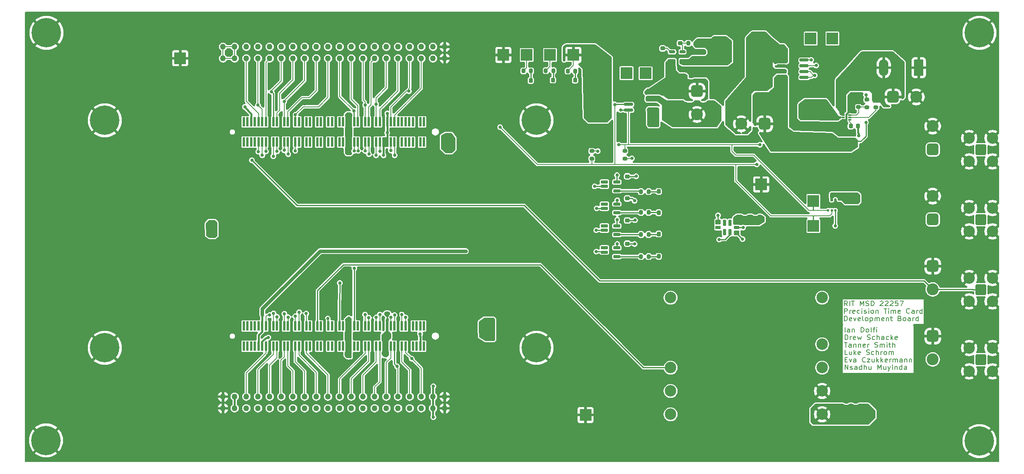
<source format=gbr>
%TF.GenerationSoftware,KiCad,Pcbnew,9.0.0*%
%TF.CreationDate,2025-03-06T02:34:31-05:00*%
%TF.ProjectId,22257_DevBoard,32323235-375f-4446-9576-426f6172642e,rev?*%
%TF.SameCoordinates,Original*%
%TF.FileFunction,Copper,L1,Top*%
%TF.FilePolarity,Positive*%
%FSLAX46Y46*%
G04 Gerber Fmt 4.6, Leading zero omitted, Abs format (unit mm)*
G04 Created by KiCad (PCBNEW 9.0.0) date 2025-03-06 02:34:31*
%MOMM*%
%LPD*%
G01*
G04 APERTURE LIST*
G04 Aperture macros list*
%AMRoundRect*
0 Rectangle with rounded corners*
0 $1 Rounding radius*
0 $2 $3 $4 $5 $6 $7 $8 $9 X,Y pos of 4 corners*
0 Add a 4 corners polygon primitive as box body*
4,1,4,$2,$3,$4,$5,$6,$7,$8,$9,$2,$3,0*
0 Add four circle primitives for the rounded corners*
1,1,$1+$1,$2,$3*
1,1,$1+$1,$4,$5*
1,1,$1+$1,$6,$7*
1,1,$1+$1,$8,$9*
0 Add four rect primitives between the rounded corners*
20,1,$1+$1,$2,$3,$4,$5,0*
20,1,$1+$1,$4,$5,$6,$7,0*
20,1,$1+$1,$6,$7,$8,$9,0*
20,1,$1+$1,$8,$9,$2,$3,0*%
G04 Aperture macros list end*
%ADD10C,0.203200*%
%TA.AperFunction,NonConductor*%
%ADD11C,0.203200*%
%TD*%
%TA.AperFunction,SMDPad,CuDef*%
%ADD12RoundRect,0.150000X-0.825000X-0.150000X0.825000X-0.150000X0.825000X0.150000X-0.825000X0.150000X0*%
%TD*%
%TA.AperFunction,SMDPad,CuDef*%
%ADD13RoundRect,0.200000X0.200000X0.275000X-0.200000X0.275000X-0.200000X-0.275000X0.200000X-0.275000X0*%
%TD*%
%TA.AperFunction,SMDPad,CuDef*%
%ADD14RoundRect,0.200000X-0.275000X0.200000X-0.275000X-0.200000X0.275000X-0.200000X0.275000X0.200000X0*%
%TD*%
%TA.AperFunction,ComponentPad*%
%ADD15RoundRect,0.650000X-0.650000X0.650000X-0.650000X-0.650000X0.650000X-0.650000X0.650000X0.650000X0*%
%TD*%
%TA.AperFunction,ComponentPad*%
%ADD16C,2.600000*%
%TD*%
%TA.AperFunction,SMDPad,CuDef*%
%ADD17RoundRect,0.218750X-0.218750X-0.256250X0.218750X-0.256250X0.218750X0.256250X-0.218750X0.256250X0*%
%TD*%
%TA.AperFunction,SMDPad,CuDef*%
%ADD18RoundRect,0.200000X0.275000X-0.200000X0.275000X0.200000X-0.275000X0.200000X-0.275000X-0.200000X0*%
%TD*%
%TA.AperFunction,SMDPad,CuDef*%
%ADD19RoundRect,0.150000X0.512500X0.150000X-0.512500X0.150000X-0.512500X-0.150000X0.512500X-0.150000X0*%
%TD*%
%TA.AperFunction,SMDPad,CuDef*%
%ADD20R,2.000000X3.200000*%
%TD*%
%TA.AperFunction,ComponentPad*%
%ADD21C,6.400000*%
%TD*%
%TA.AperFunction,SMDPad,CuDef*%
%ADD22RoundRect,0.225000X-0.250000X0.225000X-0.250000X-0.225000X0.250000X-0.225000X0.250000X0.225000X0*%
%TD*%
%TA.AperFunction,SMDPad,CuDef*%
%ADD23RoundRect,0.225000X0.225000X0.250000X-0.225000X0.250000X-0.225000X-0.250000X0.225000X-0.250000X0*%
%TD*%
%TA.AperFunction,ComponentPad*%
%ADD24R,2.500000X2.500000*%
%TD*%
%TA.AperFunction,SMDPad,CuDef*%
%ADD25RoundRect,0.225000X0.250000X-0.225000X0.250000X0.225000X-0.250000X0.225000X-0.250000X-0.225000X0*%
%TD*%
%TA.AperFunction,SMDPad,CuDef*%
%ADD26RoundRect,0.218750X0.218750X0.256250X-0.218750X0.256250X-0.218750X-0.256250X0.218750X-0.256250X0*%
%TD*%
%TA.AperFunction,SMDPad,CuDef*%
%ADD27RoundRect,0.225000X-0.225000X-0.250000X0.225000X-0.250000X0.225000X0.250000X-0.225000X0.250000X0*%
%TD*%
%TA.AperFunction,ComponentPad*%
%ADD28C,1.270000*%
%TD*%
%TA.AperFunction,SMDPad,CuDef*%
%ADD29RoundRect,0.162500X-0.617500X-0.162500X0.617500X-0.162500X0.617500X0.162500X-0.617500X0.162500X0*%
%TD*%
%TA.AperFunction,SMDPad,CuDef*%
%ADD30RoundRect,0.125000X0.125000X0.137500X-0.125000X0.137500X-0.125000X-0.137500X0.125000X-0.137500X0*%
%TD*%
%TA.AperFunction,SMDPad,CuDef*%
%ADD31R,3.200000X2.000000*%
%TD*%
%TA.AperFunction,SMDPad,CuDef*%
%ADD32RoundRect,0.087500X-0.250000X-0.087500X0.250000X-0.087500X0.250000X0.087500X-0.250000X0.087500X0*%
%TD*%
%TA.AperFunction,ComponentPad*%
%ADD33RoundRect,0.200100X-0.949900X0.949900X-0.949900X-0.949900X0.949900X-0.949900X0.949900X0.949900X0*%
%TD*%
%TA.AperFunction,ComponentPad*%
%ADD34C,2.500000*%
%TD*%
%TA.AperFunction,SMDPad,CuDef*%
%ADD35RoundRect,0.150000X0.825000X0.150000X-0.825000X0.150000X-0.825000X-0.150000X0.825000X-0.150000X0*%
%TD*%
%TA.AperFunction,SMDPad,CuDef*%
%ADD36RoundRect,0.171000X1.354000X-0.399000X1.354000X0.399000X-1.354000X0.399000X-1.354000X-0.399000X0*%
%TD*%
%TA.AperFunction,ComponentPad*%
%ADD37RoundRect,0.650000X0.650000X0.650000X-0.650000X0.650000X-0.650000X-0.650000X0.650000X-0.650000X0*%
%TD*%
%TA.AperFunction,ComponentPad*%
%ADD38RoundRect,0.250001X0.799999X1.549999X-0.799999X1.549999X-0.799999X-1.549999X0.799999X-1.549999X0*%
%TD*%
%TA.AperFunction,ComponentPad*%
%ADD39O,2.100000X3.600000*%
%TD*%
%TA.AperFunction,ComponentPad*%
%ADD40RoundRect,0.650000X-0.650000X-0.650000X0.650000X-0.650000X0.650000X0.650000X-0.650000X0.650000X0*%
%TD*%
%TA.AperFunction,SMDPad,CuDef*%
%ADD41R,0.500000X2.000000*%
%TD*%
%TA.AperFunction,SMDPad,CuDef*%
%ADD42RoundRect,0.157500X-0.417500X-0.367500X0.417500X-0.367500X0.417500X0.367500X-0.417500X0.367500X0*%
%TD*%
%TA.AperFunction,SMDPad,CuDef*%
%ADD43RoundRect,0.105000X-0.245000X-0.570000X0.245000X-0.570000X0.245000X0.570000X-0.245000X0.570000X0*%
%TD*%
%TA.AperFunction,SMDPad,CuDef*%
%ADD44RoundRect,0.105000X-0.470000X-0.245000X0.470000X-0.245000X0.470000X0.245000X-0.470000X0.245000X0*%
%TD*%
%TA.AperFunction,ComponentPad*%
%ADD45RoundRect,0.650000X0.650000X-0.650000X0.650000X0.650000X-0.650000X0.650000X-0.650000X-0.650000X0*%
%TD*%
%TA.AperFunction,SMDPad,CuDef*%
%ADD46RoundRect,0.171000X-1.354000X0.399000X-1.354000X-0.399000X1.354000X-0.399000X1.354000X0.399000X0*%
%TD*%
%TA.AperFunction,ViaPad*%
%ADD47C,0.711200*%
%TD*%
%TA.AperFunction,Conductor*%
%ADD48C,0.200000*%
%TD*%
%TA.AperFunction,Conductor*%
%ADD49C,0.381000*%
%TD*%
%TA.AperFunction,Conductor*%
%ADD50C,0.762000*%
%TD*%
%TA.AperFunction,Conductor*%
%ADD51C,0.203200*%
%TD*%
%TA.AperFunction,Conductor*%
%ADD52C,0.254000*%
%TD*%
G04 APERTURE END LIST*
D10*
D11*
X174464769Y-59428150D02*
X174083769Y-58944341D01*
X173811626Y-59428150D02*
X173811626Y-58412150D01*
X173811626Y-58412150D02*
X174247055Y-58412150D01*
X174247055Y-58412150D02*
X174355912Y-58460531D01*
X174355912Y-58460531D02*
X174410341Y-58508912D01*
X174410341Y-58508912D02*
X174464769Y-58605674D01*
X174464769Y-58605674D02*
X174464769Y-58750817D01*
X174464769Y-58750817D02*
X174410341Y-58847579D01*
X174410341Y-58847579D02*
X174355912Y-58895960D01*
X174355912Y-58895960D02*
X174247055Y-58944341D01*
X174247055Y-58944341D02*
X173811626Y-58944341D01*
X174954626Y-59428150D02*
X174954626Y-58412150D01*
X175335627Y-58412150D02*
X175988770Y-58412150D01*
X175662198Y-59428150D02*
X175662198Y-58412150D01*
X177240626Y-59428150D02*
X177240626Y-58412150D01*
X177240626Y-58412150D02*
X177621626Y-59137865D01*
X177621626Y-59137865D02*
X178002626Y-58412150D01*
X178002626Y-58412150D02*
X178002626Y-59428150D01*
X178492484Y-59379770D02*
X178655770Y-59428150D01*
X178655770Y-59428150D02*
X178927912Y-59428150D01*
X178927912Y-59428150D02*
X179036770Y-59379770D01*
X179036770Y-59379770D02*
X179091198Y-59331389D01*
X179091198Y-59331389D02*
X179145627Y-59234627D01*
X179145627Y-59234627D02*
X179145627Y-59137865D01*
X179145627Y-59137865D02*
X179091198Y-59041103D01*
X179091198Y-59041103D02*
X179036770Y-58992722D01*
X179036770Y-58992722D02*
X178927912Y-58944341D01*
X178927912Y-58944341D02*
X178710198Y-58895960D01*
X178710198Y-58895960D02*
X178601341Y-58847579D01*
X178601341Y-58847579D02*
X178546912Y-58799198D01*
X178546912Y-58799198D02*
X178492484Y-58702436D01*
X178492484Y-58702436D02*
X178492484Y-58605674D01*
X178492484Y-58605674D02*
X178546912Y-58508912D01*
X178546912Y-58508912D02*
X178601341Y-58460531D01*
X178601341Y-58460531D02*
X178710198Y-58412150D01*
X178710198Y-58412150D02*
X178982341Y-58412150D01*
X178982341Y-58412150D02*
X179145627Y-58460531D01*
X179635483Y-59428150D02*
X179635483Y-58412150D01*
X179635483Y-58412150D02*
X179907626Y-58412150D01*
X179907626Y-58412150D02*
X180070912Y-58460531D01*
X180070912Y-58460531D02*
X180179769Y-58557293D01*
X180179769Y-58557293D02*
X180234198Y-58654055D01*
X180234198Y-58654055D02*
X180288626Y-58847579D01*
X180288626Y-58847579D02*
X180288626Y-58992722D01*
X180288626Y-58992722D02*
X180234198Y-59186246D01*
X180234198Y-59186246D02*
X180179769Y-59283008D01*
X180179769Y-59283008D02*
X180070912Y-59379770D01*
X180070912Y-59379770D02*
X179907626Y-59428150D01*
X179907626Y-59428150D02*
X179635483Y-59428150D01*
X181594912Y-58508912D02*
X181649340Y-58460531D01*
X181649340Y-58460531D02*
X181758198Y-58412150D01*
X181758198Y-58412150D02*
X182030340Y-58412150D01*
X182030340Y-58412150D02*
X182139198Y-58460531D01*
X182139198Y-58460531D02*
X182193626Y-58508912D01*
X182193626Y-58508912D02*
X182248055Y-58605674D01*
X182248055Y-58605674D02*
X182248055Y-58702436D01*
X182248055Y-58702436D02*
X182193626Y-58847579D01*
X182193626Y-58847579D02*
X181540483Y-59428150D01*
X181540483Y-59428150D02*
X182248055Y-59428150D01*
X182683483Y-58508912D02*
X182737911Y-58460531D01*
X182737911Y-58460531D02*
X182846769Y-58412150D01*
X182846769Y-58412150D02*
X183118911Y-58412150D01*
X183118911Y-58412150D02*
X183227769Y-58460531D01*
X183227769Y-58460531D02*
X183282197Y-58508912D01*
X183282197Y-58508912D02*
X183336626Y-58605674D01*
X183336626Y-58605674D02*
X183336626Y-58702436D01*
X183336626Y-58702436D02*
X183282197Y-58847579D01*
X183282197Y-58847579D02*
X182629054Y-59428150D01*
X182629054Y-59428150D02*
X183336626Y-59428150D01*
X183772054Y-58508912D02*
X183826482Y-58460531D01*
X183826482Y-58460531D02*
X183935340Y-58412150D01*
X183935340Y-58412150D02*
X184207482Y-58412150D01*
X184207482Y-58412150D02*
X184316340Y-58460531D01*
X184316340Y-58460531D02*
X184370768Y-58508912D01*
X184370768Y-58508912D02*
X184425197Y-58605674D01*
X184425197Y-58605674D02*
X184425197Y-58702436D01*
X184425197Y-58702436D02*
X184370768Y-58847579D01*
X184370768Y-58847579D02*
X183717625Y-59428150D01*
X183717625Y-59428150D02*
X184425197Y-59428150D01*
X185459339Y-58412150D02*
X184915053Y-58412150D01*
X184915053Y-58412150D02*
X184860625Y-58895960D01*
X184860625Y-58895960D02*
X184915053Y-58847579D01*
X184915053Y-58847579D02*
X185023911Y-58799198D01*
X185023911Y-58799198D02*
X185296053Y-58799198D01*
X185296053Y-58799198D02*
X185404911Y-58847579D01*
X185404911Y-58847579D02*
X185459339Y-58895960D01*
X185459339Y-58895960D02*
X185513768Y-58992722D01*
X185513768Y-58992722D02*
X185513768Y-59234627D01*
X185513768Y-59234627D02*
X185459339Y-59331389D01*
X185459339Y-59331389D02*
X185404911Y-59379770D01*
X185404911Y-59379770D02*
X185296053Y-59428150D01*
X185296053Y-59428150D02*
X185023911Y-59428150D01*
X185023911Y-59428150D02*
X184915053Y-59379770D01*
X184915053Y-59379770D02*
X184860625Y-59331389D01*
X185894767Y-58412150D02*
X186656767Y-58412150D01*
X186656767Y-58412150D02*
X186166910Y-59428150D01*
X173811626Y-61063853D02*
X173811626Y-60047853D01*
X173811626Y-60047853D02*
X174247055Y-60047853D01*
X174247055Y-60047853D02*
X174355912Y-60096234D01*
X174355912Y-60096234D02*
X174410341Y-60144615D01*
X174410341Y-60144615D02*
X174464769Y-60241377D01*
X174464769Y-60241377D02*
X174464769Y-60386520D01*
X174464769Y-60386520D02*
X174410341Y-60483282D01*
X174410341Y-60483282D02*
X174355912Y-60531663D01*
X174355912Y-60531663D02*
X174247055Y-60580044D01*
X174247055Y-60580044D02*
X173811626Y-60580044D01*
X174954626Y-61063853D02*
X174954626Y-60386520D01*
X174954626Y-60580044D02*
X175009055Y-60483282D01*
X175009055Y-60483282D02*
X175063484Y-60434901D01*
X175063484Y-60434901D02*
X175172341Y-60386520D01*
X175172341Y-60386520D02*
X175281198Y-60386520D01*
X176097626Y-61015473D02*
X175988769Y-61063853D01*
X175988769Y-61063853D02*
X175771055Y-61063853D01*
X175771055Y-61063853D02*
X175662197Y-61015473D01*
X175662197Y-61015473D02*
X175607769Y-60918711D01*
X175607769Y-60918711D02*
X175607769Y-60531663D01*
X175607769Y-60531663D02*
X175662197Y-60434901D01*
X175662197Y-60434901D02*
X175771055Y-60386520D01*
X175771055Y-60386520D02*
X175988769Y-60386520D01*
X175988769Y-60386520D02*
X176097626Y-60434901D01*
X176097626Y-60434901D02*
X176152055Y-60531663D01*
X176152055Y-60531663D02*
X176152055Y-60628425D01*
X176152055Y-60628425D02*
X175607769Y-60725187D01*
X177131769Y-61015473D02*
X177022911Y-61063853D01*
X177022911Y-61063853D02*
X176805197Y-61063853D01*
X176805197Y-61063853D02*
X176696340Y-61015473D01*
X176696340Y-61015473D02*
X176641911Y-60967092D01*
X176641911Y-60967092D02*
X176587483Y-60870330D01*
X176587483Y-60870330D02*
X176587483Y-60580044D01*
X176587483Y-60580044D02*
X176641911Y-60483282D01*
X176641911Y-60483282D02*
X176696340Y-60434901D01*
X176696340Y-60434901D02*
X176805197Y-60386520D01*
X176805197Y-60386520D02*
X177022911Y-60386520D01*
X177022911Y-60386520D02*
X177131769Y-60434901D01*
X177621625Y-61063853D02*
X177621625Y-60386520D01*
X177621625Y-60047853D02*
X177567197Y-60096234D01*
X177567197Y-60096234D02*
X177621625Y-60144615D01*
X177621625Y-60144615D02*
X177676054Y-60096234D01*
X177676054Y-60096234D02*
X177621625Y-60047853D01*
X177621625Y-60047853D02*
X177621625Y-60144615D01*
X178111483Y-61015473D02*
X178220340Y-61063853D01*
X178220340Y-61063853D02*
X178438054Y-61063853D01*
X178438054Y-61063853D02*
X178546911Y-61015473D01*
X178546911Y-61015473D02*
X178601340Y-60918711D01*
X178601340Y-60918711D02*
X178601340Y-60870330D01*
X178601340Y-60870330D02*
X178546911Y-60773568D01*
X178546911Y-60773568D02*
X178438054Y-60725187D01*
X178438054Y-60725187D02*
X178274769Y-60725187D01*
X178274769Y-60725187D02*
X178165911Y-60676806D01*
X178165911Y-60676806D02*
X178111483Y-60580044D01*
X178111483Y-60580044D02*
X178111483Y-60531663D01*
X178111483Y-60531663D02*
X178165911Y-60434901D01*
X178165911Y-60434901D02*
X178274769Y-60386520D01*
X178274769Y-60386520D02*
X178438054Y-60386520D01*
X178438054Y-60386520D02*
X178546911Y-60434901D01*
X179091197Y-61063853D02*
X179091197Y-60386520D01*
X179091197Y-60047853D02*
X179036769Y-60096234D01*
X179036769Y-60096234D02*
X179091197Y-60144615D01*
X179091197Y-60144615D02*
X179145626Y-60096234D01*
X179145626Y-60096234D02*
X179091197Y-60047853D01*
X179091197Y-60047853D02*
X179091197Y-60144615D01*
X179798769Y-61063853D02*
X179689912Y-61015473D01*
X179689912Y-61015473D02*
X179635483Y-60967092D01*
X179635483Y-60967092D02*
X179581055Y-60870330D01*
X179581055Y-60870330D02*
X179581055Y-60580044D01*
X179581055Y-60580044D02*
X179635483Y-60483282D01*
X179635483Y-60483282D02*
X179689912Y-60434901D01*
X179689912Y-60434901D02*
X179798769Y-60386520D01*
X179798769Y-60386520D02*
X179962055Y-60386520D01*
X179962055Y-60386520D02*
X180070912Y-60434901D01*
X180070912Y-60434901D02*
X180125341Y-60483282D01*
X180125341Y-60483282D02*
X180179769Y-60580044D01*
X180179769Y-60580044D02*
X180179769Y-60870330D01*
X180179769Y-60870330D02*
X180125341Y-60967092D01*
X180125341Y-60967092D02*
X180070912Y-61015473D01*
X180070912Y-61015473D02*
X179962055Y-61063853D01*
X179962055Y-61063853D02*
X179798769Y-61063853D01*
X180669626Y-60386520D02*
X180669626Y-61063853D01*
X180669626Y-60483282D02*
X180724055Y-60434901D01*
X180724055Y-60434901D02*
X180832912Y-60386520D01*
X180832912Y-60386520D02*
X180996198Y-60386520D01*
X180996198Y-60386520D02*
X181105055Y-60434901D01*
X181105055Y-60434901D02*
X181159484Y-60531663D01*
X181159484Y-60531663D02*
X181159484Y-61063853D01*
X182411341Y-60047853D02*
X183064484Y-60047853D01*
X182737912Y-61063853D02*
X182737912Y-60047853D01*
X183445483Y-61063853D02*
X183445483Y-60386520D01*
X183445483Y-60047853D02*
X183391055Y-60096234D01*
X183391055Y-60096234D02*
X183445483Y-60144615D01*
X183445483Y-60144615D02*
X183499912Y-60096234D01*
X183499912Y-60096234D02*
X183445483Y-60047853D01*
X183445483Y-60047853D02*
X183445483Y-60144615D01*
X183989769Y-61063853D02*
X183989769Y-60386520D01*
X183989769Y-60483282D02*
X184044198Y-60434901D01*
X184044198Y-60434901D02*
X184153055Y-60386520D01*
X184153055Y-60386520D02*
X184316341Y-60386520D01*
X184316341Y-60386520D02*
X184425198Y-60434901D01*
X184425198Y-60434901D02*
X184479627Y-60531663D01*
X184479627Y-60531663D02*
X184479627Y-61063853D01*
X184479627Y-60531663D02*
X184534055Y-60434901D01*
X184534055Y-60434901D02*
X184642912Y-60386520D01*
X184642912Y-60386520D02*
X184806198Y-60386520D01*
X184806198Y-60386520D02*
X184915055Y-60434901D01*
X184915055Y-60434901D02*
X184969484Y-60531663D01*
X184969484Y-60531663D02*
X184969484Y-61063853D01*
X185949198Y-61015473D02*
X185840341Y-61063853D01*
X185840341Y-61063853D02*
X185622627Y-61063853D01*
X185622627Y-61063853D02*
X185513769Y-61015473D01*
X185513769Y-61015473D02*
X185459341Y-60918711D01*
X185459341Y-60918711D02*
X185459341Y-60531663D01*
X185459341Y-60531663D02*
X185513769Y-60434901D01*
X185513769Y-60434901D02*
X185622627Y-60386520D01*
X185622627Y-60386520D02*
X185840341Y-60386520D01*
X185840341Y-60386520D02*
X185949198Y-60434901D01*
X185949198Y-60434901D02*
X186003627Y-60531663D01*
X186003627Y-60531663D02*
X186003627Y-60628425D01*
X186003627Y-60628425D02*
X185459341Y-60725187D01*
X188017483Y-60967092D02*
X187963055Y-61015473D01*
X187963055Y-61015473D02*
X187799769Y-61063853D01*
X187799769Y-61063853D02*
X187690912Y-61063853D01*
X187690912Y-61063853D02*
X187527626Y-61015473D01*
X187527626Y-61015473D02*
X187418769Y-60918711D01*
X187418769Y-60918711D02*
X187364340Y-60821949D01*
X187364340Y-60821949D02*
X187309912Y-60628425D01*
X187309912Y-60628425D02*
X187309912Y-60483282D01*
X187309912Y-60483282D02*
X187364340Y-60289758D01*
X187364340Y-60289758D02*
X187418769Y-60192996D01*
X187418769Y-60192996D02*
X187527626Y-60096234D01*
X187527626Y-60096234D02*
X187690912Y-60047853D01*
X187690912Y-60047853D02*
X187799769Y-60047853D01*
X187799769Y-60047853D02*
X187963055Y-60096234D01*
X187963055Y-60096234D02*
X188017483Y-60144615D01*
X188997198Y-61063853D02*
X188997198Y-60531663D01*
X188997198Y-60531663D02*
X188942769Y-60434901D01*
X188942769Y-60434901D02*
X188833912Y-60386520D01*
X188833912Y-60386520D02*
X188616198Y-60386520D01*
X188616198Y-60386520D02*
X188507340Y-60434901D01*
X188997198Y-61015473D02*
X188888340Y-61063853D01*
X188888340Y-61063853D02*
X188616198Y-61063853D01*
X188616198Y-61063853D02*
X188507340Y-61015473D01*
X188507340Y-61015473D02*
X188452912Y-60918711D01*
X188452912Y-60918711D02*
X188452912Y-60821949D01*
X188452912Y-60821949D02*
X188507340Y-60725187D01*
X188507340Y-60725187D02*
X188616198Y-60676806D01*
X188616198Y-60676806D02*
X188888340Y-60676806D01*
X188888340Y-60676806D02*
X188997198Y-60628425D01*
X189541483Y-61063853D02*
X189541483Y-60386520D01*
X189541483Y-60580044D02*
X189595912Y-60483282D01*
X189595912Y-60483282D02*
X189650341Y-60434901D01*
X189650341Y-60434901D02*
X189759198Y-60386520D01*
X189759198Y-60386520D02*
X189868055Y-60386520D01*
X190738912Y-61063853D02*
X190738912Y-60047853D01*
X190738912Y-61015473D02*
X190630054Y-61063853D01*
X190630054Y-61063853D02*
X190412340Y-61063853D01*
X190412340Y-61063853D02*
X190303483Y-61015473D01*
X190303483Y-61015473D02*
X190249054Y-60967092D01*
X190249054Y-60967092D02*
X190194626Y-60870330D01*
X190194626Y-60870330D02*
X190194626Y-60580044D01*
X190194626Y-60580044D02*
X190249054Y-60483282D01*
X190249054Y-60483282D02*
X190303483Y-60434901D01*
X190303483Y-60434901D02*
X190412340Y-60386520D01*
X190412340Y-60386520D02*
X190630054Y-60386520D01*
X190630054Y-60386520D02*
X190738912Y-60434901D01*
X173811626Y-62699556D02*
X173811626Y-61683556D01*
X173811626Y-61683556D02*
X174083769Y-61683556D01*
X174083769Y-61683556D02*
X174247055Y-61731937D01*
X174247055Y-61731937D02*
X174355912Y-61828699D01*
X174355912Y-61828699D02*
X174410341Y-61925461D01*
X174410341Y-61925461D02*
X174464769Y-62118985D01*
X174464769Y-62118985D02*
X174464769Y-62264128D01*
X174464769Y-62264128D02*
X174410341Y-62457652D01*
X174410341Y-62457652D02*
X174355912Y-62554414D01*
X174355912Y-62554414D02*
X174247055Y-62651176D01*
X174247055Y-62651176D02*
X174083769Y-62699556D01*
X174083769Y-62699556D02*
X173811626Y-62699556D01*
X175390055Y-62651176D02*
X175281198Y-62699556D01*
X175281198Y-62699556D02*
X175063484Y-62699556D01*
X175063484Y-62699556D02*
X174954626Y-62651176D01*
X174954626Y-62651176D02*
X174900198Y-62554414D01*
X174900198Y-62554414D02*
X174900198Y-62167366D01*
X174900198Y-62167366D02*
X174954626Y-62070604D01*
X174954626Y-62070604D02*
X175063484Y-62022223D01*
X175063484Y-62022223D02*
X175281198Y-62022223D01*
X175281198Y-62022223D02*
X175390055Y-62070604D01*
X175390055Y-62070604D02*
X175444484Y-62167366D01*
X175444484Y-62167366D02*
X175444484Y-62264128D01*
X175444484Y-62264128D02*
X174900198Y-62360890D01*
X175825483Y-62022223D02*
X176097626Y-62699556D01*
X176097626Y-62699556D02*
X176369769Y-62022223D01*
X177240626Y-62651176D02*
X177131769Y-62699556D01*
X177131769Y-62699556D02*
X176914055Y-62699556D01*
X176914055Y-62699556D02*
X176805197Y-62651176D01*
X176805197Y-62651176D02*
X176750769Y-62554414D01*
X176750769Y-62554414D02*
X176750769Y-62167366D01*
X176750769Y-62167366D02*
X176805197Y-62070604D01*
X176805197Y-62070604D02*
X176914055Y-62022223D01*
X176914055Y-62022223D02*
X177131769Y-62022223D01*
X177131769Y-62022223D02*
X177240626Y-62070604D01*
X177240626Y-62070604D02*
X177295055Y-62167366D01*
X177295055Y-62167366D02*
X177295055Y-62264128D01*
X177295055Y-62264128D02*
X176750769Y-62360890D01*
X177948197Y-62699556D02*
X177839340Y-62651176D01*
X177839340Y-62651176D02*
X177784911Y-62554414D01*
X177784911Y-62554414D02*
X177784911Y-61683556D01*
X178546911Y-62699556D02*
X178438054Y-62651176D01*
X178438054Y-62651176D02*
X178383625Y-62602795D01*
X178383625Y-62602795D02*
X178329197Y-62506033D01*
X178329197Y-62506033D02*
X178329197Y-62215747D01*
X178329197Y-62215747D02*
X178383625Y-62118985D01*
X178383625Y-62118985D02*
X178438054Y-62070604D01*
X178438054Y-62070604D02*
X178546911Y-62022223D01*
X178546911Y-62022223D02*
X178710197Y-62022223D01*
X178710197Y-62022223D02*
X178819054Y-62070604D01*
X178819054Y-62070604D02*
X178873483Y-62118985D01*
X178873483Y-62118985D02*
X178927911Y-62215747D01*
X178927911Y-62215747D02*
X178927911Y-62506033D01*
X178927911Y-62506033D02*
X178873483Y-62602795D01*
X178873483Y-62602795D02*
X178819054Y-62651176D01*
X178819054Y-62651176D02*
X178710197Y-62699556D01*
X178710197Y-62699556D02*
X178546911Y-62699556D01*
X179417768Y-62022223D02*
X179417768Y-63038223D01*
X179417768Y-62070604D02*
X179526626Y-62022223D01*
X179526626Y-62022223D02*
X179744340Y-62022223D01*
X179744340Y-62022223D02*
X179853197Y-62070604D01*
X179853197Y-62070604D02*
X179907626Y-62118985D01*
X179907626Y-62118985D02*
X179962054Y-62215747D01*
X179962054Y-62215747D02*
X179962054Y-62506033D01*
X179962054Y-62506033D02*
X179907626Y-62602795D01*
X179907626Y-62602795D02*
X179853197Y-62651176D01*
X179853197Y-62651176D02*
X179744340Y-62699556D01*
X179744340Y-62699556D02*
X179526626Y-62699556D01*
X179526626Y-62699556D02*
X179417768Y-62651176D01*
X180451911Y-62699556D02*
X180451911Y-62022223D01*
X180451911Y-62118985D02*
X180506340Y-62070604D01*
X180506340Y-62070604D02*
X180615197Y-62022223D01*
X180615197Y-62022223D02*
X180778483Y-62022223D01*
X180778483Y-62022223D02*
X180887340Y-62070604D01*
X180887340Y-62070604D02*
X180941769Y-62167366D01*
X180941769Y-62167366D02*
X180941769Y-62699556D01*
X180941769Y-62167366D02*
X180996197Y-62070604D01*
X180996197Y-62070604D02*
X181105054Y-62022223D01*
X181105054Y-62022223D02*
X181268340Y-62022223D01*
X181268340Y-62022223D02*
X181377197Y-62070604D01*
X181377197Y-62070604D02*
X181431626Y-62167366D01*
X181431626Y-62167366D02*
X181431626Y-62699556D01*
X182411340Y-62651176D02*
X182302483Y-62699556D01*
X182302483Y-62699556D02*
X182084769Y-62699556D01*
X182084769Y-62699556D02*
X181975911Y-62651176D01*
X181975911Y-62651176D02*
X181921483Y-62554414D01*
X181921483Y-62554414D02*
X181921483Y-62167366D01*
X181921483Y-62167366D02*
X181975911Y-62070604D01*
X181975911Y-62070604D02*
X182084769Y-62022223D01*
X182084769Y-62022223D02*
X182302483Y-62022223D01*
X182302483Y-62022223D02*
X182411340Y-62070604D01*
X182411340Y-62070604D02*
X182465769Y-62167366D01*
X182465769Y-62167366D02*
X182465769Y-62264128D01*
X182465769Y-62264128D02*
X181921483Y-62360890D01*
X182955625Y-62022223D02*
X182955625Y-62699556D01*
X182955625Y-62118985D02*
X183010054Y-62070604D01*
X183010054Y-62070604D02*
X183118911Y-62022223D01*
X183118911Y-62022223D02*
X183282197Y-62022223D01*
X183282197Y-62022223D02*
X183391054Y-62070604D01*
X183391054Y-62070604D02*
X183445483Y-62167366D01*
X183445483Y-62167366D02*
X183445483Y-62699556D01*
X183826483Y-62022223D02*
X184261911Y-62022223D01*
X183989768Y-61683556D02*
X183989768Y-62554414D01*
X183989768Y-62554414D02*
X184044197Y-62651176D01*
X184044197Y-62651176D02*
X184153054Y-62699556D01*
X184153054Y-62699556D02*
X184261911Y-62699556D01*
X185894768Y-62167366D02*
X186058054Y-62215747D01*
X186058054Y-62215747D02*
X186112483Y-62264128D01*
X186112483Y-62264128D02*
X186166911Y-62360890D01*
X186166911Y-62360890D02*
X186166911Y-62506033D01*
X186166911Y-62506033D02*
X186112483Y-62602795D01*
X186112483Y-62602795D02*
X186058054Y-62651176D01*
X186058054Y-62651176D02*
X185949197Y-62699556D01*
X185949197Y-62699556D02*
X185513768Y-62699556D01*
X185513768Y-62699556D02*
X185513768Y-61683556D01*
X185513768Y-61683556D02*
X185894768Y-61683556D01*
X185894768Y-61683556D02*
X186003626Y-61731937D01*
X186003626Y-61731937D02*
X186058054Y-61780318D01*
X186058054Y-61780318D02*
X186112483Y-61877080D01*
X186112483Y-61877080D02*
X186112483Y-61973842D01*
X186112483Y-61973842D02*
X186058054Y-62070604D01*
X186058054Y-62070604D02*
X186003626Y-62118985D01*
X186003626Y-62118985D02*
X185894768Y-62167366D01*
X185894768Y-62167366D02*
X185513768Y-62167366D01*
X186820054Y-62699556D02*
X186711197Y-62651176D01*
X186711197Y-62651176D02*
X186656768Y-62602795D01*
X186656768Y-62602795D02*
X186602340Y-62506033D01*
X186602340Y-62506033D02*
X186602340Y-62215747D01*
X186602340Y-62215747D02*
X186656768Y-62118985D01*
X186656768Y-62118985D02*
X186711197Y-62070604D01*
X186711197Y-62070604D02*
X186820054Y-62022223D01*
X186820054Y-62022223D02*
X186983340Y-62022223D01*
X186983340Y-62022223D02*
X187092197Y-62070604D01*
X187092197Y-62070604D02*
X187146626Y-62118985D01*
X187146626Y-62118985D02*
X187201054Y-62215747D01*
X187201054Y-62215747D02*
X187201054Y-62506033D01*
X187201054Y-62506033D02*
X187146626Y-62602795D01*
X187146626Y-62602795D02*
X187092197Y-62651176D01*
X187092197Y-62651176D02*
X186983340Y-62699556D01*
X186983340Y-62699556D02*
X186820054Y-62699556D01*
X188180769Y-62699556D02*
X188180769Y-62167366D01*
X188180769Y-62167366D02*
X188126340Y-62070604D01*
X188126340Y-62070604D02*
X188017483Y-62022223D01*
X188017483Y-62022223D02*
X187799769Y-62022223D01*
X187799769Y-62022223D02*
X187690911Y-62070604D01*
X188180769Y-62651176D02*
X188071911Y-62699556D01*
X188071911Y-62699556D02*
X187799769Y-62699556D01*
X187799769Y-62699556D02*
X187690911Y-62651176D01*
X187690911Y-62651176D02*
X187636483Y-62554414D01*
X187636483Y-62554414D02*
X187636483Y-62457652D01*
X187636483Y-62457652D02*
X187690911Y-62360890D01*
X187690911Y-62360890D02*
X187799769Y-62312509D01*
X187799769Y-62312509D02*
X188071911Y-62312509D01*
X188071911Y-62312509D02*
X188180769Y-62264128D01*
X188725054Y-62699556D02*
X188725054Y-62022223D01*
X188725054Y-62215747D02*
X188779483Y-62118985D01*
X188779483Y-62118985D02*
X188833912Y-62070604D01*
X188833912Y-62070604D02*
X188942769Y-62022223D01*
X188942769Y-62022223D02*
X189051626Y-62022223D01*
X189922483Y-62699556D02*
X189922483Y-61683556D01*
X189922483Y-62651176D02*
X189813625Y-62699556D01*
X189813625Y-62699556D02*
X189595911Y-62699556D01*
X189595911Y-62699556D02*
X189487054Y-62651176D01*
X189487054Y-62651176D02*
X189432625Y-62602795D01*
X189432625Y-62602795D02*
X189378197Y-62506033D01*
X189378197Y-62506033D02*
X189378197Y-62215747D01*
X189378197Y-62215747D02*
X189432625Y-62118985D01*
X189432625Y-62118985D02*
X189487054Y-62070604D01*
X189487054Y-62070604D02*
X189595911Y-62022223D01*
X189595911Y-62022223D02*
X189813625Y-62022223D01*
X189813625Y-62022223D02*
X189922483Y-62070604D01*
D10*
D11*
X173938626Y-65153396D02*
X173938626Y-64137396D01*
X174972770Y-65153396D02*
X174972770Y-64621206D01*
X174972770Y-64621206D02*
X174918341Y-64524444D01*
X174918341Y-64524444D02*
X174809484Y-64476063D01*
X174809484Y-64476063D02*
X174591770Y-64476063D01*
X174591770Y-64476063D02*
X174482912Y-64524444D01*
X174972770Y-65105016D02*
X174863912Y-65153396D01*
X174863912Y-65153396D02*
X174591770Y-65153396D01*
X174591770Y-65153396D02*
X174482912Y-65105016D01*
X174482912Y-65105016D02*
X174428484Y-65008254D01*
X174428484Y-65008254D02*
X174428484Y-64911492D01*
X174428484Y-64911492D02*
X174482912Y-64814730D01*
X174482912Y-64814730D02*
X174591770Y-64766349D01*
X174591770Y-64766349D02*
X174863912Y-64766349D01*
X174863912Y-64766349D02*
X174972770Y-64717968D01*
X175517055Y-64476063D02*
X175517055Y-65153396D01*
X175517055Y-64572825D02*
X175571484Y-64524444D01*
X175571484Y-64524444D02*
X175680341Y-64476063D01*
X175680341Y-64476063D02*
X175843627Y-64476063D01*
X175843627Y-64476063D02*
X175952484Y-64524444D01*
X175952484Y-64524444D02*
X176006913Y-64621206D01*
X176006913Y-64621206D02*
X176006913Y-65153396D01*
X177422055Y-65153396D02*
X177422055Y-64137396D01*
X177422055Y-64137396D02*
X177694198Y-64137396D01*
X177694198Y-64137396D02*
X177857484Y-64185777D01*
X177857484Y-64185777D02*
X177966341Y-64282539D01*
X177966341Y-64282539D02*
X178020770Y-64379301D01*
X178020770Y-64379301D02*
X178075198Y-64572825D01*
X178075198Y-64572825D02*
X178075198Y-64717968D01*
X178075198Y-64717968D02*
X178020770Y-64911492D01*
X178020770Y-64911492D02*
X177966341Y-65008254D01*
X177966341Y-65008254D02*
X177857484Y-65105016D01*
X177857484Y-65105016D02*
X177694198Y-65153396D01*
X177694198Y-65153396D02*
X177422055Y-65153396D01*
X178728341Y-65153396D02*
X178619484Y-65105016D01*
X178619484Y-65105016D02*
X178565055Y-65056635D01*
X178565055Y-65056635D02*
X178510627Y-64959873D01*
X178510627Y-64959873D02*
X178510627Y-64669587D01*
X178510627Y-64669587D02*
X178565055Y-64572825D01*
X178565055Y-64572825D02*
X178619484Y-64524444D01*
X178619484Y-64524444D02*
X178728341Y-64476063D01*
X178728341Y-64476063D02*
X178891627Y-64476063D01*
X178891627Y-64476063D02*
X179000484Y-64524444D01*
X179000484Y-64524444D02*
X179054913Y-64572825D01*
X179054913Y-64572825D02*
X179109341Y-64669587D01*
X179109341Y-64669587D02*
X179109341Y-64959873D01*
X179109341Y-64959873D02*
X179054913Y-65056635D01*
X179054913Y-65056635D02*
X179000484Y-65105016D01*
X179000484Y-65105016D02*
X178891627Y-65153396D01*
X178891627Y-65153396D02*
X178728341Y-65153396D01*
X179762484Y-65153396D02*
X179653627Y-65105016D01*
X179653627Y-65105016D02*
X179599198Y-65008254D01*
X179599198Y-65008254D02*
X179599198Y-64137396D01*
X180034627Y-64476063D02*
X180470055Y-64476063D01*
X180197912Y-65153396D02*
X180197912Y-64282539D01*
X180197912Y-64282539D02*
X180252341Y-64185777D01*
X180252341Y-64185777D02*
X180361198Y-64137396D01*
X180361198Y-64137396D02*
X180470055Y-64137396D01*
X180851055Y-65153396D02*
X180851055Y-64476063D01*
X180851055Y-64137396D02*
X180796627Y-64185777D01*
X180796627Y-64185777D02*
X180851055Y-64234158D01*
X180851055Y-64234158D02*
X180905484Y-64185777D01*
X180905484Y-64185777D02*
X180851055Y-64137396D01*
X180851055Y-64137396D02*
X180851055Y-64234158D01*
X173938626Y-66789099D02*
X173938626Y-65773099D01*
X173938626Y-65773099D02*
X174210769Y-65773099D01*
X174210769Y-65773099D02*
X174374055Y-65821480D01*
X174374055Y-65821480D02*
X174482912Y-65918242D01*
X174482912Y-65918242D02*
X174537341Y-66015004D01*
X174537341Y-66015004D02*
X174591769Y-66208528D01*
X174591769Y-66208528D02*
X174591769Y-66353671D01*
X174591769Y-66353671D02*
X174537341Y-66547195D01*
X174537341Y-66547195D02*
X174482912Y-66643957D01*
X174482912Y-66643957D02*
X174374055Y-66740719D01*
X174374055Y-66740719D02*
X174210769Y-66789099D01*
X174210769Y-66789099D02*
X173938626Y-66789099D01*
X175081626Y-66789099D02*
X175081626Y-66111766D01*
X175081626Y-66305290D02*
X175136055Y-66208528D01*
X175136055Y-66208528D02*
X175190484Y-66160147D01*
X175190484Y-66160147D02*
X175299341Y-66111766D01*
X175299341Y-66111766D02*
X175408198Y-66111766D01*
X176224626Y-66740719D02*
X176115769Y-66789099D01*
X176115769Y-66789099D02*
X175898055Y-66789099D01*
X175898055Y-66789099D02*
X175789197Y-66740719D01*
X175789197Y-66740719D02*
X175734769Y-66643957D01*
X175734769Y-66643957D02*
X175734769Y-66256909D01*
X175734769Y-66256909D02*
X175789197Y-66160147D01*
X175789197Y-66160147D02*
X175898055Y-66111766D01*
X175898055Y-66111766D02*
X176115769Y-66111766D01*
X176115769Y-66111766D02*
X176224626Y-66160147D01*
X176224626Y-66160147D02*
X176279055Y-66256909D01*
X176279055Y-66256909D02*
X176279055Y-66353671D01*
X176279055Y-66353671D02*
X175734769Y-66450433D01*
X176660054Y-66111766D02*
X176877769Y-66789099D01*
X176877769Y-66789099D02*
X177095483Y-66305290D01*
X177095483Y-66305290D02*
X177313197Y-66789099D01*
X177313197Y-66789099D02*
X177530911Y-66111766D01*
X178782769Y-66740719D02*
X178946055Y-66789099D01*
X178946055Y-66789099D02*
X179218197Y-66789099D01*
X179218197Y-66789099D02*
X179327055Y-66740719D01*
X179327055Y-66740719D02*
X179381483Y-66692338D01*
X179381483Y-66692338D02*
X179435912Y-66595576D01*
X179435912Y-66595576D02*
X179435912Y-66498814D01*
X179435912Y-66498814D02*
X179381483Y-66402052D01*
X179381483Y-66402052D02*
X179327055Y-66353671D01*
X179327055Y-66353671D02*
X179218197Y-66305290D01*
X179218197Y-66305290D02*
X179000483Y-66256909D01*
X179000483Y-66256909D02*
X178891626Y-66208528D01*
X178891626Y-66208528D02*
X178837197Y-66160147D01*
X178837197Y-66160147D02*
X178782769Y-66063385D01*
X178782769Y-66063385D02*
X178782769Y-65966623D01*
X178782769Y-65966623D02*
X178837197Y-65869861D01*
X178837197Y-65869861D02*
X178891626Y-65821480D01*
X178891626Y-65821480D02*
X179000483Y-65773099D01*
X179000483Y-65773099D02*
X179272626Y-65773099D01*
X179272626Y-65773099D02*
X179435912Y-65821480D01*
X180415626Y-66740719D02*
X180306768Y-66789099D01*
X180306768Y-66789099D02*
X180089054Y-66789099D01*
X180089054Y-66789099D02*
X179980197Y-66740719D01*
X179980197Y-66740719D02*
X179925768Y-66692338D01*
X179925768Y-66692338D02*
X179871340Y-66595576D01*
X179871340Y-66595576D02*
X179871340Y-66305290D01*
X179871340Y-66305290D02*
X179925768Y-66208528D01*
X179925768Y-66208528D02*
X179980197Y-66160147D01*
X179980197Y-66160147D02*
X180089054Y-66111766D01*
X180089054Y-66111766D02*
X180306768Y-66111766D01*
X180306768Y-66111766D02*
X180415626Y-66160147D01*
X180905482Y-66789099D02*
X180905482Y-65773099D01*
X181395340Y-66789099D02*
X181395340Y-66256909D01*
X181395340Y-66256909D02*
X181340911Y-66160147D01*
X181340911Y-66160147D02*
X181232054Y-66111766D01*
X181232054Y-66111766D02*
X181068768Y-66111766D01*
X181068768Y-66111766D02*
X180959911Y-66160147D01*
X180959911Y-66160147D02*
X180905482Y-66208528D01*
X182429483Y-66789099D02*
X182429483Y-66256909D01*
X182429483Y-66256909D02*
X182375054Y-66160147D01*
X182375054Y-66160147D02*
X182266197Y-66111766D01*
X182266197Y-66111766D02*
X182048483Y-66111766D01*
X182048483Y-66111766D02*
X181939625Y-66160147D01*
X182429483Y-66740719D02*
X182320625Y-66789099D01*
X182320625Y-66789099D02*
X182048483Y-66789099D01*
X182048483Y-66789099D02*
X181939625Y-66740719D01*
X181939625Y-66740719D02*
X181885197Y-66643957D01*
X181885197Y-66643957D02*
X181885197Y-66547195D01*
X181885197Y-66547195D02*
X181939625Y-66450433D01*
X181939625Y-66450433D02*
X182048483Y-66402052D01*
X182048483Y-66402052D02*
X182320625Y-66402052D01*
X182320625Y-66402052D02*
X182429483Y-66353671D01*
X183463626Y-66740719D02*
X183354768Y-66789099D01*
X183354768Y-66789099D02*
X183137054Y-66789099D01*
X183137054Y-66789099D02*
X183028197Y-66740719D01*
X183028197Y-66740719D02*
X182973768Y-66692338D01*
X182973768Y-66692338D02*
X182919340Y-66595576D01*
X182919340Y-66595576D02*
X182919340Y-66305290D01*
X182919340Y-66305290D02*
X182973768Y-66208528D01*
X182973768Y-66208528D02*
X183028197Y-66160147D01*
X183028197Y-66160147D02*
X183137054Y-66111766D01*
X183137054Y-66111766D02*
X183354768Y-66111766D01*
X183354768Y-66111766D02*
X183463626Y-66160147D01*
X183953482Y-66789099D02*
X183953482Y-65773099D01*
X184062340Y-66402052D02*
X184388911Y-66789099D01*
X184388911Y-66111766D02*
X183953482Y-66498814D01*
X185314197Y-66740719D02*
X185205340Y-66789099D01*
X185205340Y-66789099D02*
X184987626Y-66789099D01*
X184987626Y-66789099D02*
X184878768Y-66740719D01*
X184878768Y-66740719D02*
X184824340Y-66643957D01*
X184824340Y-66643957D02*
X184824340Y-66256909D01*
X184824340Y-66256909D02*
X184878768Y-66160147D01*
X184878768Y-66160147D02*
X184987626Y-66111766D01*
X184987626Y-66111766D02*
X185205340Y-66111766D01*
X185205340Y-66111766D02*
X185314197Y-66160147D01*
X185314197Y-66160147D02*
X185368626Y-66256909D01*
X185368626Y-66256909D02*
X185368626Y-66353671D01*
X185368626Y-66353671D02*
X184824340Y-66450433D01*
X173775341Y-67408802D02*
X174428484Y-67408802D01*
X174101912Y-68424802D02*
X174101912Y-67408802D01*
X175299341Y-68424802D02*
X175299341Y-67892612D01*
X175299341Y-67892612D02*
X175244912Y-67795850D01*
X175244912Y-67795850D02*
X175136055Y-67747469D01*
X175136055Y-67747469D02*
X174918341Y-67747469D01*
X174918341Y-67747469D02*
X174809483Y-67795850D01*
X175299341Y-68376422D02*
X175190483Y-68424802D01*
X175190483Y-68424802D02*
X174918341Y-68424802D01*
X174918341Y-68424802D02*
X174809483Y-68376422D01*
X174809483Y-68376422D02*
X174755055Y-68279660D01*
X174755055Y-68279660D02*
X174755055Y-68182898D01*
X174755055Y-68182898D02*
X174809483Y-68086136D01*
X174809483Y-68086136D02*
X174918341Y-68037755D01*
X174918341Y-68037755D02*
X175190483Y-68037755D01*
X175190483Y-68037755D02*
X175299341Y-67989374D01*
X175843626Y-67747469D02*
X175843626Y-68424802D01*
X175843626Y-67844231D02*
X175898055Y-67795850D01*
X175898055Y-67795850D02*
X176006912Y-67747469D01*
X176006912Y-67747469D02*
X176170198Y-67747469D01*
X176170198Y-67747469D02*
X176279055Y-67795850D01*
X176279055Y-67795850D02*
X176333484Y-67892612D01*
X176333484Y-67892612D02*
X176333484Y-68424802D01*
X176877769Y-67747469D02*
X176877769Y-68424802D01*
X176877769Y-67844231D02*
X176932198Y-67795850D01*
X176932198Y-67795850D02*
X177041055Y-67747469D01*
X177041055Y-67747469D02*
X177204341Y-67747469D01*
X177204341Y-67747469D02*
X177313198Y-67795850D01*
X177313198Y-67795850D02*
X177367627Y-67892612D01*
X177367627Y-67892612D02*
X177367627Y-68424802D01*
X178347341Y-68376422D02*
X178238484Y-68424802D01*
X178238484Y-68424802D02*
X178020770Y-68424802D01*
X178020770Y-68424802D02*
X177911912Y-68376422D01*
X177911912Y-68376422D02*
X177857484Y-68279660D01*
X177857484Y-68279660D02*
X177857484Y-67892612D01*
X177857484Y-67892612D02*
X177911912Y-67795850D01*
X177911912Y-67795850D02*
X178020770Y-67747469D01*
X178020770Y-67747469D02*
X178238484Y-67747469D01*
X178238484Y-67747469D02*
X178347341Y-67795850D01*
X178347341Y-67795850D02*
X178401770Y-67892612D01*
X178401770Y-67892612D02*
X178401770Y-67989374D01*
X178401770Y-67989374D02*
X177857484Y-68086136D01*
X178891626Y-68424802D02*
X178891626Y-67747469D01*
X178891626Y-67940993D02*
X178946055Y-67844231D01*
X178946055Y-67844231D02*
X179000484Y-67795850D01*
X179000484Y-67795850D02*
X179109341Y-67747469D01*
X179109341Y-67747469D02*
X179218198Y-67747469D01*
X180415626Y-68376422D02*
X180578912Y-68424802D01*
X180578912Y-68424802D02*
X180851054Y-68424802D01*
X180851054Y-68424802D02*
X180959912Y-68376422D01*
X180959912Y-68376422D02*
X181014340Y-68328041D01*
X181014340Y-68328041D02*
X181068769Y-68231279D01*
X181068769Y-68231279D02*
X181068769Y-68134517D01*
X181068769Y-68134517D02*
X181014340Y-68037755D01*
X181014340Y-68037755D02*
X180959912Y-67989374D01*
X180959912Y-67989374D02*
X180851054Y-67940993D01*
X180851054Y-67940993D02*
X180633340Y-67892612D01*
X180633340Y-67892612D02*
X180524483Y-67844231D01*
X180524483Y-67844231D02*
X180470054Y-67795850D01*
X180470054Y-67795850D02*
X180415626Y-67699088D01*
X180415626Y-67699088D02*
X180415626Y-67602326D01*
X180415626Y-67602326D02*
X180470054Y-67505564D01*
X180470054Y-67505564D02*
X180524483Y-67457183D01*
X180524483Y-67457183D02*
X180633340Y-67408802D01*
X180633340Y-67408802D02*
X180905483Y-67408802D01*
X180905483Y-67408802D02*
X181068769Y-67457183D01*
X181558625Y-68424802D02*
X181558625Y-67747469D01*
X181558625Y-67844231D02*
X181613054Y-67795850D01*
X181613054Y-67795850D02*
X181721911Y-67747469D01*
X181721911Y-67747469D02*
X181885197Y-67747469D01*
X181885197Y-67747469D02*
X181994054Y-67795850D01*
X181994054Y-67795850D02*
X182048483Y-67892612D01*
X182048483Y-67892612D02*
X182048483Y-68424802D01*
X182048483Y-67892612D02*
X182102911Y-67795850D01*
X182102911Y-67795850D02*
X182211768Y-67747469D01*
X182211768Y-67747469D02*
X182375054Y-67747469D01*
X182375054Y-67747469D02*
X182483911Y-67795850D01*
X182483911Y-67795850D02*
X182538340Y-67892612D01*
X182538340Y-67892612D02*
X182538340Y-68424802D01*
X183082625Y-68424802D02*
X183082625Y-67747469D01*
X183082625Y-67408802D02*
X183028197Y-67457183D01*
X183028197Y-67457183D02*
X183082625Y-67505564D01*
X183082625Y-67505564D02*
X183137054Y-67457183D01*
X183137054Y-67457183D02*
X183082625Y-67408802D01*
X183082625Y-67408802D02*
X183082625Y-67505564D01*
X183463626Y-67747469D02*
X183899054Y-67747469D01*
X183626911Y-67408802D02*
X183626911Y-68279660D01*
X183626911Y-68279660D02*
X183681340Y-68376422D01*
X183681340Y-68376422D02*
X183790197Y-68424802D01*
X183790197Y-68424802D02*
X183899054Y-68424802D01*
X184280054Y-68424802D02*
X184280054Y-67408802D01*
X184769912Y-68424802D02*
X184769912Y-67892612D01*
X184769912Y-67892612D02*
X184715483Y-67795850D01*
X184715483Y-67795850D02*
X184606626Y-67747469D01*
X184606626Y-67747469D02*
X184443340Y-67747469D01*
X184443340Y-67747469D02*
X184334483Y-67795850D01*
X184334483Y-67795850D02*
X184280054Y-67844231D01*
X174482912Y-70060505D02*
X173938626Y-70060505D01*
X173938626Y-70060505D02*
X173938626Y-69044505D01*
X175353770Y-69383172D02*
X175353770Y-70060505D01*
X174863912Y-69383172D02*
X174863912Y-69915363D01*
X174863912Y-69915363D02*
X174918341Y-70012125D01*
X174918341Y-70012125D02*
X175027198Y-70060505D01*
X175027198Y-70060505D02*
X175190484Y-70060505D01*
X175190484Y-70060505D02*
X175299341Y-70012125D01*
X175299341Y-70012125D02*
X175353770Y-69963744D01*
X175898055Y-70060505D02*
X175898055Y-69044505D01*
X176006913Y-69673458D02*
X176333484Y-70060505D01*
X176333484Y-69383172D02*
X175898055Y-69770220D01*
X177258770Y-70012125D02*
X177149913Y-70060505D01*
X177149913Y-70060505D02*
X176932199Y-70060505D01*
X176932199Y-70060505D02*
X176823341Y-70012125D01*
X176823341Y-70012125D02*
X176768913Y-69915363D01*
X176768913Y-69915363D02*
X176768913Y-69528315D01*
X176768913Y-69528315D02*
X176823341Y-69431553D01*
X176823341Y-69431553D02*
X176932199Y-69383172D01*
X176932199Y-69383172D02*
X177149913Y-69383172D01*
X177149913Y-69383172D02*
X177258770Y-69431553D01*
X177258770Y-69431553D02*
X177313199Y-69528315D01*
X177313199Y-69528315D02*
X177313199Y-69625077D01*
X177313199Y-69625077D02*
X176768913Y-69721839D01*
X178619484Y-70012125D02*
X178782770Y-70060505D01*
X178782770Y-70060505D02*
X179054912Y-70060505D01*
X179054912Y-70060505D02*
X179163770Y-70012125D01*
X179163770Y-70012125D02*
X179218198Y-69963744D01*
X179218198Y-69963744D02*
X179272627Y-69866982D01*
X179272627Y-69866982D02*
X179272627Y-69770220D01*
X179272627Y-69770220D02*
X179218198Y-69673458D01*
X179218198Y-69673458D02*
X179163770Y-69625077D01*
X179163770Y-69625077D02*
X179054912Y-69576696D01*
X179054912Y-69576696D02*
X178837198Y-69528315D01*
X178837198Y-69528315D02*
X178728341Y-69479934D01*
X178728341Y-69479934D02*
X178673912Y-69431553D01*
X178673912Y-69431553D02*
X178619484Y-69334791D01*
X178619484Y-69334791D02*
X178619484Y-69238029D01*
X178619484Y-69238029D02*
X178673912Y-69141267D01*
X178673912Y-69141267D02*
X178728341Y-69092886D01*
X178728341Y-69092886D02*
X178837198Y-69044505D01*
X178837198Y-69044505D02*
X179109341Y-69044505D01*
X179109341Y-69044505D02*
X179272627Y-69092886D01*
X180252341Y-70012125D02*
X180143483Y-70060505D01*
X180143483Y-70060505D02*
X179925769Y-70060505D01*
X179925769Y-70060505D02*
X179816912Y-70012125D01*
X179816912Y-70012125D02*
X179762483Y-69963744D01*
X179762483Y-69963744D02*
X179708055Y-69866982D01*
X179708055Y-69866982D02*
X179708055Y-69576696D01*
X179708055Y-69576696D02*
X179762483Y-69479934D01*
X179762483Y-69479934D02*
X179816912Y-69431553D01*
X179816912Y-69431553D02*
X179925769Y-69383172D01*
X179925769Y-69383172D02*
X180143483Y-69383172D01*
X180143483Y-69383172D02*
X180252341Y-69431553D01*
X180742197Y-70060505D02*
X180742197Y-69044505D01*
X181232055Y-70060505D02*
X181232055Y-69528315D01*
X181232055Y-69528315D02*
X181177626Y-69431553D01*
X181177626Y-69431553D02*
X181068769Y-69383172D01*
X181068769Y-69383172D02*
X180905483Y-69383172D01*
X180905483Y-69383172D02*
X180796626Y-69431553D01*
X180796626Y-69431553D02*
X180742197Y-69479934D01*
X181776340Y-70060505D02*
X181776340Y-69383172D01*
X181776340Y-69576696D02*
X181830769Y-69479934D01*
X181830769Y-69479934D02*
X181885198Y-69431553D01*
X181885198Y-69431553D02*
X181994055Y-69383172D01*
X181994055Y-69383172D02*
X182102912Y-69383172D01*
X182647197Y-70060505D02*
X182538340Y-70012125D01*
X182538340Y-70012125D02*
X182483911Y-69963744D01*
X182483911Y-69963744D02*
X182429483Y-69866982D01*
X182429483Y-69866982D02*
X182429483Y-69576696D01*
X182429483Y-69576696D02*
X182483911Y-69479934D01*
X182483911Y-69479934D02*
X182538340Y-69431553D01*
X182538340Y-69431553D02*
X182647197Y-69383172D01*
X182647197Y-69383172D02*
X182810483Y-69383172D01*
X182810483Y-69383172D02*
X182919340Y-69431553D01*
X182919340Y-69431553D02*
X182973769Y-69479934D01*
X182973769Y-69479934D02*
X183028197Y-69576696D01*
X183028197Y-69576696D02*
X183028197Y-69866982D01*
X183028197Y-69866982D02*
X182973769Y-69963744D01*
X182973769Y-69963744D02*
X182919340Y-70012125D01*
X182919340Y-70012125D02*
X182810483Y-70060505D01*
X182810483Y-70060505D02*
X182647197Y-70060505D01*
X183518054Y-70060505D02*
X183518054Y-69383172D01*
X183518054Y-69479934D02*
X183572483Y-69431553D01*
X183572483Y-69431553D02*
X183681340Y-69383172D01*
X183681340Y-69383172D02*
X183844626Y-69383172D01*
X183844626Y-69383172D02*
X183953483Y-69431553D01*
X183953483Y-69431553D02*
X184007912Y-69528315D01*
X184007912Y-69528315D02*
X184007912Y-70060505D01*
X184007912Y-69528315D02*
X184062340Y-69431553D01*
X184062340Y-69431553D02*
X184171197Y-69383172D01*
X184171197Y-69383172D02*
X184334483Y-69383172D01*
X184334483Y-69383172D02*
X184443340Y-69431553D01*
X184443340Y-69431553D02*
X184497769Y-69528315D01*
X184497769Y-69528315D02*
X184497769Y-70060505D01*
X173938626Y-71164018D02*
X174319626Y-71164018D01*
X174482912Y-71696208D02*
X173938626Y-71696208D01*
X173938626Y-71696208D02*
X173938626Y-70680208D01*
X173938626Y-70680208D02*
X174482912Y-70680208D01*
X174863912Y-71018875D02*
X175136055Y-71696208D01*
X175136055Y-71696208D02*
X175408198Y-71018875D01*
X176333484Y-71696208D02*
X176333484Y-71164018D01*
X176333484Y-71164018D02*
X176279055Y-71067256D01*
X176279055Y-71067256D02*
X176170198Y-71018875D01*
X176170198Y-71018875D02*
X175952484Y-71018875D01*
X175952484Y-71018875D02*
X175843626Y-71067256D01*
X176333484Y-71647828D02*
X176224626Y-71696208D01*
X176224626Y-71696208D02*
X175952484Y-71696208D01*
X175952484Y-71696208D02*
X175843626Y-71647828D01*
X175843626Y-71647828D02*
X175789198Y-71551066D01*
X175789198Y-71551066D02*
X175789198Y-71454304D01*
X175789198Y-71454304D02*
X175843626Y-71357542D01*
X175843626Y-71357542D02*
X175952484Y-71309161D01*
X175952484Y-71309161D02*
X176224626Y-71309161D01*
X176224626Y-71309161D02*
X176333484Y-71260780D01*
X178401769Y-71599447D02*
X178347341Y-71647828D01*
X178347341Y-71647828D02*
X178184055Y-71696208D01*
X178184055Y-71696208D02*
X178075198Y-71696208D01*
X178075198Y-71696208D02*
X177911912Y-71647828D01*
X177911912Y-71647828D02*
X177803055Y-71551066D01*
X177803055Y-71551066D02*
X177748626Y-71454304D01*
X177748626Y-71454304D02*
X177694198Y-71260780D01*
X177694198Y-71260780D02*
X177694198Y-71115637D01*
X177694198Y-71115637D02*
X177748626Y-70922113D01*
X177748626Y-70922113D02*
X177803055Y-70825351D01*
X177803055Y-70825351D02*
X177911912Y-70728589D01*
X177911912Y-70728589D02*
X178075198Y-70680208D01*
X178075198Y-70680208D02*
X178184055Y-70680208D01*
X178184055Y-70680208D02*
X178347341Y-70728589D01*
X178347341Y-70728589D02*
X178401769Y-70776970D01*
X178782769Y-71018875D02*
X179381484Y-71018875D01*
X179381484Y-71018875D02*
X178782769Y-71696208D01*
X178782769Y-71696208D02*
X179381484Y-71696208D01*
X180306770Y-71018875D02*
X180306770Y-71696208D01*
X179816912Y-71018875D02*
X179816912Y-71551066D01*
X179816912Y-71551066D02*
X179871341Y-71647828D01*
X179871341Y-71647828D02*
X179980198Y-71696208D01*
X179980198Y-71696208D02*
X180143484Y-71696208D01*
X180143484Y-71696208D02*
X180252341Y-71647828D01*
X180252341Y-71647828D02*
X180306770Y-71599447D01*
X180851055Y-71696208D02*
X180851055Y-70680208D01*
X180959913Y-71309161D02*
X181286484Y-71696208D01*
X181286484Y-71018875D02*
X180851055Y-71405923D01*
X181776341Y-71696208D02*
X181776341Y-70680208D01*
X181885199Y-71309161D02*
X182211770Y-71696208D01*
X182211770Y-71018875D02*
X181776341Y-71405923D01*
X183137056Y-71647828D02*
X183028199Y-71696208D01*
X183028199Y-71696208D02*
X182810485Y-71696208D01*
X182810485Y-71696208D02*
X182701627Y-71647828D01*
X182701627Y-71647828D02*
X182647199Y-71551066D01*
X182647199Y-71551066D02*
X182647199Y-71164018D01*
X182647199Y-71164018D02*
X182701627Y-71067256D01*
X182701627Y-71067256D02*
X182810485Y-71018875D01*
X182810485Y-71018875D02*
X183028199Y-71018875D01*
X183028199Y-71018875D02*
X183137056Y-71067256D01*
X183137056Y-71067256D02*
X183191485Y-71164018D01*
X183191485Y-71164018D02*
X183191485Y-71260780D01*
X183191485Y-71260780D02*
X182647199Y-71357542D01*
X183681341Y-71696208D02*
X183681341Y-71018875D01*
X183681341Y-71212399D02*
X183735770Y-71115637D01*
X183735770Y-71115637D02*
X183790199Y-71067256D01*
X183790199Y-71067256D02*
X183899056Y-71018875D01*
X183899056Y-71018875D02*
X184007913Y-71018875D01*
X184388912Y-71696208D02*
X184388912Y-71018875D01*
X184388912Y-71115637D02*
X184443341Y-71067256D01*
X184443341Y-71067256D02*
X184552198Y-71018875D01*
X184552198Y-71018875D02*
X184715484Y-71018875D01*
X184715484Y-71018875D02*
X184824341Y-71067256D01*
X184824341Y-71067256D02*
X184878770Y-71164018D01*
X184878770Y-71164018D02*
X184878770Y-71696208D01*
X184878770Y-71164018D02*
X184933198Y-71067256D01*
X184933198Y-71067256D02*
X185042055Y-71018875D01*
X185042055Y-71018875D02*
X185205341Y-71018875D01*
X185205341Y-71018875D02*
X185314198Y-71067256D01*
X185314198Y-71067256D02*
X185368627Y-71164018D01*
X185368627Y-71164018D02*
X185368627Y-71696208D01*
X186402770Y-71696208D02*
X186402770Y-71164018D01*
X186402770Y-71164018D02*
X186348341Y-71067256D01*
X186348341Y-71067256D02*
X186239484Y-71018875D01*
X186239484Y-71018875D02*
X186021770Y-71018875D01*
X186021770Y-71018875D02*
X185912912Y-71067256D01*
X186402770Y-71647828D02*
X186293912Y-71696208D01*
X186293912Y-71696208D02*
X186021770Y-71696208D01*
X186021770Y-71696208D02*
X185912912Y-71647828D01*
X185912912Y-71647828D02*
X185858484Y-71551066D01*
X185858484Y-71551066D02*
X185858484Y-71454304D01*
X185858484Y-71454304D02*
X185912912Y-71357542D01*
X185912912Y-71357542D02*
X186021770Y-71309161D01*
X186021770Y-71309161D02*
X186293912Y-71309161D01*
X186293912Y-71309161D02*
X186402770Y-71260780D01*
X186947055Y-71018875D02*
X186947055Y-71696208D01*
X186947055Y-71115637D02*
X187001484Y-71067256D01*
X187001484Y-71067256D02*
X187110341Y-71018875D01*
X187110341Y-71018875D02*
X187273627Y-71018875D01*
X187273627Y-71018875D02*
X187382484Y-71067256D01*
X187382484Y-71067256D02*
X187436913Y-71164018D01*
X187436913Y-71164018D02*
X187436913Y-71696208D01*
X187981198Y-71018875D02*
X187981198Y-71696208D01*
X187981198Y-71115637D02*
X188035627Y-71067256D01*
X188035627Y-71067256D02*
X188144484Y-71018875D01*
X188144484Y-71018875D02*
X188307770Y-71018875D01*
X188307770Y-71018875D02*
X188416627Y-71067256D01*
X188416627Y-71067256D02*
X188471056Y-71164018D01*
X188471056Y-71164018D02*
X188471056Y-71696208D01*
X173938626Y-73331911D02*
X173938626Y-72315911D01*
X173938626Y-72315911D02*
X174591769Y-73331911D01*
X174591769Y-73331911D02*
X174591769Y-72315911D01*
X175081627Y-73283531D02*
X175190484Y-73331911D01*
X175190484Y-73331911D02*
X175408198Y-73331911D01*
X175408198Y-73331911D02*
X175517055Y-73283531D01*
X175517055Y-73283531D02*
X175571484Y-73186769D01*
X175571484Y-73186769D02*
X175571484Y-73138388D01*
X175571484Y-73138388D02*
X175517055Y-73041626D01*
X175517055Y-73041626D02*
X175408198Y-72993245D01*
X175408198Y-72993245D02*
X175244913Y-72993245D01*
X175244913Y-72993245D02*
X175136055Y-72944864D01*
X175136055Y-72944864D02*
X175081627Y-72848102D01*
X175081627Y-72848102D02*
X175081627Y-72799721D01*
X175081627Y-72799721D02*
X175136055Y-72702959D01*
X175136055Y-72702959D02*
X175244913Y-72654578D01*
X175244913Y-72654578D02*
X175408198Y-72654578D01*
X175408198Y-72654578D02*
X175517055Y-72702959D01*
X176551199Y-73331911D02*
X176551199Y-72799721D01*
X176551199Y-72799721D02*
X176496770Y-72702959D01*
X176496770Y-72702959D02*
X176387913Y-72654578D01*
X176387913Y-72654578D02*
X176170199Y-72654578D01*
X176170199Y-72654578D02*
X176061341Y-72702959D01*
X176551199Y-73283531D02*
X176442341Y-73331911D01*
X176442341Y-73331911D02*
X176170199Y-73331911D01*
X176170199Y-73331911D02*
X176061341Y-73283531D01*
X176061341Y-73283531D02*
X176006913Y-73186769D01*
X176006913Y-73186769D02*
X176006913Y-73090007D01*
X176006913Y-73090007D02*
X176061341Y-72993245D01*
X176061341Y-72993245D02*
X176170199Y-72944864D01*
X176170199Y-72944864D02*
X176442341Y-72944864D01*
X176442341Y-72944864D02*
X176551199Y-72896483D01*
X177585342Y-73331911D02*
X177585342Y-72315911D01*
X177585342Y-73283531D02*
X177476484Y-73331911D01*
X177476484Y-73331911D02*
X177258770Y-73331911D01*
X177258770Y-73331911D02*
X177149913Y-73283531D01*
X177149913Y-73283531D02*
X177095484Y-73235150D01*
X177095484Y-73235150D02*
X177041056Y-73138388D01*
X177041056Y-73138388D02*
X177041056Y-72848102D01*
X177041056Y-72848102D02*
X177095484Y-72751340D01*
X177095484Y-72751340D02*
X177149913Y-72702959D01*
X177149913Y-72702959D02*
X177258770Y-72654578D01*
X177258770Y-72654578D02*
X177476484Y-72654578D01*
X177476484Y-72654578D02*
X177585342Y-72702959D01*
X178129627Y-73331911D02*
X178129627Y-72315911D01*
X178619485Y-73331911D02*
X178619485Y-72799721D01*
X178619485Y-72799721D02*
X178565056Y-72702959D01*
X178565056Y-72702959D02*
X178456199Y-72654578D01*
X178456199Y-72654578D02*
X178292913Y-72654578D01*
X178292913Y-72654578D02*
X178184056Y-72702959D01*
X178184056Y-72702959D02*
X178129627Y-72751340D01*
X179653628Y-72654578D02*
X179653628Y-73331911D01*
X179163770Y-72654578D02*
X179163770Y-73186769D01*
X179163770Y-73186769D02*
X179218199Y-73283531D01*
X179218199Y-73283531D02*
X179327056Y-73331911D01*
X179327056Y-73331911D02*
X179490342Y-73331911D01*
X179490342Y-73331911D02*
X179599199Y-73283531D01*
X179599199Y-73283531D02*
X179653628Y-73235150D01*
X181068770Y-73331911D02*
X181068770Y-72315911D01*
X181068770Y-72315911D02*
X181449770Y-73041626D01*
X181449770Y-73041626D02*
X181830770Y-72315911D01*
X181830770Y-72315911D02*
X181830770Y-73331911D01*
X182864914Y-72654578D02*
X182864914Y-73331911D01*
X182375056Y-72654578D02*
X182375056Y-73186769D01*
X182375056Y-73186769D02*
X182429485Y-73283531D01*
X182429485Y-73283531D02*
X182538342Y-73331911D01*
X182538342Y-73331911D02*
X182701628Y-73331911D01*
X182701628Y-73331911D02*
X182810485Y-73283531D01*
X182810485Y-73283531D02*
X182864914Y-73235150D01*
X183300342Y-72654578D02*
X183572485Y-73331911D01*
X183844628Y-72654578D02*
X183572485Y-73331911D01*
X183572485Y-73331911D02*
X183463628Y-73573816D01*
X183463628Y-73573816D02*
X183409199Y-73622197D01*
X183409199Y-73622197D02*
X183300342Y-73670578D01*
X184280056Y-73331911D02*
X184280056Y-72654578D01*
X184280056Y-72315911D02*
X184225628Y-72364292D01*
X184225628Y-72364292D02*
X184280056Y-72412673D01*
X184280056Y-72412673D02*
X184334485Y-72364292D01*
X184334485Y-72364292D02*
X184280056Y-72315911D01*
X184280056Y-72315911D02*
X184280056Y-72412673D01*
X184824342Y-72654578D02*
X184824342Y-73331911D01*
X184824342Y-72751340D02*
X184878771Y-72702959D01*
X184878771Y-72702959D02*
X184987628Y-72654578D01*
X184987628Y-72654578D02*
X185150914Y-72654578D01*
X185150914Y-72654578D02*
X185259771Y-72702959D01*
X185259771Y-72702959D02*
X185314200Y-72799721D01*
X185314200Y-72799721D02*
X185314200Y-73331911D01*
X186348343Y-73331911D02*
X186348343Y-72315911D01*
X186348343Y-73283531D02*
X186239485Y-73331911D01*
X186239485Y-73331911D02*
X186021771Y-73331911D01*
X186021771Y-73331911D02*
X185912914Y-73283531D01*
X185912914Y-73283531D02*
X185858485Y-73235150D01*
X185858485Y-73235150D02*
X185804057Y-73138388D01*
X185804057Y-73138388D02*
X185804057Y-72848102D01*
X185804057Y-72848102D02*
X185858485Y-72751340D01*
X185858485Y-72751340D02*
X185912914Y-72702959D01*
X185912914Y-72702959D02*
X186021771Y-72654578D01*
X186021771Y-72654578D02*
X186239485Y-72654578D01*
X186239485Y-72654578D02*
X186348343Y-72702959D01*
X187382486Y-73331911D02*
X187382486Y-72799721D01*
X187382486Y-72799721D02*
X187328057Y-72702959D01*
X187328057Y-72702959D02*
X187219200Y-72654578D01*
X187219200Y-72654578D02*
X187001486Y-72654578D01*
X187001486Y-72654578D02*
X186892628Y-72702959D01*
X187382486Y-73283531D02*
X187273628Y-73331911D01*
X187273628Y-73331911D02*
X187001486Y-73331911D01*
X187001486Y-73331911D02*
X186892628Y-73283531D01*
X186892628Y-73283531D02*
X186838200Y-73186769D01*
X186838200Y-73186769D02*
X186838200Y-73090007D01*
X186838200Y-73090007D02*
X186892628Y-72993245D01*
X186892628Y-72993245D02*
X187001486Y-72944864D01*
X187001486Y-72944864D02*
X187273628Y-72944864D01*
X187273628Y-72944864D02*
X187382486Y-72896483D01*
D12*
%TO.P,U6,1,A1*%
%TO.N,GND*%
X126817000Y-13029000D03*
%TO.P,U6,2,A0*%
X126817000Y-14299000D03*
%TO.P,U6,3,SDA*%
%TO.N,ES_SDI*%
X126817000Y-15569000D03*
%TO.P,U6,4,SCL*%
%TO.N,ES_SCK*%
X126817000Y-16839000D03*
%TO.P,U6,5,VS*%
%TO.N,+5V*%
X131767000Y-16839000D03*
%TO.P,U6,6,GND*%
%TO.N,GND*%
X131767000Y-15569000D03*
%TO.P,U6,7,IN-*%
%TO.N,+3.3V*%
X131767000Y-14299000D03*
%TO.P,U6,8,IN+*%
%TO.N,Net-(U3-OUT)*%
X131767000Y-13029000D03*
%TD*%
D13*
%TO.P,R13,1*%
%TO.N,Net-(D7-A)*%
X105579713Y-8303928D03*
%TO.P,R13,2*%
%TO.N,+12V*%
X103929713Y-8303928D03*
%TD*%
D14*
%TO.P,R5,1*%
%TO.N,+12V*%
X180659000Y-14549000D03*
%TO.P,R5,2*%
%TO.N,Net-(U4-EN)*%
X180659000Y-16199000D03*
%TD*%
D15*
%TO.P,TP4,1,1*%
%TO.N,GND*%
X193040000Y-50800000D03*
D16*
%TO.P,TP4,2,2*%
%TO.N,BRD_PPS_IN*%
X193040000Y-55880000D03*
%TD*%
D17*
%TO.P,D2,1,K*%
%TO.N,GND*%
X113605213Y-10331928D03*
%TO.P,D2,2,A*%
%TO.N,Net-(D2-A)*%
X115180213Y-10331928D03*
%TD*%
D13*
%TO.P,R9,1*%
%TO.N,Net-(D3-A)*%
X131187000Y-48706000D03*
%TO.P,R9,2*%
%TO.N,Net-(R9-Pad2)*%
X129537000Y-48706000D03*
%TD*%
D18*
%TO.P,R4,1*%
%TO.N,Net-(U4-VFB)*%
X178669000Y-16219000D03*
%TO.P,R4,2*%
%TO.N,Net-(U5-IN+)*%
X178669000Y-14569000D03*
%TD*%
D19*
%TO.P,U3,1,IN*%
%TO.N,Net-(U3-IN)*%
X138539500Y-6031000D03*
%TO.P,U3,2,GND*%
%TO.N,GND*%
X138539500Y-5081000D03*
%TO.P,U3,3,EN*%
%TO.N,Net-(U3-EN)*%
X138539500Y-4131000D03*
%TO.P,U3,4,NR*%
%TO.N,Net-(U3-NR)*%
X136264500Y-4131000D03*
%TO.P,U3,5,OUT*%
%TO.N,Net-(U3-OUT)*%
X136264500Y-6031000D03*
%TD*%
D20*
%TO.P,L1,1,1*%
%TO.N,+5V*%
X154951000Y-2873000D03*
%TO.P,L1,2,2*%
%TO.N,Net-(U3-IN)*%
X147151000Y-2873000D03*
%TD*%
D15*
%TO.P,TP9,1,1*%
%TO.N,Net-(U3-OUT)*%
X141732000Y-12700000D03*
D16*
%TO.P,TP9,2,2*%
%TO.N,+3.3V*%
X141732000Y-17780000D03*
%TD*%
D21*
%TO.P,H8,1,1*%
%TO.N,GND*%
X106780700Y-68580000D03*
%TD*%
D22*
%TO.P,C20,1*%
%TO.N,+3.3V*%
X126556000Y-36061000D03*
%TO.P,C20,2*%
%TO.N,GND*%
X126556000Y-37611000D03*
%TD*%
D23*
%TO.P,C24,1*%
%TO.N,GND*%
X98552000Y-64389000D03*
%TO.P,C24,2*%
%TO.N,+3.3V*%
X97002000Y-64389000D03*
%TD*%
D13*
%TO.P,R12,1*%
%TO.N,Net-(D6-A)*%
X131187000Y-34572000D03*
%TO.P,R12,2*%
%TO.N,Net-(R12-Pad2)*%
X129537000Y-34572000D03*
%TD*%
D24*
%TO.P,TP16,1,1*%
%TO.N,ES_SCK*%
X166468600Y-1245000D03*
%TD*%
D25*
%TO.P,C4,1*%
%TO.N,+3.3V*%
X174244000Y-81814000D03*
%TO.P,C4,2*%
%TO.N,GND*%
X174244000Y-80264000D03*
%TD*%
D24*
%TO.P,TP19,1,1*%
%TO.N,ES_SDI*%
X171199800Y-1241600D03*
%TD*%
D26*
%TO.P,D3,1,K*%
%TO.N,GND*%
X134973500Y-48666000D03*
%TO.P,D3,2,A*%
%TO.N,Net-(D3-A)*%
X133398500Y-48666000D03*
%TD*%
D23*
%TO.P,C23,1*%
%TO.N,GND*%
X89916000Y-23906000D03*
%TO.P,C23,2*%
%TO.N,+3.3V*%
X88366000Y-23906000D03*
%TD*%
D27*
%TO.P,C25,1*%
%TO.N,GND*%
X33953200Y-42919000D03*
%TO.P,C25,2*%
%TO.N,+5V*%
X35503200Y-42919000D03*
%TD*%
D21*
%TO.P,H10,1,1*%
%TO.N,GND*%
X12800700Y-19050000D03*
%TD*%
%TO.P,H1,1,1*%
%TO.N,GND*%
X100000Y0D03*
%TD*%
%TO.P,H9,1,1*%
%TO.N,GND*%
X106780700Y-19050000D03*
%TD*%
D28*
%TO.P,J2,1,1*%
%TO.N,+5V*%
X38536828Y-5575201D03*
%TO.P,J2,2,2*%
X38536828Y-3035201D03*
%TO.P,J2,3,3*%
X41076828Y-5575201D03*
%TO.P,J2,4,4*%
X41076828Y-3035201D03*
%TO.P,J2,5,5*%
%TO.N,/MicroZed_Headers/34_R19*%
X43616828Y-5575201D03*
%TO.P,J2,6,6*%
%TO.N,/MicroZed_Headers/34_T19*%
X43616828Y-3035201D03*
%TO.P,J2,7,7*%
%TO.N,BRD_PPS_IN*%
X46156828Y-5575201D03*
%TO.P,J2,8,8*%
%TO.N,/MicroZed_Headers/34_T12*%
X46156828Y-3035201D03*
%TO.P,J2,9,9*%
%TO.N,/MicroZed_Headers/34_T10*%
X48696828Y-5575201D03*
%TO.P,J2,10,10*%
%TO.N,/MicroZed_Headers/34_U12*%
X48696828Y-3035201D03*
%TO.P,J2,11,11*%
%TO.N,ES_SDI*%
X51236828Y-5575201D03*
%TO.P,J2,12,12*%
%TO.N,/MicroZed_Headers/34_V12*%
X51236828Y-3035201D03*
%TO.P,J2,13,13*%
%TO.N,/MicroZed_Headers/34_V13*%
X53776828Y-5575201D03*
%TO.P,J2,14,14*%
%TO.N,/MicroZed_Headers/34_W13*%
X53776828Y-3035201D03*
%TO.P,J2,15,15*%
%TO.N,ES_SCK*%
X56316828Y-5575201D03*
%TO.P,J2,16,16*%
%TO.N,/MicroZed_Headers/34_P14*%
X56316828Y-3035201D03*
%TO.P,J2,17,17*%
%TO.N,/MicroZed_Headers/34_T15*%
X58856828Y-5575201D03*
%TO.P,J2,18,18*%
%TO.N,/MicroZed_Headers/34_R14*%
X58856828Y-3035201D03*
%TO.P,J2,19,19*%
%TO.N,ES_CSB*%
X61396828Y-5575201D03*
%TO.P,J2,20,20*%
%TO.N,/MicroZed_Headers/34_W14*%
X61396828Y-3035201D03*
%TO.P,J2,21,21*%
%TO.N,TCXO_SCL*%
X63936828Y-5575201D03*
%TO.P,J2,22,22*%
%TO.N,/MicroZed_Headers/34_V16*%
X63936828Y-3035201D03*
%TO.P,J2,23,23*%
%TO.N,/MicroZed_Headers/34_Y19*%
X66476828Y-5575201D03*
%TO.P,J2,24,24*%
%TO.N,/MicroZed_Headers/34_W16*%
X66476828Y-3035201D03*
%TO.P,J2,25,25*%
%TO.N,TCXO_OE*%
X69016828Y-5575201D03*
%TO.P,J2,26,26*%
%TO.N,/MicroZed_Headers/34_T17*%
X69016828Y-3035201D03*
%TO.P,J2,27,27*%
%TO.N,/MicroZed_Headers/34_R17*%
X71556828Y-5575201D03*
%TO.P,J2,28,28*%
%TO.N,/MicroZed_Headers/34_R18*%
X71556828Y-3035201D03*
%TO.P,J2,29,29*%
%TO.N,TCXO_10MHz*%
X74096828Y-5575201D03*
%TO.P,J2,30,30*%
%TO.N,/MicroZed_Headers/34_W18*%
X74096828Y-3035201D03*
%TO.P,J2,31,31*%
%TO.N,/MicroZed_Headers/34_V18*%
X76636828Y-5575201D03*
%TO.P,J2,32,32*%
%TO.N,/MicroZed_Headers/34_W19*%
X76636828Y-3035201D03*
%TO.P,J2,33,33*%
%TO.N,TCXO_SDA*%
X79176828Y-5575201D03*
%TO.P,J2,34,34*%
%TO.N,/MicroZed_Headers/34_P15*%
X79176828Y-3035201D03*
%TO.P,J2,35,35*%
%TO.N,/MicroZed_Headers/34_P18*%
X81716828Y-5575201D03*
%TO.P,J2,36,36*%
%TO.N,/MicroZed_Headers/34_P16*%
X81716828Y-3035201D03*
%TO.P,J2,37,37*%
%TO.N,+5V*%
X84256828Y-5575201D03*
%TO.P,J2,38,38*%
X84256828Y-3035201D03*
%TO.P,J2,39,39*%
%TO.N,GND*%
X86796828Y-5575201D03*
%TO.P,J2,40,40*%
X86796828Y-3035201D03*
%TD*%
D13*
%TO.P,R11,1*%
%TO.N,Net-(D5-A)*%
X131187000Y-39114000D03*
%TO.P,R11,2*%
%TO.N,Net-(R11-Pad2)*%
X129537000Y-39114000D03*
%TD*%
D15*
%TO.P,TP5,1,1*%
%TO.N,GND*%
X193040000Y-66040000D03*
D16*
%TO.P,TP5,2,2*%
%TO.N,BRD_10MHz_IN*%
X193040000Y-71120000D03*
%TD*%
D29*
%TO.P,U9,1,NC*%
%TO.N,unconnected-(U9-NC-Pad1)*%
X121576000Y-37266000D03*
%TO.P,U9,2*%
%TO.N,TST_02*%
X121576000Y-38216000D03*
%TO.P,U9,3,GND*%
%TO.N,GND*%
X121576000Y-39166000D03*
%TO.P,U9,4*%
%TO.N,Net-(R11-Pad2)*%
X124276000Y-39166000D03*
%TO.P,U9,5,VCC*%
%TO.N,+3.3V*%
X124276000Y-37266000D03*
%TD*%
D17*
%TO.P,D7,1,K*%
%TO.N,GND*%
X103953213Y-10381928D03*
%TO.P,D7,2,A*%
%TO.N,Net-(D7-A)*%
X105528213Y-10381928D03*
%TD*%
D30*
%TO.P,U7,1,GND*%
%TO.N,GND*%
X172650000Y-38663500D03*
%TO.P,U7,2,CSB*%
%TO.N,ES_CSB*%
X171850000Y-38663500D03*
%TO.P,U7,3,SDI*%
%TO.N,ES_SDI*%
X171050000Y-38663500D03*
%TO.P,U7,4,SCK*%
%TO.N,ES_SCK*%
X170250000Y-38663500D03*
%TO.P,U7,5,SDO*%
%TO.N,GND*%
X170250000Y-36288500D03*
%TO.P,U7,6,VDDIO*%
%TO.N,+3.3V*%
X171050000Y-36288500D03*
%TO.P,U7,7,GND*%
%TO.N,GND*%
X171850000Y-36288500D03*
%TO.P,U7,8,VDD*%
%TO.N,+3.3V*%
X172650000Y-36288500D03*
%TD*%
D18*
%TO.P,R15,1*%
%TO.N,+3.3V*%
X126022600Y-27368000D03*
%TO.P,R15,2*%
%TO.N,ES_SCK*%
X126022600Y-25718000D03*
%TD*%
D24*
%TO.P,TP18,1,1*%
%TO.N,ES_SDI*%
X126390800Y-8785978D03*
%TD*%
D31*
%TO.P,L2,1,1*%
%TO.N,Net-(U4-SW)*%
X167533000Y-16640000D03*
%TO.P,L2,2,2*%
%TO.N,Net-(U5-IN+)*%
X167533000Y-24440000D03*
%TD*%
D24*
%TO.P,TP14,1,1*%
%TO.N,GND*%
X99574913Y-4822528D03*
%TD*%
D25*
%TO.P,C7,1*%
%TO.N,Net-(U3-IN)*%
X140588000Y-5807000D03*
%TO.P,C7,2*%
%TO.N,GND*%
X140588000Y-4257000D03*
%TD*%
D24*
%TO.P,TP11,1,1*%
%TO.N,GND*%
X155699000Y-33017000D03*
%TD*%
D22*
%TO.P,C11,1*%
%TO.N,GND*%
X175491000Y-22079000D03*
%TO.P,C11,2*%
%TO.N,Net-(U5-IN+)*%
X175491000Y-23629000D03*
%TD*%
D18*
%TO.P,R14,1*%
%TO.N,ES_SDI*%
X118809000Y-27398000D03*
%TO.P,R14,2*%
%TO.N,+3.3V*%
X118809000Y-25748000D03*
%TD*%
D24*
%TO.P,TP15,1,1*%
%TO.N,ES_SCK*%
X130553000Y-8810800D03*
%TD*%
%TO.P,TP20,1,1*%
%TO.N,ES_SDI*%
X167059600Y-42062800D03*
%TD*%
D22*
%TO.P,C12,1*%
%TO.N,GND*%
X173705000Y-22013000D03*
%TO.P,C12,2*%
%TO.N,Net-(U5-IN+)*%
X173705000Y-23563000D03*
%TD*%
D29*
%TO.P,U11,1,NC*%
%TO.N,unconnected-(U11-NC-Pad1)*%
X121576000Y-46816000D03*
%TO.P,U11,2*%
%TO.N,TST_04*%
X121576000Y-47766000D03*
%TO.P,U11,3,GND*%
%TO.N,GND*%
X121576000Y-48716000D03*
%TO.P,U11,4*%
%TO.N,Net-(R9-Pad2)*%
X124276000Y-48716000D03*
%TO.P,U11,5,VCC*%
%TO.N,+3.3V*%
X124276000Y-46816000D03*
%TD*%
D21*
%TO.P,H2,1,1*%
%TO.N,GND*%
X0Y-88750000D03*
%TD*%
D25*
%TO.P,C8,1*%
%TO.N,Net-(U3-IN)*%
X142650000Y-5807000D03*
%TO.P,C8,2*%
%TO.N,GND*%
X142650000Y-4257000D03*
%TD*%
D32*
%TO.P,U4,1,VIN*%
%TO.N,+12V*%
X173572500Y-17919000D03*
%TO.P,U4,2,SW*%
%TO.N,Net-(U4-SW)*%
X173572500Y-18419000D03*
%TO.P,U4,3,GND*%
%TO.N,GND*%
X173572500Y-18919000D03*
%TO.P,U4,4,VBST*%
%TO.N,Net-(U4-VBST)*%
X174997500Y-18919000D03*
%TO.P,U4,5,EN*%
%TO.N,Net-(U4-EN)*%
X174997500Y-18419000D03*
%TO.P,U4,6,VFB*%
%TO.N,Net-(U4-VFB)*%
X174997500Y-17919000D03*
%TD*%
D22*
%TO.P,C22,1*%
%TO.N,+3.3V*%
X126556000Y-45907000D03*
%TO.P,C22,2*%
%TO.N,GND*%
X126556000Y-47457000D03*
%TD*%
D25*
%TO.P,C9,1*%
%TO.N,Net-(U3-EN)*%
X138044000Y-2263000D03*
%TO.P,C9,2*%
%TO.N,GND*%
X138044000Y-713000D03*
%TD*%
D33*
%TO.P,J5,1,In*%
%TO.N,BRD_10MHz_OUT*%
X203515600Y-40690800D03*
D34*
%TO.P,J5,2,Ext*%
%TO.N,GND*%
X206055600Y-38150800D03*
X200975600Y-38150800D03*
X206055600Y-43230800D03*
X200975600Y-43230800D03*
%TD*%
D27*
%TO.P,C10,1*%
%TO.N,Net-(U4-VBST)*%
X175216000Y-20330000D03*
%TO.P,C10,2*%
%TO.N,Net-(U4-SW)*%
X176766000Y-20330000D03*
%TD*%
D28*
%TO.P,J1,1,1*%
%TO.N,GND*%
X86792588Y-79232316D03*
%TO.P,J1,2,2*%
X86792588Y-81772316D03*
%TO.P,J1,3,3*%
%TO.N,+5V*%
X84252588Y-79232316D03*
%TO.P,J1,4,4*%
X84252588Y-81772316D03*
%TO.P,J1,5,5*%
%TO.N,BRD_10MHz_OUT*%
X81712588Y-79232316D03*
%TO.P,J1,6,6*%
%TO.N,TST_04*%
X81712588Y-81772316D03*
%TO.P,J1,7,7*%
%TO.N,/MicroZed_Headers/35_K16*%
X79172588Y-79232316D03*
%TO.P,J1,8,8*%
%TO.N,TST_03*%
X79172588Y-81772316D03*
%TO.P,J1,9,9*%
%TO.N,BRD_10MHz_IN*%
X76632588Y-79232316D03*
%TO.P,J1,10,10*%
%TO.N,/MicroZed_Headers/35_N16*%
X76632588Y-81772316D03*
%TO.P,J1,11,11*%
%TO.N,/MicroZed_Headers/35_L14*%
X74092588Y-79232316D03*
%TO.P,J1,12,12*%
%TO.N,TOD_OUT*%
X74092588Y-81772316D03*
%TO.P,J1,13,13*%
%TO.N,/MicroZed_Headers/35_G15*%
X71552588Y-79232316D03*
%TO.P,J1,14,14*%
%TO.N,/MicroZed_Headers/35_J14*%
X71552588Y-81772316D03*
%TO.P,J1,15,15*%
%TO.N,/MicroZed_Headers/35_H15*%
X69012588Y-79232316D03*
%TO.P,J1,16,16*%
%TO.N,TOD_IN*%
X69012588Y-81772316D03*
%TO.P,J1,17,17*%
%TO.N,/MicroZed_Headers/35_H20*%
X66472588Y-79232316D03*
%TO.P,J1,18,18*%
%TO.N,/MicroZed_Headers/35_G20*%
X66472588Y-81772316D03*
%TO.P,J1,19,19*%
%TO.N,/MicroZed_Headers/35_J20*%
X63932588Y-79232316D03*
%TO.P,J1,20,20*%
%TO.N,CSAC_Tx*%
X63932588Y-81772316D03*
%TO.P,J1,21,21*%
%TO.N,/MicroZed_Headers/35_M19*%
X61392588Y-79232316D03*
%TO.P,J1,22,22*%
%TO.N,CSAC_Rx*%
X61392588Y-81772316D03*
%TO.P,J1,23,23*%
%TO.N,/MicroZed_Headers/35_F17*%
X58852588Y-79232316D03*
%TO.P,J1,24,24*%
%TO.N,TST_02*%
X58852588Y-81772316D03*
%TO.P,J1,25,25*%
%TO.N,/MicroZed_Headers/35_F16*%
X56312588Y-79232316D03*
%TO.P,J1,26,26*%
%TO.N,TST_01*%
X56312588Y-81772316D03*
%TO.P,J1,27,27*%
%TO.N,/MicroZed_Headers/35_D20*%
X53772588Y-79232316D03*
%TO.P,J1,28,28*%
%TO.N,/MicroZed_Headers/35_D18*%
X53772588Y-81772316D03*
%TO.P,J1,29,29*%
%TO.N,/MicroZed_Headers/35_D19*%
X51232588Y-79232316D03*
%TO.P,J1,30,30*%
%TO.N,CSAC_PPS_IN*%
X51232588Y-81772316D03*
%TO.P,J1,31,31*%
%TO.N,/MicroZed_Headers/35_A20*%
X48692588Y-79232316D03*
%TO.P,J1,32,32*%
%TO.N,/MicroZed_Headers/35_B20*%
X48692588Y-81772316D03*
%TO.P,J1,33,33*%
%TO.N,/MicroZed_Headers/35_B19*%
X46152588Y-79232316D03*
%TO.P,J1,34,34*%
%TO.N,CSAC_Tune*%
X46152588Y-81772316D03*
%TO.P,J1,35,35*%
%TO.N,/MicroZed_Headers/35_J15*%
X43612588Y-79232316D03*
%TO.P,J1,36,36*%
%TO.N,/MicroZed_Headers/35_G14*%
X43612588Y-81772316D03*
%TO.P,J1,37,37*%
%TO.N,+5V*%
X41072588Y-79232316D03*
%TO.P,J1,38,38*%
X41072588Y-81772316D03*
%TO.P,J1,39,39*%
%TO.N,GND*%
X38532588Y-79232316D03*
%TO.P,J1,40,40*%
X38532588Y-81772316D03*
%TD*%
D35*
%TO.P,U5,1,A1*%
%TO.N,+5V*%
X165028000Y-9728000D03*
%TO.P,U5,2,A0*%
X165028000Y-8458000D03*
%TO.P,U5,3,SDA*%
%TO.N,ES_SDI*%
X165028000Y-7188000D03*
%TO.P,U5,4,SCL*%
%TO.N,ES_SCK*%
X165028000Y-5918000D03*
%TO.P,U5,5,VS*%
%TO.N,+5V*%
X160078000Y-5918000D03*
%TO.P,U5,6,GND*%
%TO.N,GND*%
X160078000Y-7188000D03*
%TO.P,U5,7,IN-*%
%TO.N,+5V*%
X160078000Y-8458000D03*
%TO.P,U5,8,IN+*%
%TO.N,Net-(U5-IN+)*%
X160078000Y-9728000D03*
%TD*%
D22*
%TO.P,C21,1*%
%TO.N,+3.3V*%
X126556000Y-40857000D03*
%TO.P,C21,2*%
%TO.N,GND*%
X126556000Y-42407000D03*
%TD*%
D27*
%TO.P,C16,1*%
%TO.N,+5V*%
X160669000Y-4120000D03*
%TO.P,C16,2*%
%TO.N,GND*%
X162219000Y-4120000D03*
%TD*%
D34*
%TO.P,U1,1,Tune*%
%TO.N,CSAC_Tune*%
X135969000Y-57658000D03*
%TO.P,U1,4,BITE*%
%TO.N,CSAC_BITE*%
X135969000Y-72898000D03*
%TO.P,U1,5,Tx*%
%TO.N,CSAC_Tx*%
X135969000Y-77978000D03*
%TO.P,U1,6,Rx*%
%TO.N,CSAC_Rx*%
X135969000Y-83058000D03*
%TO.P,U1,7,Vcc*%
%TO.N,+3.3V*%
X168969000Y-83058000D03*
%TO.P,U1,8,GND*%
%TO.N,GND*%
X168969000Y-77978000D03*
%TO.P,U1,9,PPS_IN*%
%TO.N,CSAC_PPS_IN*%
X168969000Y-72898000D03*
%TO.P,U1,10,PPS_OUT*%
%TO.N,CSAC_PPS_OUT*%
X168969000Y-67818000D03*
%TO.P,U1,12,RF_OUT*%
%TO.N,CSAC_RF_OUT*%
X168969000Y-57658000D03*
%TD*%
D27*
%TO.P,C6,1*%
%TO.N,Net-(U3-OUT)*%
X138869200Y-9399000D03*
%TO.P,C6,2*%
%TO.N,GND*%
X140419200Y-9399000D03*
%TD*%
D33*
%TO.P,J6,1,In*%
%TO.N,BRD_PPS_IN*%
X203515600Y-55930800D03*
D34*
%TO.P,J6,2,Ext*%
%TO.N,GND*%
X206055600Y-53390800D03*
X200975600Y-53390800D03*
X206055600Y-58470800D03*
X200975600Y-58470800D03*
%TD*%
D29*
%TO.P,U10,1,NC*%
%TO.N,unconnected-(U10-NC-Pad1)*%
X121576000Y-42041000D03*
%TO.P,U10,2*%
%TO.N,TST_03*%
X121576000Y-42991000D03*
%TO.P,U10,3,GND*%
%TO.N,GND*%
X121576000Y-43941000D03*
%TO.P,U10,4*%
%TO.N,Net-(R10-Pad2)*%
X124276000Y-43941000D03*
%TO.P,U10,5,VCC*%
%TO.N,+3.3V*%
X124276000Y-42041000D03*
%TD*%
D36*
%TO.P,R7,1*%
%TO.N,+3.3V*%
X136652000Y-17990000D03*
%TO.P,R7,2*%
%TO.N,Net-(U3-OUT)*%
X136652000Y-12780000D03*
%TD*%
D37*
%TO.P,TP10,1,1*%
%TO.N,Net-(U5-IN+)*%
X156464000Y-19812000D03*
D16*
%TO.P,TP10,2,2*%
%TO.N,+5V*%
X151384000Y-19812000D03*
%TD*%
D24*
%TO.P,TP1,1,1*%
%TO.N,+12V*%
X104648000Y-4826000D03*
%TD*%
D33*
%TO.P,J4,1,In*%
%TO.N,BRD_PPS_OUT*%
X203515600Y-25450800D03*
D34*
%TO.P,J4,2,Ext*%
%TO.N,GND*%
X206055600Y-22910800D03*
X200975600Y-22910800D03*
X206055600Y-27990800D03*
X200975600Y-27990800D03*
%TD*%
D33*
%TO.P,J7,1,In*%
%TO.N,BRD_10MHz_IN*%
X203515600Y-71170800D03*
D34*
%TO.P,J7,2,Ext*%
%TO.N,GND*%
X206055600Y-68630800D03*
X200975600Y-68630800D03*
X206055600Y-73710800D03*
X200975600Y-73710800D03*
%TD*%
D25*
%TO.P,C3,1*%
%TO.N,+3.3V*%
X176276000Y-81814000D03*
%TO.P,C3,2*%
%TO.N,GND*%
X176276000Y-80264000D03*
%TD*%
D24*
%TO.P,TP3,1,1*%
%TO.N,+3.3V*%
X114808000Y-4826000D03*
%TD*%
D13*
%TO.P,R8,1*%
%TO.N,Net-(D2-A)*%
X115231713Y-8333928D03*
%TO.P,R8,2*%
%TO.N,+3.3V*%
X113581713Y-8333928D03*
%TD*%
D26*
%TO.P,D6,1,K*%
%TO.N,GND*%
X134973500Y-34546000D03*
%TO.P,D6,2,A*%
%TO.N,Net-(D6-A)*%
X133398500Y-34546000D03*
%TD*%
D38*
%TO.P,J3,1,Pin_1*%
%TO.N,GND*%
X189992000Y-7587500D03*
D39*
%TO.P,J3,2,Pin_2*%
%TO.N,+12V*%
X182372000Y-7587500D03*
%TD*%
D26*
%TO.P,D5,1,K*%
%TO.N,GND*%
X134973500Y-39168000D03*
%TO.P,D5,2,A*%
%TO.N,Net-(D5-A)*%
X133398500Y-39168000D03*
%TD*%
D40*
%TO.P,TP8,1,1*%
%TO.N,+12V*%
X184404000Y-13970000D03*
D16*
%TO.P,TP8,2,2*%
%TO.N,GND*%
X189484000Y-13970000D03*
%TD*%
D41*
%TO.P,JX1,1,BANK500_E8*%
%TO.N,unconnected-(JX1-BANK500_E8-Pad1)*%
X43073448Y-63838141D03*
%TO.P,JX1,2,BANK500_E9*%
%TO.N,unconnected-(JX1-BANK500_E9-Pad2)*%
X43073448Y-68238141D03*
%TO.P,JX1,3,BANK500_C6*%
%TO.N,unconnected-(JX1-BANK500_C6-Pad3)*%
X43873448Y-63838141D03*
%TO.P,JX1,4,BANK500_D9*%
%TO.N,unconnected-(JX1-BANK500_D9-Pad4)*%
X43873448Y-68238141D03*
%TO.P,JX1,5,BANK500_E6*%
%TO.N,unconnected-(JX1-BANK500_E6-Pad5)*%
X44673448Y-63838141D03*
%TO.P,JX1,6,BANK500_B5*%
%TO.N,unconnected-(JX1-BANK500_B5-Pad6)*%
X44673448Y-68238141D03*
%TO.P,JX1,7,BANK500_C5*%
%TO.N,unconnected-(JX1-BANK500_C5-Pad7)*%
X45473448Y-63838141D03*
%TO.P,JX1,8,BANK500_C8*%
%TO.N,unconnected-(JX1-BANK500_C8-Pad8)*%
X45473448Y-68238141D03*
%TO.P,JX1,9,INIT#*%
%TO.N,unconnected-(JX1-INIT#-Pad9)*%
X46273448Y-63838141D03*
%TO.P,JX1,10,VCCIO_EN*%
%TO.N,+3.3V*%
X46273448Y-68238141D03*
%TO.P,JX1,11,PG_MODULE*%
X47073448Y-63838141D03*
%TO.P,JX1,12,VIN_HDR@12*%
%TO.N,+5V*%
X47073448Y-68238141D03*
%TO.P,JX1,13,BANK35_G14*%
%TO.N,/MicroZed_Headers/35_G14*%
X47873448Y-63838141D03*
%TO.P,JX1,14,BANK35_J15*%
%TO.N,/MicroZed_Headers/35_J15*%
X47873448Y-68238141D03*
%TO.P,JX1,15,GND@15*%
%TO.N,GND*%
X48673448Y-63838141D03*
%TO.P,JX1,16,GND@16*%
X48673448Y-68238141D03*
%TO.P,JX1,17,BANK35_C20*%
%TO.N,CSAC_Tune*%
X49473448Y-63838141D03*
%TO.P,JX1,18,BANK35_B19*%
%TO.N,/MicroZed_Headers/35_B19*%
X49473448Y-68238141D03*
%TO.P,JX1,19,BANK35_B20*%
%TO.N,/MicroZed_Headers/35_B20*%
X50273448Y-63838141D03*
%TO.P,JX1,20,BANK35_A20*%
%TO.N,/MicroZed_Headers/35_A20*%
X50273448Y-68238141D03*
%TO.P,JX1,21,GND@21*%
%TO.N,GND*%
X51073448Y-63838141D03*
%TO.P,JX1,22,GND@22*%
X51073448Y-68238141D03*
%TO.P,JX1,23,BANK35_E17*%
%TO.N,CSAC_PPS_IN*%
X51873448Y-63838141D03*
%TO.P,JX1,24,BANK35_D19*%
%TO.N,/MicroZed_Headers/35_D19*%
X51873448Y-68238141D03*
%TO.P,JX1,25,BANK35_D18*%
%TO.N,/MicroZed_Headers/35_D18*%
X52673448Y-63838141D03*
%TO.P,JX1,26,BANK35_D20*%
%TO.N,/MicroZed_Headers/35_D20*%
X52673448Y-68238141D03*
%TO.P,JX1,27,GND@27*%
%TO.N,GND*%
X53473448Y-63838141D03*
%TO.P,JX1,28,GND@28*%
X53473448Y-68238141D03*
%TO.P,JX1,29,BANK35_E18*%
%TO.N,TST_01*%
X54273448Y-63838141D03*
%TO.P,JX1,30,BANK35_F16*%
%TO.N,/MicroZed_Headers/35_F16*%
X54273448Y-68238141D03*
%TO.P,JX1,31,BANK35_E19*%
%TO.N,TST_02*%
X55073448Y-63838141D03*
%TO.P,JX1,32,BANK35_F17*%
%TO.N,/MicroZed_Headers/35_F17*%
X55073448Y-68238141D03*
%TO.P,JX1,33,GND@33*%
%TO.N,GND*%
X55873448Y-63838141D03*
%TO.P,JX1,34,GND@34*%
X55873448Y-68238141D03*
%TO.P,JX1,35,BANK35_L19*%
%TO.N,CSAC_Rx*%
X56673448Y-63838141D03*
%TO.P,JX1,36,BANK35_M19*%
%TO.N,/MicroZed_Headers/35_M19*%
X56673448Y-68238141D03*
%TO.P,JX1,37,BANK35_L20*%
%TO.N,unconnected-(JX1-BANK35_L20-Pad37)*%
X57473448Y-63838141D03*
%TO.P,JX1,38,BANK35_M20*%
%TO.N,unconnected-(JX1-BANK35_M20-Pad38)*%
X57473448Y-68238141D03*
%TO.P,JX1,39,GND@39*%
%TO.N,GND*%
X58273448Y-63838141D03*
%TO.P,JX1,40,GND@40*%
X58273448Y-68238141D03*
%TO.P,JX1,41,BANK35_M17*%
%TO.N,CSAC_BITE*%
X59073448Y-63838141D03*
%TO.P,JX1,42,BANK35_K19*%
%TO.N,unconnected-(JX1-BANK35_K19-Pad42)*%
X59073448Y-68238141D03*
%TO.P,JX1,43,BANK35_M18*%
%TO.N,unconnected-(JX1-BANK35_M18-Pad43)*%
X59873448Y-63838141D03*
%TO.P,JX1,44,BANK35_J19*%
%TO.N,unconnected-(JX1-BANK35_J19-Pad44)*%
X59873448Y-68238141D03*
%TO.P,JX1,45,GND@45*%
%TO.N,GND*%
X60673448Y-63838141D03*
%TO.P,JX1,46,GND@46*%
X60673448Y-68238141D03*
%TO.P,JX1,47,BANK35_L16*%
%TO.N,CSAC_PPS_OUT*%
X61473448Y-63838141D03*
%TO.P,JX1,48,BANK35_K17*%
%TO.N,unconnected-(JX1-BANK35_K17-Pad48)*%
X61473448Y-68238141D03*
%TO.P,JX1,49,BANK35_L17*%
%TO.N,unconnected-(JX1-BANK35_L17-Pad49)*%
X62273448Y-63838141D03*
%TO.P,JX1,50,BANK35_K18*%
%TO.N,unconnected-(JX1-BANK35_K18-Pad50)*%
X62273448Y-68238141D03*
%TO.P,JX1,51,GND@51*%
%TO.N,GND*%
X63073448Y-63838141D03*
%TO.P,JX1,52,GND@52*%
X63073448Y-68238141D03*
%TO.P,JX1,53,BANK35_H16*%
%TO.N,CSAC_RF_OUT*%
X63873448Y-63838141D03*
%TO.P,JX1,54,BANK35_J18*%
%TO.N,unconnected-(JX1-BANK35_J18-Pad54)*%
X63873448Y-68238141D03*
%TO.P,JX1,55,BANK35_H17*%
%TO.N,unconnected-(JX1-BANK35_H17-Pad55)*%
X64673448Y-63838141D03*
%TO.P,JX1,56,BANK35_H18*%
%TO.N,unconnected-(JX1-BANK35_H18-Pad56)*%
X64673448Y-68238141D03*
%TO.P,JX1,57,VIN_HDR@57*%
%TO.N,+5V*%
X65473448Y-63838141D03*
%TO.P,JX1,58,VIN_HDR@58*%
X65473448Y-68238141D03*
%TO.P,JX1,59,VIN_HDR@59*%
X66273448Y-63838141D03*
%TO.P,JX1,60,VIN_HDR@60*%
X66273448Y-68238141D03*
%TO.P,JX1,61,BANK35_G17*%
%TO.N,BRD_PPS_OUT*%
X67073448Y-63838141D03*
%TO.P,JX1,62,BANK35_F19*%
%TO.N,unconnected-(JX1-BANK35_F19-Pad62)*%
X67073448Y-68238141D03*
%TO.P,JX1,63,BANK35_G18*%
%TO.N,unconnected-(JX1-BANK35_G18-Pad63)*%
X67873448Y-63838141D03*
%TO.P,JX1,64,BANK35_F20*%
%TO.N,unconnected-(JX1-BANK35_F20-Pad64)*%
X67873448Y-68238141D03*
%TO.P,JX1,65,GND@65*%
%TO.N,GND*%
X68673448Y-63838141D03*
%TO.P,JX1,66,GND@66*%
X68673448Y-68238141D03*
%TO.P,JX1,67,BANK35_G19*%
%TO.N,CSAC_Tx*%
X69473448Y-63838141D03*
%TO.P,JX1,68,BANK35_J20*%
%TO.N,/MicroZed_Headers/35_J20*%
X69473448Y-68238141D03*
%TO.P,JX1,69,BANK35_G20*%
%TO.N,/MicroZed_Headers/35_G20*%
X70273448Y-63838141D03*
%TO.P,JX1,70,BANK35_H20*%
%TO.N,/MicroZed_Headers/35_H20*%
X70273448Y-68238141D03*
%TO.P,JX1,71,GND@71*%
%TO.N,GND*%
X71073448Y-63838141D03*
%TO.P,JX1,72,GND@72*%
X71073448Y-68238141D03*
%TO.P,JX1,73,BANK35_K14*%
%TO.N,TOD_IN*%
X71873448Y-63838141D03*
%TO.P,JX1,74,BANK35_H15*%
%TO.N,/MicroZed_Headers/35_H15*%
X71873448Y-68238141D03*
%TO.P,JX1,75,BANK35_J14*%
%TO.N,/MicroZed_Headers/35_J14*%
X72673448Y-63838141D03*
%TO.P,JX1,76,BANK35_G15*%
%TO.N,/MicroZed_Headers/35_G15*%
X72673448Y-68238141D03*
%TO.P,JX1,77,GND@77*%
%TO.N,GND*%
X73473448Y-63838141D03*
%TO.P,JX1,78,VCCO_35@78*%
%TO.N,+3.3V*%
X73473448Y-68238141D03*
%TO.P,JX1,79,VCCO_35@79*%
X74273448Y-63838141D03*
%TO.P,JX1,80,VCCO_35@80*%
X74273448Y-68238141D03*
%TO.P,JX1,81,BANK35_N15*%
%TO.N,TOD_OUT*%
X75073448Y-63838141D03*
%TO.P,JX1,82,BANK35_L14*%
%TO.N,/MicroZed_Headers/35_L14*%
X75073448Y-68238141D03*
%TO.P,JX1,83,BANK35_N16*%
%TO.N,/MicroZed_Headers/35_N16*%
X75873448Y-63838141D03*
%TO.P,JX1,84,BANK35_L15*%
%TO.N,BRD_10MHz_IN*%
X75873448Y-68238141D03*
%TO.P,JX1,85,GND@85*%
%TO.N,GND*%
X76673448Y-63838141D03*
%TO.P,JX1,86,GND@86*%
X76673448Y-68238141D03*
%TO.P,JX1,87,BANK35_M14*%
%TO.N,TST_03*%
X77473448Y-63838141D03*
%TO.P,JX1,88,BANK35_K16*%
%TO.N,/MicroZed_Headers/35_K16*%
X77473448Y-68238141D03*
%TO.P,JX1,89,BANK35_M15*%
%TO.N,TST_04*%
X78273448Y-63838141D03*
%TO.P,JX1,90,BANK35_J16*%
%TO.N,BRD_10MHz_OUT*%
X78273448Y-68238141D03*
%TO.P,JX1,91,GND@91*%
%TO.N,GND*%
X79073448Y-63838141D03*
%TO.P,JX1,92,GND@92*%
X79073448Y-68238141D03*
%TO.P,JX1,93,BANK13_Y12*%
%TO.N,unconnected-(JX1-BANK13_Y12-Pad93)*%
X79873448Y-63838141D03*
%TO.P,JX1,94,BANK13_V11*%
%TO.N,unconnected-(JX1-BANK13_V11-Pad94)*%
X79873448Y-68238141D03*
%TO.P,JX1,95,BANK13_Y13*%
%TO.N,unconnected-(JX1-BANK13_Y13-Pad95)*%
X80673448Y-63838141D03*
%TO.P,JX1,96,BANK13_V10*%
%TO.N,unconnected-(JX1-BANK13_V10-Pad96)*%
X80673448Y-68238141D03*
%TO.P,JX1,97,BANK13_V6*%
%TO.N,unconnected-(JX1-BANK13_V6-Pad97)*%
X81473448Y-63838141D03*
%TO.P,JX1,98,VCCO_13*%
%TO.N,+3.3V*%
X81473448Y-68238141D03*
%TO.P,JX1,99,BANK13_W6*%
%TO.N,unconnected-(JX1-BANK13_W6-Pad99)*%
X82273448Y-63838141D03*
%TO.P,JX1,100,BANK13_V5*%
%TO.N,unconnected-(JX1-BANK13_V5-Pad100)*%
X82273448Y-68238141D03*
%TD*%
D21*
%TO.P,H11,1,1*%
%TO.N,GND*%
X12800700Y-68580000D03*
%TD*%
D13*
%TO.P,R10,1*%
%TO.N,Net-(D4-A)*%
X131187000Y-43910000D03*
%TO.P,R10,2*%
%TO.N,Net-(R10-Pad2)*%
X129537000Y-43910000D03*
%TD*%
D42*
%TO.P,U2,1,OE*%
%TO.N,TCXO_OE*%
X150361000Y-43593000D03*
D43*
%TO.P,U2,2,SCL*%
%TO.N,TCXO_SCL*%
X148936000Y-43443000D03*
%TO.P,U2,3,NC*%
%TO.N,unconnected-(U2-NC-Pad3)*%
X147736000Y-43443000D03*
D42*
%TO.P,U2,4,GND*%
%TO.N,GND*%
X146311000Y-43593000D03*
D44*
%TO.P,U2,5,A0*%
%TO.N,unconnected-(U2-A0-Pad5)*%
X146311000Y-42418000D03*
D42*
%TO.P,U2,6,CLK*%
%TO.N,TCXO_10MHz*%
X146311000Y-41243000D03*
D43*
%TO.P,U2,7,NC*%
%TO.N,unconnected-(U2-NC-Pad7)*%
X147736000Y-41393000D03*
%TO.P,U2,8,NC*%
%TO.N,unconnected-(U2-NC-Pad8)*%
X148936000Y-41393000D03*
D42*
%TO.P,U2,9,Vdd*%
%TO.N,+3.3V*%
X150361000Y-41243000D03*
D44*
%TO.P,U2,10,SDA*%
%TO.N,TCXO_SDA*%
X150361000Y-42418000D03*
%TD*%
D45*
%TO.P,TP7,1,1*%
%TO.N,BRD_10MHz_OUT*%
X193040000Y-40640000D03*
D16*
%TO.P,TP7,2,2*%
%TO.N,GND*%
X193040000Y-35560000D03*
%TD*%
D25*
%TO.P,C1,1*%
%TO.N,+3.3V*%
X152146000Y-40666000D03*
%TO.P,C1,2*%
%TO.N,GND*%
X152146000Y-39116000D03*
%TD*%
%TO.P,C2,1*%
%TO.N,+3.3V*%
X154432000Y-40666000D03*
%TO.P,C2,2*%
%TO.N,GND*%
X154432000Y-39116000D03*
%TD*%
D23*
%TO.P,C14,1*%
%TO.N,GND*%
X175042000Y-16430000D03*
%TO.P,C14,2*%
%TO.N,+12V*%
X173492000Y-16430000D03*
%TD*%
D41*
%TO.P,JX2,1,BANK0_F9*%
%TO.N,unconnected-(JX2-BANK0_F9-Pad1)*%
X43073448Y-19388141D03*
%TO.P,JX2,2,BANK0_J6*%
%TO.N,unconnected-(JX2-BANK0_J6-Pad2)*%
X43073448Y-23788141D03*
%TO.P,JX2,3,BANK0_F6*%
%TO.N,unconnected-(JX2-BANK0_F6-Pad3)*%
X43873448Y-19388141D03*
%TO.P,JX2,4,BANK0_G6*%
%TO.N,unconnected-(JX2-BANK0_G6-Pad4)*%
X43873448Y-23788141D03*
%TO.P,JX2,5,PWR_EN*%
%TO.N,+5V*%
X44673448Y-19388141D03*
%TO.P,JX2,6,CARRIER_SRST#*%
%TO.N,unconnected-(JX2-CARRIER_SRST#-Pad6)*%
X44673448Y-23788141D03*
%TO.P,JX2,7,FPGA_VBATT*%
%TO.N,unconnected-(JX2-FPGA_VBATT-Pad7)*%
X45473448Y-19388141D03*
%TO.P,JX2,8,FPGA_DONE*%
%TO.N,unconnected-(JX2-FPGA_DONE-Pad8)*%
X45473448Y-23788141D03*
%TO.P,JX2,9,BANK34_R19*%
%TO.N,/MicroZed_Headers/34_R19*%
X46273448Y-19388141D03*
%TO.P,JX2,10,BANK34_T19*%
%TO.N,/MicroZed_Headers/34_T19*%
X46273448Y-23788141D03*
%TO.P,JX2,11,BANK34_T11*%
%TO.N,BRD_PPS_IN*%
X47073448Y-19388141D03*
%TO.P,JX2,12,BANK34_T12*%
%TO.N,/MicroZed_Headers/34_T12*%
X47073448Y-23788141D03*
%TO.P,JX2,13,BANK34_T10*%
%TO.N,/MicroZed_Headers/34_T10*%
X47873448Y-19388141D03*
%TO.P,JX2,14,BANK34_U12*%
%TO.N,/MicroZed_Headers/34_U12*%
X47873448Y-23788141D03*
%TO.P,JX2,15,GND@15*%
%TO.N,GND*%
X48673448Y-19388141D03*
%TO.P,JX2,16,GND@16*%
X48673448Y-23788141D03*
%TO.P,JX2,17,BANK34_U13*%
%TO.N,ES_SDI*%
X49473448Y-19388141D03*
%TO.P,JX2,18,BANK34_V12*%
%TO.N,/MicroZed_Headers/34_V12*%
X49473448Y-23788141D03*
%TO.P,JX2,19,BANK34_V13*%
%TO.N,/MicroZed_Headers/34_V13*%
X50273448Y-19388141D03*
%TO.P,JX2,20,BANK34_W13*%
%TO.N,/MicroZed_Headers/34_W13*%
X50273448Y-23788141D03*
%TO.P,JX2,21,GND@21*%
%TO.N,GND*%
X51073448Y-19388141D03*
%TO.P,JX2,22,GND@22*%
X51073448Y-23788141D03*
%TO.P,JX2,23,BANK34_T14*%
%TO.N,ES_SCK*%
X51873448Y-19388141D03*
%TO.P,JX2,24,BANK34_P14*%
%TO.N,/MicroZed_Headers/34_P14*%
X51873448Y-23788141D03*
%TO.P,JX2,25,BANK34_T15*%
%TO.N,/MicroZed_Headers/34_T15*%
X52673448Y-19388141D03*
%TO.P,JX2,26,BANK34_R14*%
%TO.N,/MicroZed_Headers/34_R14*%
X52673448Y-23788141D03*
%TO.P,JX2,27,GND@27*%
%TO.N,GND*%
X53473448Y-19388141D03*
%TO.P,JX2,28,GND@28*%
X53473448Y-23788141D03*
%TO.P,JX2,29,BANK34_Y16*%
%TO.N,ES_CSB*%
X54273448Y-19388141D03*
%TO.P,JX2,30,BANK34_W14*%
%TO.N,/MicroZed_Headers/34_W14*%
X54273448Y-23788141D03*
%TO.P,JX2,31,BANK34_Y17*%
%TO.N,unconnected-(JX2-BANK34_Y17-Pad31)*%
X55073448Y-19388141D03*
%TO.P,JX2,32,BANK34_Y14*%
%TO.N,unconnected-(JX2-BANK34_Y14-Pad32)*%
X55073448Y-23788141D03*
%TO.P,JX2,33,GND@33*%
%TO.N,GND*%
X55873448Y-19388141D03*
%TO.P,JX2,34,GND@34*%
X55873448Y-23788141D03*
%TO.P,JX2,35,BANK34_T16*%
%TO.N,unconnected-(JX2-BANK34_T16-Pad35)*%
X56673448Y-19388141D03*
%TO.P,JX2,36,BANK34_V15*%
%TO.N,unconnected-(JX2-BANK34_V15-Pad36)*%
X56673448Y-23788141D03*
%TO.P,JX2,37,BANK34_U17*%
%TO.N,unconnected-(JX2-BANK34_U17-Pad37)*%
X57473448Y-19388141D03*
%TO.P,JX2,38,BANK34_W15*%
%TO.N,unconnected-(JX2-BANK34_W15-Pad38)*%
X57473448Y-23788141D03*
%TO.P,JX2,39,GND@39*%
%TO.N,GND*%
X58273448Y-19388141D03*
%TO.P,JX2,40,GND@40*%
X58273448Y-23788141D03*
%TO.P,JX2,41,BANK34_U14*%
%TO.N,unconnected-(JX2-BANK34_U14-Pad41)*%
X59073448Y-19388141D03*
%TO.P,JX2,42,BANK34_U18*%
%TO.N,unconnected-(JX2-BANK34_U18-Pad42)*%
X59073448Y-23788141D03*
%TO.P,JX2,43,BANK34_U15*%
%TO.N,unconnected-(JX2-BANK34_U15-Pad43)*%
X59873448Y-19388141D03*
%TO.P,JX2,44,BANK34_U19*%
%TO.N,unconnected-(JX2-BANK34_U19-Pad44)*%
X59873448Y-23788141D03*
%TO.P,JX2,45,GND@45*%
%TO.N,GND*%
X60673448Y-19388141D03*
%TO.P,JX2,46,GND@46*%
X60673448Y-23788141D03*
%TO.P,JX2,47,BANK34_N18*%
%TO.N,unconnected-(JX2-BANK34_N18-Pad47)*%
X61473448Y-19388141D03*
%TO.P,JX2,48,BANK34_N20*%
%TO.N,unconnected-(JX2-BANK34_N20-Pad48)*%
X61473448Y-23788141D03*
%TO.P,JX2,49,BANK34_P19*%
%TO.N,unconnected-(JX2-BANK34_P19-Pad49)*%
X62273448Y-19388141D03*
%TO.P,JX2,50,BANK34_P20*%
%TO.N,unconnected-(JX2-BANK34_P20-Pad50)*%
X62273448Y-23788141D03*
%TO.P,JX2,51,GND@51*%
%TO.N,GND*%
X63073448Y-19388141D03*
%TO.P,JX2,52,GND@52*%
X63073448Y-23788141D03*
%TO.P,JX2,53,BANK34_T20*%
%TO.N,TCXO_A0*%
X63873448Y-19388141D03*
%TO.P,JX2,54,BANK34_V20*%
%TO.N,unconnected-(JX2-BANK34_V20-Pad54)*%
X63873448Y-23788141D03*
%TO.P,JX2,55,BANK34_U20*%
%TO.N,unconnected-(JX2-BANK34_U20-Pad55)*%
X64673448Y-19388141D03*
%TO.P,JX2,56,BANK34_W20*%
%TO.N,unconnected-(JX2-BANK34_W20-Pad56)*%
X64673448Y-23788141D03*
%TO.P,JX2,57,VIN_HDR@57*%
%TO.N,+5V*%
X65473448Y-19388141D03*
%TO.P,JX2,58,VIN_HDR@58*%
X65473448Y-23788141D03*
%TO.P,JX2,59,VIN_HDR@59*%
X66273448Y-19388141D03*
%TO.P,JX2,60,VIN_HDR@60*%
X66273448Y-23788141D03*
%TO.P,JX2,61,BANK34_Y18*%
%TO.N,TCXO_SCL*%
X67073448Y-19388141D03*
%TO.P,JX2,62,BANK34_V16*%
%TO.N,/MicroZed_Headers/34_V16*%
X67073448Y-23788141D03*
%TO.P,JX2,63,BANK34_Y19*%
%TO.N,/MicroZed_Headers/34_Y19*%
X67873448Y-19388141D03*
%TO.P,JX2,64,BANK34_W16*%
%TO.N,/MicroZed_Headers/34_W16*%
X67873448Y-23788141D03*
%TO.P,JX2,65,GND@65*%
%TO.N,GND*%
X68673448Y-19388141D03*
%TO.P,JX2,66,GND@66*%
X68673448Y-23788141D03*
%TO.P,JX2,67,BANK34_R16*%
%TO.N,TCXO_OE*%
X69473448Y-19388141D03*
%TO.P,JX2,68,BANK34_T17*%
%TO.N,/MicroZed_Headers/34_T17*%
X69473448Y-23788141D03*
%TO.P,JX2,69,BANK34_R17*%
%TO.N,/MicroZed_Headers/34_R17*%
X70273448Y-19388141D03*
%TO.P,JX2,70,BANK34_R18*%
%TO.N,/MicroZed_Headers/34_R18*%
X70273448Y-23788141D03*
%TO.P,JX2,71,GND@71*%
%TO.N,GND*%
X71073448Y-19388141D03*
%TO.P,JX2,72,GND@72*%
X71073448Y-23788141D03*
%TO.P,JX2,73,BANK34_V17*%
%TO.N,TCXO_10MHz*%
X71873448Y-19388141D03*
%TO.P,JX2,74,BANK34_W18*%
%TO.N,/MicroZed_Headers/34_W18*%
X71873448Y-23788141D03*
%TO.P,JX2,75,BANK34_V18*%
%TO.N,/MicroZed_Headers/34_V18*%
X72673448Y-19388141D03*
%TO.P,JX2,76,BANK34_W19*%
%TO.N,/MicroZed_Headers/34_W19*%
X72673448Y-23788141D03*
%TO.P,JX2,77,GND@77*%
%TO.N,GND*%
X73473448Y-19388141D03*
%TO.P,JX2,78,VCCO_34@78*%
%TO.N,+3.3V*%
X73473448Y-23788141D03*
%TO.P,JX2,79,VCCO_34@79*%
X74273448Y-19388141D03*
%TO.P,JX2,80,VCCO_34@80*%
X74273448Y-23788141D03*
%TO.P,JX2,81,BANK34_N17*%
%TO.N,TCXO_SDA*%
X75073448Y-19388141D03*
%TO.P,JX2,82,BANK34_P15*%
%TO.N,/MicroZed_Headers/34_P15*%
X75073448Y-23788141D03*
%TO.P,JX2,83,BANK34_P18*%
%TO.N,/MicroZed_Headers/34_P18*%
X75873448Y-19388141D03*
%TO.P,JX2,84,BANK34_P16*%
%TO.N,/MicroZed_Headers/34_P16*%
X75873448Y-23788141D03*
%TO.P,JX2,85,GND@85*%
%TO.N,unconnected-(JX2-GND@85-Pad85)*%
X76673448Y-19388141D03*
%TO.P,JX2,86,GND@86*%
%TO.N,GND*%
X76673448Y-23788141D03*
%TO.P,JX2,87,BANK13_U7*%
%TO.N,unconnected-(JX2-BANK13_U7-Pad87)*%
X77473448Y-19388141D03*
%TO.P,JX2,88,BANK13_T9*%
%TO.N,unconnected-(JX2-BANK13_T9-Pad88)*%
X77473448Y-23788141D03*
%TO.P,JX2,89,BANK13_V7*%
%TO.N,unconnected-(JX2-BANK13_V7-Pad89)*%
X78273448Y-19388141D03*
%TO.P,JX2,90,BANK13_U10*%
%TO.N,unconnected-(JX2-BANK13_U10-Pad90)*%
X78273448Y-23788141D03*
%TO.P,JX2,91,BANK13_V8*%
%TO.N,unconnected-(JX2-BANK13_V8-Pad91)*%
X79073448Y-19388141D03*
%TO.P,JX2,92,BANK13_T5*%
%TO.N,unconnected-(JX2-BANK13_T5-Pad92)*%
X79073448Y-23788141D03*
%TO.P,JX2,93,BANK13_W8*%
%TO.N,unconnected-(JX2-BANK13_W8-Pad93)*%
X79873448Y-19388141D03*
%TO.P,JX2,94,BANK13_U5*%
%TO.N,unconnected-(JX2-BANK13_U5-Pad94)*%
X79873448Y-23788141D03*
%TO.P,JX2,95,GND@95*%
%TO.N,GND*%
X80673448Y-19388141D03*
%TO.P,JX2,96,GND@96*%
X80673448Y-23788141D03*
%TO.P,JX2,97,BANK0_L10*%
%TO.N,unconnected-(JX2-BANK0_L10-Pad97)*%
X81473448Y-19388141D03*
%TO.P,JX2,98,BANK0_M9*%
%TO.N,unconnected-(JX2-BANK0_M9-Pad98)*%
X81473448Y-23788141D03*
%TO.P,JX2,99,BANK0_K9*%
%TO.N,unconnected-(JX2-BANK0_K9-Pad99)*%
X82273448Y-19388141D03*
%TO.P,JX2,100,BANK0_M10*%
%TO.N,unconnected-(JX2-BANK0_M10-Pad100)*%
X82273448Y-23788141D03*
%TD*%
D22*
%TO.P,C19,1*%
%TO.N,+3.3V*%
X126556000Y-31265000D03*
%TO.P,C19,2*%
%TO.N,GND*%
X126556000Y-32815000D03*
%TD*%
D24*
%TO.P,TP12,1,1*%
%TO.N,GND*%
X117449600Y-83210400D03*
%TD*%
D22*
%TO.P,C5,1*%
%TO.N,Net-(U3-NR)*%
X134234000Y-3387000D03*
%TO.P,C5,2*%
%TO.N,GND*%
X134234000Y-4937000D03*
%TD*%
D24*
%TO.P,TP2,1,1*%
%TO.N,+5V*%
X109728000Y-4826000D03*
%TD*%
D13*
%TO.P,R1,1*%
%TO.N,Net-(U3-IN)*%
X141463000Y-2280000D03*
%TO.P,R1,2*%
%TO.N,Net-(U3-EN)*%
X139813000Y-2280000D03*
%TD*%
D21*
%TO.P,H3,1,1*%
%TO.N,GND*%
X203200000Y0D03*
%TD*%
D17*
%TO.P,D1,1,K*%
%TO.N,GND*%
X108779213Y-10281928D03*
%TO.P,D1,2,A*%
%TO.N,Net-(D1-A)*%
X110354213Y-10281928D03*
%TD*%
D22*
%TO.P,C18,1*%
%TO.N,+3.3V*%
X174434000Y-36751000D03*
%TO.P,C18,2*%
%TO.N,GND*%
X174434000Y-38301000D03*
%TD*%
D23*
%TO.P,C17,1*%
%TO.N,+5V*%
X131684000Y-19139000D03*
%TO.P,C17,2*%
%TO.N,GND*%
X130134000Y-19139000D03*
%TD*%
D24*
%TO.P,TP17,1,1*%
%TO.N,ES_SCK*%
X167056200Y-36598400D03*
%TD*%
D14*
%TO.P,R3,1*%
%TO.N,GND*%
X176861000Y-14529000D03*
%TO.P,R3,2*%
%TO.N,Net-(U4-VFB)*%
X176861000Y-16179000D03*
%TD*%
D22*
%TO.P,C15,1*%
%TO.N,+3.3V*%
X176412000Y-36617000D03*
%TO.P,C15,2*%
%TO.N,GND*%
X176412000Y-38167000D03*
%TD*%
D23*
%TO.P,C13,1*%
%TO.N,GND*%
X175042000Y-14368000D03*
%TO.P,C13,2*%
%TO.N,+12V*%
X173492000Y-14368000D03*
%TD*%
D46*
%TO.P,R6,1*%
%TO.N,+5V*%
X155956000Y-9442000D03*
%TO.P,R6,2*%
%TO.N,Net-(U5-IN+)*%
X155956000Y-14652000D03*
%TD*%
D26*
%TO.P,D4,1,K*%
%TO.N,GND*%
X134973500Y-43790000D03*
%TO.P,D4,2,A*%
%TO.N,Net-(D4-A)*%
X133398500Y-43790000D03*
%TD*%
D29*
%TO.P,U8,1,NC*%
%TO.N,unconnected-(U8-NC-Pad1)*%
X121576000Y-32491000D03*
%TO.P,U8,2*%
%TO.N,TST_01*%
X121576000Y-33441000D03*
%TO.P,U8,3,GND*%
%TO.N,GND*%
X121576000Y-34391000D03*
%TO.P,U8,4*%
%TO.N,Net-(R12-Pad2)*%
X124276000Y-34391000D03*
%TO.P,U8,5,VCC*%
%TO.N,+3.3V*%
X124276000Y-32491000D03*
%TD*%
D45*
%TO.P,TP6,1,1*%
%TO.N,BRD_PPS_OUT*%
X193040000Y-25400000D03*
D16*
%TO.P,TP6,2,2*%
%TO.N,GND*%
X193040000Y-20320000D03*
%TD*%
D21*
%TO.P,H4,1,1*%
%TO.N,GND*%
X203200000Y-88900000D03*
%TD*%
D24*
%TO.P,TP13,1,1*%
%TO.N,GND*%
X29207000Y-5541000D03*
%TD*%
D13*
%TO.P,R2,1*%
%TO.N,Net-(D1-A)*%
X110459713Y-8243928D03*
%TO.P,R2,2*%
%TO.N,+5V*%
X108809713Y-8243928D03*
%TD*%
D47*
%TO.N,GND*%
X175768000Y-15417800D03*
X71729600Y-12598400D03*
X48260000Y-70231000D03*
X165887400Y-27508200D03*
X163832800Y-64008000D03*
X140972800Y-74168000D03*
X100380800Y-29921200D03*
X107213400Y3962400D03*
X140972800Y-76708000D03*
X73406000Y-74168000D03*
X163832800Y-61468000D03*
X63119000Y-66167000D03*
X129235200Y-13665200D03*
X29337000Y-42849800D03*
X60756800Y-70129400D03*
X78994000Y-13868400D03*
X151132800Y-58928000D03*
X-2184400Y-31064200D03*
X94513400Y3962400D03*
X150926800Y-5308600D03*
X151993600Y-37592000D03*
X56413400Y3962400D03*
X196977000Y-92557600D03*
X158752800Y-81788000D03*
X153672800Y-76708000D03*
X125349000Y-21132800D03*
X146177000Y-92557600D03*
X102565200Y-10515600D03*
X136398000Y-42926000D03*
X153672800Y-61468000D03*
X153672800Y-58928000D03*
X112395000Y-10566400D03*
X167436800Y-20497800D03*
X140972800Y-81788000D03*
X161292800Y-69088000D03*
X44196000Y-4241800D03*
X56896000Y-4318000D03*
X76758800Y-21539200D03*
X156212800Y-64008000D03*
X48742600Y-21590000D03*
X89941400Y-22479000D03*
X143512800Y-69088000D03*
X162737800Y-9575800D03*
X158752800Y-76708000D03*
X58394600Y-70078600D03*
X146052800Y-71628000D03*
X31877000Y-92557600D03*
X158752800Y-69088000D03*
X184277000Y-92557600D03*
X137617200Y-5081000D03*
X153672800Y-64008000D03*
X95377000Y-92557600D03*
X143512800Y-79248000D03*
X206324200Y-19354800D03*
X163832800Y-79248000D03*
X71170800Y-66522600D03*
X163832800Y-81788000D03*
X64262000Y-4318000D03*
X-2184400Y-5664200D03*
X161292800Y-76708000D03*
X-2184400Y-43764200D03*
X99695000Y-64389000D03*
X148592800Y-71628000D03*
X128854200Y-19329400D03*
X163832800Y-69088000D03*
X176479200Y-39573200D03*
X145313400Y3962400D03*
X151132800Y-79248000D03*
X143512800Y-58928000D03*
X153672800Y-81788000D03*
X72466200Y-43738800D03*
X161292800Y-61468000D03*
X151132800Y-76708000D03*
X161292800Y-66548000D03*
X6477000Y-92557600D03*
X54305200Y-21488400D03*
X165125400Y-20523200D03*
X156212800Y-66548000D03*
X148592800Y-64008000D03*
X136601200Y-2895600D03*
X148592800Y-76708000D03*
X68554600Y-69875400D03*
X156212800Y-61468000D03*
X42926000Y-7366000D03*
X140972800Y-66548000D03*
X108077000Y-92557600D03*
X120777000Y-92557600D03*
X76733400Y-43434000D03*
X43713400Y3962400D03*
X150901400Y-1346200D03*
X60706000Y-6858000D03*
X145135600Y-43738800D03*
X146052800Y-74168000D03*
X156212800Y-74168000D03*
X98907600Y-62992000D03*
X39751000Y-4318000D03*
X140972800Y-79248000D03*
X134975600Y-51485800D03*
X148717000Y-8331200D03*
X44577000Y-92557600D03*
X69113400Y3962400D03*
X133883400Y-6172200D03*
X80670400Y-22021800D03*
X151132800Y-81788000D03*
X89662000Y-49149000D03*
X134899400Y-40436800D03*
X57277000Y-92557600D03*
X-2184400Y-69164200D03*
X161292800Y-71628000D03*
X55880000Y-66141600D03*
X53492400Y-70053200D03*
X171932600Y-27482800D03*
X91363800Y-23901400D03*
X153672800Y-69088000D03*
X140972800Y-58928000D03*
X161292800Y-79248000D03*
X58273448Y-21812752D03*
X167005000Y-13716000D03*
X79451200Y-69773800D03*
X163832800Y-76708000D03*
X162864800Y-27406600D03*
X82626200Y-44635800D03*
X132613400Y3962400D03*
X142900400Y-44348400D03*
X146052800Y-79248000D03*
X60833000Y-21590000D03*
X74142600Y-13589000D03*
X148592800Y-69088000D03*
X174167800Y-19583400D03*
X51358800Y-66167000D03*
X206324200Y-6654800D03*
X43637200Y-70916800D03*
X143512800Y-74168000D03*
X71120000Y-69900800D03*
X156212800Y-79248000D03*
X172618400Y-21971000D03*
X136880600Y-5081000D03*
X163832800Y-66548000D03*
X58826400Y-14782800D03*
X46050200Y-70231000D03*
X58273448Y-17719248D03*
X171983400Y-37439600D03*
X146052800Y-64008000D03*
X169849800Y-20497800D03*
X68783200Y-66065400D03*
X129286000Y-14986000D03*
X143512800Y-66548000D03*
X148592800Y-61468000D03*
X151028400Y-8331200D03*
X156212800Y-69088000D03*
X71069200Y-16357600D03*
X133477000Y-92557600D03*
X206527400Y-81559400D03*
X71577200Y-75209400D03*
X96774000Y-33045400D03*
X43561000Y-21590000D03*
X69138800Y-44094400D03*
X146052800Y-66548000D03*
X129311400Y-16687800D03*
X174498000Y-39522400D03*
X18313400Y3962400D03*
X161292800Y-81788000D03*
X153672800Y-71628000D03*
X65786000Y-10541000D03*
X143512800Y-81788000D03*
X137210800Y-26543000D03*
X-2184400Y-56464200D03*
X168706800Y-27482800D03*
X146052800Y-76708000D03*
X148592800Y-79248000D03*
X158752800Y-64008000D03*
X69977000Y-92557600D03*
X176758600Y-13385800D03*
X163728400Y-3784600D03*
X151132800Y-71628000D03*
X153672800Y-79248000D03*
X140972800Y-64008000D03*
X161292800Y-74168000D03*
X78841600Y-21336000D03*
X146227800Y-8305800D03*
X136474200Y-50292000D03*
X44352540Y-13970000D03*
X58318400Y-66116200D03*
X141630400Y-4191000D03*
X158877000Y-92557600D03*
X156212800Y-76708000D03*
X81813400Y3962400D03*
X73482200Y-62052200D03*
X156212800Y-81788000D03*
X-2184400Y-81864200D03*
X68656200Y-17297400D03*
X143512800Y-61468000D03*
X-2184400Y-18364200D03*
X175310800Y-13258800D03*
X86995000Y-42799000D03*
X161292800Y-58928000D03*
X156212800Y-58928000D03*
X77216000Y-4318000D03*
X91973400Y-35356800D03*
X19177000Y-92557600D03*
X90017600Y-25247600D03*
X51079400Y-70078600D03*
X146052800Y-81788000D03*
X79095600Y-66167000D03*
X73482200Y-16789400D03*
X99466400Y-86233000D03*
X143512800Y-64008000D03*
X158752800Y-61468000D03*
X151132800Y-61468000D03*
X171577000Y-92557600D03*
X131597400Y-52298600D03*
X48615600Y-17399000D03*
X174599600Y-21386800D03*
X133096000Y-4927600D03*
X151132800Y-66548000D03*
X63073448Y-21082000D03*
X76708000Y-69951600D03*
X76606400Y-60426600D03*
X53543200Y-66141600D03*
X51917600Y-77495400D03*
X170713400Y3962400D03*
X80289400Y-61315600D03*
X148592800Y-58928000D03*
X139496800Y-5081000D03*
X153672800Y-66548000D03*
X76682600Y-66040000D03*
X158752800Y-74168000D03*
X136550400Y-34696400D03*
X140972800Y-61468000D03*
X143512800Y-71628000D03*
X140487400Y-3454400D03*
X63271400Y-43586400D03*
X162712400Y-7620000D03*
X151132800Y-74168000D03*
X163195000Y-13538200D03*
X140972800Y-71628000D03*
X161292800Y-64008000D03*
X158752800Y-79248000D03*
X148592800Y-66548000D03*
X183413400Y3962400D03*
X163832800Y-74168000D03*
X66675000Y-73787000D03*
X153672800Y-74168000D03*
X135128000Y-47413800D03*
X151132800Y-64008000D03*
X53492400Y-17373600D03*
X163832800Y-58928000D03*
X62915800Y-61899800D03*
X51181000Y-17729200D03*
X151132800Y-69088000D03*
X65781860Y-7086600D03*
X119913400Y3962400D03*
X63073448Y-17790552D03*
X72009000Y-4318000D03*
X55753000Y-17805400D03*
X107492800Y-10388600D03*
X49149000Y-4191000D03*
X163832800Y-71628000D03*
X148592800Y-74168000D03*
X51130200Y-21539200D03*
X158752800Y-58928000D03*
X58216800Y-61798200D03*
X60673448Y-66421000D03*
X148592800Y-81788000D03*
X56286400Y-15443200D03*
X165328600Y-13462000D03*
X138049000Y533400D03*
X140970000Y-45847000D03*
X63093600Y-70154800D03*
X55880000Y-61849000D03*
X170053000Y-13690600D03*
X79273400Y-17221200D03*
X156212800Y-71628000D03*
X146052800Y-69088000D03*
X146052800Y-58928000D03*
X46228000Y-21590000D03*
X60676460Y-17653000D03*
X141732000Y-9194800D03*
X154355800Y-37617400D03*
X158752800Y-71628000D03*
X5613400Y3962400D03*
X140972800Y-69088000D03*
X139522200Y-46990000D03*
X138150600Y-7747000D03*
X170611800Y-37465000D03*
X158013400Y3962400D03*
X158752800Y-66548000D03*
X196113400Y3962400D03*
X31013400Y3962400D03*
X162763200Y-5994400D03*
X53644800Y-14808200D03*
X48920400Y-11150600D03*
X98831400Y-65786000D03*
X82677000Y-92557600D03*
X143512800Y-76708000D03*
X49025649Y-65661194D03*
X60172600Y-61823600D03*
X55873448Y-21507248D03*
X146052800Y-61468000D03*
%TO.N,Net-(U4-SW)*%
X171856400Y-18491200D03*
X176961800Y-22402800D03*
%TO.N,/MicroZed_Headers/34_P14*%
X51866800Y-25577800D03*
%TO.N,/MicroZed_Headers/34_V12*%
X49479200Y-26873200D03*
%TO.N,+5V*%
X43307000Y-16129000D03*
X65852600Y-66040000D03*
X155575000Y-7747000D03*
X36728400Y-42926000D03*
X157353000Y-3937000D03*
X84328000Y-76962000D03*
X65913000Y-17780000D03*
X65913000Y-21590000D03*
X84328000Y-83693000D03*
X157353000Y-2667000D03*
X132892800Y-19253200D03*
X154305000Y-7747000D03*
X131826000Y-18034000D03*
X157353000Y-1397000D03*
X65913000Y-70527800D03*
X65913000Y-62103000D03*
X35509200Y-41706800D03*
X157861000Y-7747000D03*
X65913000Y-26035000D03*
X156718000Y-7747000D03*
X157353000Y-5207000D03*
X167360600Y-9271000D03*
X48414566Y-66353797D03*
X35560000Y-44145200D03*
%TO.N,+3.3V*%
X121666000Y-18796000D03*
X124358400Y-40690800D03*
X124358400Y-36441000D03*
X87500000Y-25500000D03*
X173355000Y-35560000D03*
X139192000Y-18542000D03*
X119634000Y-18796000D03*
X138811000Y-19431000D03*
X128117600Y-36576000D03*
X87000000Y-22500000D03*
X135763000Y-19431000D03*
X174244000Y-83185000D03*
X171958000Y-82042000D03*
X86500000Y-24000000D03*
X128143000Y-45974000D03*
X124307600Y-30988000D03*
X150622000Y-40132000D03*
X153289000Y-40640000D03*
X120116600Y-25755600D03*
X127533400Y-27330400D03*
X124358400Y-45974000D03*
X128473200Y-31242000D03*
X118618000Y-18796000D03*
X74273448Y-21767800D03*
X139192000Y-15367000D03*
X97000000Y-66000000D03*
X139192000Y-16383000D03*
X128219200Y-40792400D03*
X136906000Y-19431000D03*
X171069000Y-35306000D03*
X120650000Y-18796000D03*
X74269600Y-61595000D03*
X176403000Y-35560000D03*
X74295000Y-17551400D03*
X74500000Y-66000000D03*
X137922000Y-19431000D03*
X97000000Y-63000000D03*
X74000000Y-70000000D03*
X81457800Y-65557400D03*
X174498000Y-35560000D03*
X95500000Y-64500000D03*
X176276000Y-83185000D03*
X139192000Y-17526000D03*
X73482200Y-26670000D03*
X73500000Y-66000000D03*
X91389200Y-47548800D03*
X171958000Y-83947000D03*
X155702000Y-40513000D03*
%TO.N,ES_SDI*%
X154736800Y-28651200D03*
X123799600Y-15595600D03*
X98856800Y-20548600D03*
X167690800Y-7112000D03*
X49098200Y-12801600D03*
%TO.N,ES_SCK*%
X155397200Y-24384000D03*
X125095000Y-16814800D03*
X166573200Y-5892800D03*
X124688600Y-24384000D03*
X51873448Y-14935200D03*
%TO.N,ES_CSB*%
X171805600Y-42011600D03*
X54273448Y-17862552D03*
%TO.N,BRD_PPS_OUT*%
X67106800Y-51308000D03*
%TO.N,BRD_10MHz_OUT*%
X79616300Y-70954900D03*
%TO.N,BRD_PPS_IN*%
X44805600Y-27736800D03*
X46156828Y-15746543D03*
%TO.N,BRD_10MHz_IN*%
X76428600Y-72644000D03*
%TO.N,CSAC_PPS_IN*%
X51892200Y-61163200D03*
%TO.N,CSAC_Tune*%
X49530000Y-61087000D03*
%TO.N,CSAC_RF_OUT*%
X63957200Y-54457600D03*
%TO.N,CSAC_Rx*%
X56642000Y-61132460D03*
%TO.N,CSAC_Tx*%
X69443600Y-61341000D03*
%TO.N,CSAC_PPS_OUT*%
X61340175Y-62226888D03*
%TO.N,TCXO_OE*%
X69469000Y-15748000D03*
X151638000Y-44907200D03*
%TO.N,TCXO_10MHz*%
X71873448Y-15544800D03*
X146304000Y-39725600D03*
%TO.N,TCXO_SDA*%
X151739600Y-42418000D03*
X78994000Y-12700000D03*
%TO.N,TCXO_SCL*%
X67056000Y-17018000D03*
X146558000Y-45008800D03*
%TO.N,TST_01*%
X54254400Y-61722000D03*
X119430800Y-33426400D03*
%TO.N,TST_02*%
X55118000Y-60833000D03*
X119888000Y-38201600D03*
%TO.N,TST_03*%
X119786400Y-42976800D03*
X77444600Y-61341000D03*
%TO.N,TST_04*%
X78287965Y-61970835D03*
X119803600Y-47630800D03*
%TO.N,/MicroZed_Headers/35_N16*%
X75881958Y-61468000D03*
%TO.N,/MicroZed_Headers/35_D18*%
X52710812Y-61919295D03*
%TO.N,/MicroZed_Headers/35_J14*%
X72681493Y-61341000D03*
%TO.N,/MicroZed_Headers/35_G14*%
X48668372Y-61469675D03*
%TO.N,/MicroZed_Headers/35_G20*%
X70281800Y-62052200D03*
%TO.N,TOD_IN*%
X71882000Y-61976000D03*
%TO.N,/MicroZed_Headers/35_B20*%
X50302570Y-61829798D03*
%TO.N,TOD_OUT*%
X75082400Y-61950600D03*
%TO.N,/MicroZed_Headers/34_W13*%
X50297165Y-25811565D03*
%TO.N,/MicroZed_Headers/34_W19*%
X72680866Y-25830663D03*
%TO.N,/MicroZed_Headers/34_T12*%
X47078900Y-26670000D03*
%TO.N,/MicroZed_Headers/34_W16*%
X67945000Y-25704800D03*
%TO.N,/MicroZed_Headers/34_W18*%
X71856600Y-26670000D03*
%TO.N,/MicroZed_Headers/34_P16*%
X75900365Y-26670000D03*
%TO.N,/MicroZed_Headers/34_R18*%
X70299665Y-26416000D03*
%TO.N,/MicroZed_Headers/34_T19*%
X46228000Y-25882600D03*
%TO.N,/MicroZed_Headers/34_T17*%
X69494400Y-25730200D03*
%TO.N,/MicroZed_Headers/34_R14*%
X52730014Y-26416000D03*
%TO.N,/MicroZed_Headers/34_U12*%
X47876886Y-25824921D03*
%TO.N,/MicroZed_Headers/34_V16*%
X67081400Y-25730200D03*
%TO.N,/MicroZed_Headers/34_W14*%
X54254400Y-25679400D03*
%TO.N,/MicroZed_Headers/34_P15*%
X75082400Y-25628600D03*
%TO.N,Net-(U5-IN+)*%
X178500000Y-19500000D03*
X178500000Y-13500000D03*
%TD*%
D48*
%TO.N,Net-(U3-NR)*%
X135213000Y-3387000D02*
X135957000Y-4131000D01*
X135957000Y-4131000D02*
X136264500Y-4131000D01*
X134234000Y-3387000D02*
X135213000Y-3387000D01*
%TO.N,Net-(U3-EN)*%
X138539500Y-2758500D02*
X138539500Y-4131000D01*
X138044000Y-2263000D02*
X138539500Y-2758500D01*
X139813000Y-2280000D02*
X138061000Y-2280000D01*
X138061000Y-2280000D02*
X138044000Y-2263000D01*
D49*
%TO.N,GND*%
X49244264Y-65879809D02*
X49244264Y-66508336D01*
X63073448Y-17790552D02*
X63073448Y-19388141D01*
D50*
X136880600Y-5081000D02*
X137617200Y-5081000D01*
X138539500Y-5081000D02*
X139496800Y-5081000D01*
D49*
X76673448Y-69917048D02*
X76708000Y-69951600D01*
X48673448Y-21520848D02*
X48742600Y-21590000D01*
X71073448Y-68238141D02*
X71073448Y-66619952D01*
X63073448Y-68238141D02*
X63073448Y-70134648D01*
X71073448Y-16968694D02*
X71073448Y-19388141D01*
X137617200Y-5081000D02*
X137485500Y-5212700D01*
X58273448Y-68238141D02*
X58273448Y-69957448D01*
X60673448Y-21353572D02*
X60673448Y-19388141D01*
X51073448Y-68238141D02*
X51073448Y-70072648D01*
X68673448Y-69756552D02*
X68554600Y-69875400D01*
X76673448Y-66030848D02*
X76682600Y-66040000D01*
X68673448Y-19388141D02*
X68673448Y-17314648D01*
X79073448Y-69396048D02*
X79451200Y-69773800D01*
X71069200Y-16357600D02*
X71069200Y-16964446D01*
X58273448Y-21812752D02*
X58273448Y-19388141D01*
X60676460Y-18013416D02*
X60673448Y-18016428D01*
X79073448Y-63838141D02*
X79073448Y-62531552D01*
X73482200Y-62052200D02*
X73482200Y-62580152D01*
X53473448Y-23788141D02*
X53473448Y-22320152D01*
X48859123Y-65661194D02*
X48673448Y-65475519D01*
X60808276Y-21488400D02*
X60673448Y-21623228D01*
X55873448Y-66135048D02*
X55880000Y-66141600D01*
X71073448Y-69854248D02*
X71120000Y-69900800D01*
X76673448Y-21624552D02*
X76758800Y-21539200D01*
X53473448Y-63838141D02*
X53473448Y-66071848D01*
X48673448Y-69817552D02*
X48673448Y-68238141D01*
D50*
X137617200Y-5081000D02*
X138539500Y-5081000D01*
D49*
X51073448Y-19388141D02*
X51073448Y-21482448D01*
X53473448Y-20656648D02*
X54305200Y-21488400D01*
X51073448Y-23788141D02*
X51073448Y-21595952D01*
D50*
X134234000Y-4937000D02*
X134378000Y-5081000D01*
D49*
X60673448Y-18016428D02*
X60673448Y-19388141D01*
X53473448Y-17392552D02*
X53492400Y-17373600D01*
X55880000Y-62280800D02*
X55873448Y-62287352D01*
X55873448Y-63838141D02*
X55873448Y-66135048D01*
X60673448Y-62457141D02*
X60172600Y-61956293D01*
X63073448Y-66212552D02*
X63119000Y-66167000D01*
X76673448Y-60493648D02*
X76606400Y-60426600D01*
X79073448Y-63838141D02*
X79073448Y-66144848D01*
X71073448Y-66425248D02*
X71170800Y-66522600D01*
X60673448Y-70046048D02*
X60756800Y-70129400D01*
X51073448Y-70072648D02*
X51079400Y-70078600D01*
X79073448Y-66189152D02*
X79095600Y-66167000D01*
X53473448Y-22320152D02*
X54305200Y-21488400D01*
X174167800Y-19583400D02*
X174251360Y-19499840D01*
X60808276Y-21488400D02*
X60673448Y-21353572D01*
X73473448Y-17763352D02*
X73473448Y-19388141D01*
X55873448Y-68238141D02*
X55873448Y-66148152D01*
X73482200Y-16789400D02*
X73482200Y-17754600D01*
X174774276Y-17195800D02*
X174879000Y-17195800D01*
X58273448Y-61854848D02*
X58216800Y-61798200D01*
X76673448Y-63838141D02*
X76673448Y-66030848D01*
X76673448Y-66049152D02*
X76682600Y-66040000D01*
X58273448Y-21812752D02*
X58273448Y-23788141D01*
X137485500Y-7081900D02*
X138150600Y-7747000D01*
X60172600Y-61956293D02*
X60172600Y-61823600D01*
X58273448Y-63838141D02*
X58273448Y-66071248D01*
X76673448Y-68238141D02*
X76673448Y-66049152D01*
X63073448Y-68238141D02*
X63073448Y-66212552D01*
X51073448Y-21482448D02*
X51130200Y-21539200D01*
X80673448Y-22024848D02*
X80670400Y-22021800D01*
X51073448Y-19388141D02*
X51073448Y-17836752D01*
X48673448Y-21659152D02*
X48742600Y-21590000D01*
X80673448Y-19388141D02*
X80673448Y-22018752D01*
X58273448Y-66161152D02*
X58318400Y-66116200D01*
X55880000Y-61849000D02*
X55880000Y-62280800D01*
X174251360Y-17718716D02*
X174774276Y-17195800D01*
X53473448Y-19388141D02*
X53473448Y-20656648D01*
X63073448Y-63838141D02*
X63073448Y-66121448D01*
X49025649Y-65661194D02*
X49244264Y-65879809D01*
X53473448Y-66071848D02*
X53543200Y-66141600D01*
X55873448Y-17925848D02*
X55753000Y-17805400D01*
X48260000Y-70231000D02*
X48673448Y-69817552D01*
X71073448Y-66619952D02*
X71170800Y-66522600D01*
X53473448Y-68238141D02*
X53473448Y-66211352D01*
X60676460Y-17653000D02*
X60676460Y-18013416D01*
X137485500Y-5212700D02*
X137485500Y-7081900D01*
X48673448Y-65475519D02*
X48673448Y-63838141D01*
X60673448Y-66421000D02*
X60673448Y-63838141D01*
X48673448Y-19388141D02*
X48673448Y-21520848D01*
X51073448Y-66452352D02*
X51358800Y-66167000D01*
X55873448Y-66148152D02*
X55880000Y-66141600D01*
X51073448Y-63838141D02*
X51073448Y-65881648D01*
X51073448Y-21595952D02*
X51130200Y-21539200D01*
X53473448Y-70034248D02*
X53492400Y-70053200D01*
X80673448Y-22018752D02*
X80670400Y-22021800D01*
X58273448Y-63838141D02*
X58273448Y-61854848D01*
X79073448Y-62531552D02*
X80289400Y-61315600D01*
D50*
X134378000Y-5081000D02*
X136880600Y-5081000D01*
D49*
X51073448Y-68238141D02*
X51073448Y-66452352D01*
X73473448Y-62588904D02*
X73473448Y-63838141D01*
X71069200Y-16964446D02*
X71073448Y-16968694D01*
X80673448Y-23788141D02*
X80673448Y-22024848D01*
X71073448Y-68238141D02*
X71073448Y-69854248D01*
X51073448Y-65881648D02*
X51358800Y-66167000D01*
X60808276Y-21565276D02*
X60808276Y-21488400D01*
X76673448Y-23788141D02*
X76673448Y-21624552D01*
X48673448Y-23788141D02*
X48673448Y-21659152D01*
X68673448Y-65955648D02*
X68783200Y-66065400D01*
X79073448Y-68238141D02*
X79073448Y-69396048D01*
X60673448Y-21623228D02*
X60673448Y-23788141D01*
X55873448Y-62287352D02*
X55873448Y-63838141D01*
X55873448Y-21507248D02*
X55873448Y-23788141D01*
X136601200Y-2895600D02*
X137485500Y-3779900D01*
X63073448Y-66121448D02*
X63119000Y-66167000D01*
X53473448Y-66211352D02*
X53543200Y-66141600D01*
X48673448Y-67079152D02*
X48673448Y-68238141D01*
X58273448Y-69957448D02*
X58394600Y-70078600D01*
X63073448Y-70134648D02*
X63093600Y-70154800D01*
X58273448Y-66071248D02*
X58318400Y-66116200D01*
X60673448Y-68238141D02*
X60673448Y-70046048D01*
X55873448Y-19388141D02*
X55873448Y-17925848D01*
X49244264Y-66508336D02*
X48673448Y-67079152D01*
X137485500Y-3779900D02*
X137485500Y-4949300D01*
X76673448Y-68238141D02*
X76673448Y-69917048D01*
X73482200Y-17754600D02*
X73473448Y-17763352D01*
X48673448Y-17456848D02*
X48615600Y-17399000D01*
X68673448Y-63838141D02*
X68673448Y-65955648D01*
X79073448Y-68238141D02*
X79073448Y-66189152D01*
X63073448Y-21082000D02*
X63073448Y-19388141D01*
X73482200Y-62580152D02*
X73473448Y-62588904D01*
D50*
X140515496Y-4257000D02*
X140588000Y-4257000D01*
D49*
X63073448Y-62057448D02*
X62915800Y-61899800D01*
X79073448Y-66144848D02*
X79095600Y-66167000D01*
X60673448Y-66421000D02*
X60673448Y-68238141D01*
D50*
X139496800Y-5081000D02*
X139691496Y-5081000D01*
D49*
X76673448Y-63838141D02*
X76673448Y-60493648D01*
D50*
X139691496Y-5081000D02*
X140515496Y-4257000D01*
D49*
X71073448Y-63838141D02*
X71073448Y-66425248D01*
X60833000Y-21590000D02*
X60808276Y-21565276D01*
X58273448Y-68238141D02*
X58273448Y-66161152D01*
X68673448Y-68238141D02*
X68673448Y-66175152D01*
X68673448Y-68238141D02*
X68673448Y-69756552D01*
X68673448Y-66175152D02*
X68783200Y-66065400D01*
X68673448Y-17314648D02*
X68656200Y-17297400D01*
X137485500Y-4949300D02*
X137617200Y-5081000D01*
X53473448Y-68238141D02*
X53473448Y-70034248D01*
X58273448Y-17719248D02*
X58273448Y-19388141D01*
X63073448Y-21082000D02*
X63073448Y-23788141D01*
X63073448Y-63838141D02*
X63073448Y-62057448D01*
X48673448Y-19388141D02*
X48673448Y-17456848D01*
X60673448Y-63838141D02*
X60673448Y-62457141D01*
X53473448Y-19388141D02*
X53473448Y-17392552D01*
X174251360Y-19499840D02*
X174251360Y-17718716D01*
X51073448Y-17836752D02*
X51181000Y-17729200D01*
X55873448Y-21507248D02*
X55873448Y-19388141D01*
X49025649Y-65661194D02*
X48859123Y-65661194D01*
%TO.N,Net-(U4-SW)*%
X176766000Y-21749800D02*
X176766000Y-20330000D01*
X176961800Y-22402800D02*
X176961800Y-21945600D01*
D51*
X173572500Y-18419000D02*
X172581000Y-18419000D01*
D49*
X176961800Y-21945600D02*
X176766000Y-21749800D01*
D51*
X172581000Y-18419000D02*
X172500000Y-18500000D01*
%TO.N,Net-(U4-EN)*%
X179122000Y-18419000D02*
X180659000Y-16882000D01*
X180659000Y-16882000D02*
X180659000Y-16199000D01*
X174997500Y-18419000D02*
X179122000Y-18419000D01*
D48*
%TO.N,Net-(U4-VBST)*%
X174929800Y-18986700D02*
X174997500Y-18919000D01*
X175216000Y-19646200D02*
X174929800Y-19360000D01*
X175216000Y-20330000D02*
X175216000Y-19646200D01*
X174929800Y-19360000D02*
X174929800Y-18986700D01*
%TO.N,Net-(U4-VFB)*%
X178629000Y-16179000D02*
X178669000Y-16219000D01*
X176861000Y-16179000D02*
X178629000Y-16179000D01*
X176391000Y-17919000D02*
X176885600Y-17424400D01*
X176885600Y-16203600D02*
X176861000Y-16179000D01*
X176885600Y-17424400D02*
X176885600Y-16203600D01*
X174997500Y-17919000D02*
X176391000Y-17919000D01*
%TO.N,+12V*%
X104648000Y-7585641D02*
X103929713Y-8303928D01*
X104648000Y-4826000D02*
X104648000Y-7585641D01*
%TO.N,/MicroZed_Headers/34_P14*%
X51873448Y-25571152D02*
X51866800Y-25577800D01*
X51873448Y-23788141D02*
X51873448Y-25571152D01*
%TO.N,/MicroZed_Headers/34_V12*%
X49473448Y-26867448D02*
X49479200Y-26873200D01*
X49479200Y-23793893D02*
X49473448Y-23788141D01*
X49473448Y-23788141D02*
X49473448Y-26867448D01*
D49*
%TO.N,+5V*%
X66273448Y-19388141D02*
X66273448Y-21229552D01*
X66273448Y-63838141D02*
X66273448Y-65619152D01*
X66273448Y-68238141D02*
X66273448Y-66460848D01*
X48414566Y-66353797D02*
X48336404Y-66431959D01*
X65473448Y-68238141D02*
X65473448Y-70088248D01*
X66273448Y-25420552D02*
X66273448Y-23788141D01*
D48*
X166640660Y-9728000D02*
X165028000Y-9728000D01*
X41076828Y-3035201D02*
X41076828Y-5575201D01*
D49*
X65913000Y-25781000D02*
X66273448Y-25420552D01*
X66273448Y-23788141D02*
X66273448Y-21950448D01*
X84252588Y-83617588D02*
X84328000Y-83693000D01*
D48*
X167360600Y-9271000D02*
X167097660Y-9271000D01*
D49*
X65473448Y-62542552D02*
X65913000Y-62103000D01*
X65913000Y-25781000D02*
X65473448Y-25341448D01*
X66273448Y-19388141D02*
X66273448Y-18140448D01*
X65473448Y-63838141D02*
X65473448Y-65660848D01*
X43307000Y-16129000D02*
X43307000Y-16256000D01*
D48*
X167097660Y-9271000D02*
X166640660Y-9728000D01*
D49*
X65473448Y-18219552D02*
X65913000Y-17780000D01*
X66273448Y-65619152D02*
X65852600Y-66040000D01*
D48*
X109728000Y-4826000D02*
X109728000Y-7325641D01*
D49*
X84252588Y-79232316D02*
X84252588Y-77037412D01*
X65473448Y-19388141D02*
X65473448Y-18219552D01*
D48*
X166335460Y-8458000D02*
X165028000Y-8458000D01*
X109728000Y-7325641D02*
X108809713Y-8243928D01*
X38536828Y-3035201D02*
X41076828Y-3035201D01*
D49*
X84252588Y-81772316D02*
X84252588Y-83617588D01*
X41072588Y-81772316D02*
X41072588Y-79232316D01*
D48*
X41076828Y-5575201D02*
X38536828Y-5575201D01*
D49*
X65473448Y-68238141D02*
X65473448Y-66419152D01*
X65473448Y-21150448D02*
X65913000Y-21590000D01*
X84252588Y-77037412D02*
X84328000Y-76962000D01*
X43307000Y-16256000D02*
X44673448Y-17622448D01*
X65913000Y-26035000D02*
X65913000Y-25781000D01*
X47073448Y-67226552D02*
X47073448Y-68238141D01*
X65473448Y-25341448D02*
X65473448Y-23788141D01*
X66273448Y-68238141D02*
X66273448Y-70167352D01*
X65473448Y-23788141D02*
X65473448Y-22029552D01*
X65473448Y-19388141D02*
X65473448Y-21150448D01*
X48336404Y-66431959D02*
X47868041Y-66431959D01*
X66273448Y-66460848D02*
X65852600Y-66040000D01*
X66273448Y-21229552D02*
X65913000Y-21590000D01*
D48*
X167148460Y-9271000D02*
X166335460Y-8458000D01*
X167360600Y-9271000D02*
X167148460Y-9271000D01*
D49*
X84252588Y-81772316D02*
X84252588Y-79232316D01*
X47868041Y-66431959D02*
X47073448Y-67226552D01*
X65473448Y-63838141D02*
X65473448Y-62542552D01*
X65473448Y-70088248D02*
X65913000Y-70527800D01*
X66273448Y-63838141D02*
X66273448Y-62463448D01*
D48*
X38536828Y-5575201D02*
X38536828Y-3035201D01*
D49*
X65473448Y-65660848D02*
X65852600Y-66040000D01*
X65473448Y-66419152D02*
X65852600Y-66040000D01*
X66273448Y-62463448D02*
X65913000Y-62103000D01*
X66273448Y-18140448D02*
X65913000Y-17780000D01*
X44673448Y-17622448D02*
X44673448Y-19388141D01*
X66273448Y-21950448D02*
X65913000Y-21590000D01*
X66273448Y-70167352D02*
X65913000Y-70527800D01*
X65473448Y-22029552D02*
X65913000Y-21590000D01*
%TO.N,+3.3V*%
X81457800Y-65557400D02*
X81457800Y-66084904D01*
D48*
X127495800Y-27368000D02*
X127533400Y-27330400D01*
D50*
X91389200Y-47548800D02*
X59639200Y-47548800D01*
D52*
X74273448Y-66226552D02*
X74500000Y-66000000D01*
X74273448Y-68238141D02*
X74273448Y-69726552D01*
D48*
X120109000Y-25748000D02*
X120116600Y-25755600D01*
X114808000Y-4826000D02*
X114808000Y-7107641D01*
D52*
X126556000Y-31265000D02*
X128450200Y-31265000D01*
D48*
X118809000Y-25748000D02*
X120109000Y-25748000D01*
D49*
X171050000Y-36288500D02*
X171050000Y-35325000D01*
D52*
X74273448Y-68238141D02*
X74273448Y-66226552D01*
X126556000Y-36061000D02*
X127602600Y-36061000D01*
X124276000Y-36523400D02*
X124358400Y-36441000D01*
X124276000Y-32491000D02*
X124276000Y-31019600D01*
X124276000Y-46816000D02*
X124276000Y-46056400D01*
X128143000Y-45974000D02*
X128076000Y-45907000D01*
X127602600Y-36061000D02*
X128117600Y-36576000D01*
D49*
X172650000Y-36265000D02*
X173355000Y-35560000D01*
D52*
X124276000Y-40773200D02*
X124358400Y-40690800D01*
X73473448Y-69473448D02*
X74000000Y-70000000D01*
X126556000Y-40857000D02*
X128154600Y-40857000D01*
X73473448Y-66026552D02*
X73500000Y-66000000D01*
X124276000Y-42041000D02*
X124276000Y-40773200D01*
D49*
X73473448Y-26661248D02*
X73482200Y-26670000D01*
X81473448Y-66100552D02*
X81473448Y-68238141D01*
D48*
X114808000Y-7107641D02*
X113581713Y-8333928D01*
D49*
X47073448Y-63838141D02*
X47073448Y-61426552D01*
D52*
X73473448Y-68238141D02*
X73473448Y-69473448D01*
X124276000Y-46056400D02*
X124358400Y-45974000D01*
D49*
X81457800Y-66084904D02*
X81473448Y-66100552D01*
D52*
X74273448Y-69726552D02*
X74000000Y-70000000D01*
D49*
X73473448Y-23788141D02*
X73473448Y-26661248D01*
D50*
X47073448Y-60114552D02*
X47073448Y-61426552D01*
D52*
X74273448Y-62273448D02*
X74273448Y-63838141D01*
X73473448Y-68238141D02*
X73473448Y-66026552D01*
D49*
X46273448Y-65871141D02*
X47073448Y-65071141D01*
D52*
X74269600Y-62269600D02*
X74273448Y-62273448D01*
X128154600Y-40857000D02*
X128219200Y-40792400D01*
D49*
X46273448Y-68238141D02*
X46273448Y-65871141D01*
X171050000Y-35325000D02*
X171069000Y-35306000D01*
D52*
X74273448Y-63838141D02*
X74273448Y-65773448D01*
X124276000Y-37266000D02*
X124276000Y-36523400D01*
X74273448Y-65773448D02*
X74500000Y-66000000D01*
D50*
X59639200Y-47548800D02*
X47073448Y-60114552D01*
D52*
X74269600Y-61595000D02*
X74269600Y-62269600D01*
X74273448Y-65226552D02*
X73500000Y-66000000D01*
D49*
X74273448Y-19388141D02*
X74273448Y-17572952D01*
X172650000Y-36288500D02*
X172650000Y-36265000D01*
X74273448Y-19388141D02*
X74273448Y-21767800D01*
D52*
X124276000Y-31019600D02*
X124307600Y-30988000D01*
X128450200Y-31265000D02*
X128473200Y-31242000D01*
X128076000Y-45907000D02*
X126556000Y-45907000D01*
D49*
X74273448Y-17572952D02*
X74295000Y-17551400D01*
D48*
X126022600Y-27368000D02*
X127495800Y-27368000D01*
D49*
X74273448Y-21767800D02*
X74273448Y-23788141D01*
D52*
X74273448Y-63838141D02*
X74273448Y-65226552D01*
D49*
X47073448Y-65071141D02*
X47073448Y-63838141D01*
D48*
%TO.N,ES_SDI*%
X154736800Y-28651200D02*
X150190200Y-28651200D01*
D52*
X123978600Y-15569000D02*
X126817000Y-15569000D01*
D48*
X171050000Y-38663500D02*
X171050000Y-39389000D01*
D52*
X123799600Y-15595600D02*
X123952000Y-15595600D01*
D48*
X118745000Y-28651200D02*
X124231400Y-28651200D01*
X123850400Y-28651200D02*
X124231400Y-28651200D01*
X150190200Y-28651200D02*
X124231400Y-28651200D01*
X51236828Y-10485172D02*
X51236828Y-5575201D01*
X118809000Y-27398000D02*
X118809000Y-28587200D01*
X150190200Y-32232600D02*
X150190200Y-28651200D01*
X171050000Y-39389000D02*
X170611800Y-39827200D01*
X49098200Y-12623800D02*
X51236828Y-10485172D01*
X118809000Y-28587200D02*
X118745000Y-28651200D01*
D52*
X167059600Y-39874200D02*
X167106600Y-39827200D01*
X167059600Y-42062800D02*
X167059600Y-39874200D01*
X49473448Y-13176848D02*
X49473448Y-19388141D01*
D48*
X98856800Y-20548600D02*
X106959400Y-28651200D01*
X167614800Y-7188000D02*
X165028000Y-7188000D01*
X123799600Y-15595600D02*
X123799600Y-15646400D01*
X106959400Y-28651200D02*
X118745000Y-28651200D01*
X157784800Y-39827200D02*
X150190200Y-32232600D01*
X123850400Y-15697200D02*
X123850400Y-28651200D01*
X167690800Y-7112000D02*
X167614800Y-7188000D01*
X167106600Y-39827200D02*
X157784800Y-39827200D01*
X123799600Y-15646400D02*
X123850400Y-15697200D01*
D52*
X123952000Y-15595600D02*
X123978600Y-15569000D01*
X49098200Y-12801600D02*
X49473448Y-13176848D01*
D48*
X49098200Y-12801600D02*
X49098200Y-12623800D01*
X170611800Y-39827200D02*
X167106600Y-39827200D01*
%TO.N,ES_SCK*%
X154051000Y-26619200D02*
X150139400Y-26619200D01*
X126817000Y-16839000D02*
X126817000Y-24378800D01*
D52*
X167056200Y-36598400D02*
X167056200Y-38663100D01*
D48*
X56316828Y-5575201D02*
X56316828Y-10383572D01*
X126022600Y-25718000D02*
X126022600Y-24448000D01*
X165053200Y-5892800D02*
X165028000Y-5918000D01*
X149301200Y-24409400D02*
X149326600Y-24384000D01*
D52*
X167056200Y-38663100D02*
X167055800Y-38663500D01*
D48*
X155397200Y-24384000D02*
X149326600Y-24384000D01*
X56316828Y-10383572D02*
X51873448Y-14826952D01*
X167055800Y-38663500D02*
X166095300Y-38663500D01*
X126022600Y-24448000D02*
X125958600Y-24384000D01*
D52*
X126815800Y-16840200D02*
X126817000Y-16839000D01*
D48*
X166095300Y-38663500D02*
X154051000Y-26619200D01*
X51873448Y-14935200D02*
X51873448Y-19388141D01*
X170250000Y-38663500D02*
X167055800Y-38663500D01*
X126923800Y-24384000D02*
X126822200Y-24384000D01*
X126923800Y-24384000D02*
X125958600Y-24384000D01*
X166573200Y-5892800D02*
X165053200Y-5892800D01*
X126817000Y-24378800D02*
X126822200Y-24384000D01*
X150139400Y-26619200D02*
X149301200Y-25781000D01*
D52*
X125095000Y-16814800D02*
X125120400Y-16840200D01*
D48*
X125958600Y-24384000D02*
X124688600Y-24384000D01*
X149301200Y-25781000D02*
X149301200Y-24409400D01*
D52*
X125120400Y-16840200D02*
X126815800Y-16840200D01*
D48*
X149326600Y-24384000D02*
X126923800Y-24384000D01*
X51873448Y-14826952D02*
X51873448Y-14935200D01*
%TO.N,ES_CSB*%
X59334400Y-16103600D02*
X56032400Y-16103600D01*
X54273448Y-17862552D02*
X54273448Y-19388141D01*
D52*
X171856400Y-41960800D02*
X171856400Y-38669900D01*
D48*
X61396828Y-14041172D02*
X59334400Y-16103600D01*
X61396828Y-5575201D02*
X61396828Y-14041172D01*
X56032400Y-16103600D02*
X54273448Y-17862552D01*
D52*
X171805600Y-42011600D02*
X171856400Y-41960800D01*
X171856400Y-38669900D02*
X171850000Y-38663500D01*
%TO.N,Net-(D1-A)*%
X110459713Y-8243928D02*
X110459713Y-10176428D01*
X110459713Y-10176428D02*
X110354213Y-10281928D01*
%TO.N,Net-(D2-A)*%
X115231713Y-10280428D02*
X115180213Y-10331928D01*
X115231713Y-8333928D02*
X115231713Y-10280428D01*
%TO.N,Net-(D3-A)*%
X133358500Y-48706000D02*
X133398500Y-48666000D01*
X131187000Y-48706000D02*
X133358500Y-48706000D01*
%TO.N,Net-(D4-A)*%
X133278500Y-43910000D02*
X133398500Y-43790000D01*
X131187000Y-43910000D02*
X133278500Y-43910000D01*
%TO.N,Net-(D5-A)*%
X131187000Y-39114000D02*
X133344500Y-39114000D01*
X133344500Y-39114000D02*
X133398500Y-39168000D01*
%TO.N,Net-(D6-A)*%
X133372500Y-34572000D02*
X133398500Y-34546000D01*
X131187000Y-34572000D02*
X133372500Y-34572000D01*
%TO.N,Net-(D7-A)*%
X105579713Y-8303928D02*
X105579713Y-10330428D01*
X105579713Y-10330428D02*
X105528213Y-10381928D01*
%TO.N,BRD_PPS_OUT*%
X67106800Y-51308000D02*
X67106800Y-63804789D01*
X67106800Y-63804789D02*
X67073448Y-63838141D01*
D48*
%TO.N,BRD_10MHz_OUT*%
X81712588Y-73051188D02*
X79616300Y-70954900D01*
X81712588Y-79232316D02*
X81712588Y-73051188D01*
X79616300Y-70954900D02*
X78273448Y-69612048D01*
X78273448Y-69612048D02*
X78273448Y-68238141D01*
D52*
%TO.N,BRD_PPS_IN*%
X193040000Y-55880000D02*
X191160000Y-54000000D01*
D48*
X47073448Y-16663163D02*
X47073448Y-19388141D01*
D52*
X54660800Y-37592000D02*
X44805600Y-27736800D01*
D48*
X46156828Y-5575201D02*
X46156828Y-15746543D01*
D52*
X120500000Y-54000000D02*
X104092000Y-37592000D01*
X104092000Y-37592000D02*
X54660800Y-37592000D01*
X191160000Y-54000000D02*
X120500000Y-54000000D01*
X201803000Y-55930800D02*
X203515600Y-55930800D01*
D48*
X46156828Y-15746543D02*
X47073448Y-16663163D01*
D52*
X201752200Y-55880000D02*
X193040000Y-55880000D01*
X201752200Y-55880000D02*
X201803000Y-55930800D01*
%TO.N,BRD_10MHz_IN*%
X75873448Y-72088848D02*
X76428600Y-72644000D01*
X75873448Y-68238141D02*
X75873448Y-72088848D01*
D48*
X76606400Y-72821800D02*
X76428600Y-72644000D01*
X76632588Y-79232316D02*
X76606400Y-79206128D01*
X76606400Y-79206128D02*
X76606400Y-72821800D01*
D52*
%TO.N,Net-(R9-Pad2)*%
X129527000Y-48716000D02*
X129537000Y-48706000D01*
X124276000Y-48716000D02*
X129527000Y-48716000D01*
%TO.N,Net-(R10-Pad2)*%
X124276000Y-43941000D02*
X129506000Y-43941000D01*
X129506000Y-43941000D02*
X129537000Y-43910000D01*
%TO.N,Net-(R11-Pad2)*%
X129485000Y-39166000D02*
X129537000Y-39114000D01*
X124276000Y-39166000D02*
X129485000Y-39166000D01*
%TO.N,Net-(R12-Pad2)*%
X129356000Y-34391000D02*
X129537000Y-34572000D01*
X124276000Y-34391000D02*
X129356000Y-34391000D01*
D48*
%TO.N,CSAC_PPS_IN*%
X51892200Y-61163200D02*
X51892200Y-63819389D01*
X51892200Y-63819389D02*
X51873448Y-63838141D01*
%TO.N,CSAC_Tune*%
X49473448Y-61803952D02*
X49473448Y-63838141D01*
X49530000Y-61087000D02*
X49530000Y-61747400D01*
X49530000Y-61747400D02*
X49473448Y-61803952D01*
D52*
%TO.N,CSAC_RF_OUT*%
X63906400Y-56692800D02*
X63906400Y-58115200D01*
X63906400Y-58115200D02*
X63873448Y-58148152D01*
X63957200Y-54457600D02*
X63957200Y-56642000D01*
X63873448Y-58148152D02*
X63873448Y-63838141D01*
X63957200Y-56642000D02*
X63906400Y-56692800D01*
%TO.N,CSAC_BITE*%
X59080400Y-56134000D02*
X64719200Y-50495200D01*
X59073448Y-63838141D02*
X59080400Y-63831189D01*
X64719200Y-50495200D02*
X107645200Y-50495200D01*
X130048000Y-72898000D02*
X135969000Y-72898000D01*
X107645200Y-50495200D02*
X130048000Y-72898000D01*
X59080400Y-63831189D02*
X59080400Y-56134000D01*
D48*
%TO.N,CSAC_Rx*%
X56642000Y-61132460D02*
X56642000Y-61341000D01*
X56667400Y-63832093D02*
X56673448Y-63838141D01*
X56642000Y-61341000D02*
X56667400Y-61366400D01*
X56667400Y-61366400D02*
X56667400Y-63832093D01*
%TO.N,CSAC_Tx*%
X69443600Y-61341000D02*
X69443600Y-63808293D01*
X69443600Y-63808293D02*
X69473448Y-63838141D01*
D52*
%TO.N,CSAC_PPS_OUT*%
X61340175Y-63704868D02*
X61473448Y-63838141D01*
X61340175Y-62226888D02*
X61340175Y-63704868D01*
%TO.N,TCXO_OE*%
X151638000Y-44907200D02*
X150361000Y-43630200D01*
D48*
X69469000Y-15011400D02*
X69088000Y-14630400D01*
X69088000Y-5646373D02*
X69016828Y-5575201D01*
X69088000Y-14630400D02*
X69088000Y-5646373D01*
D52*
X150361000Y-43630200D02*
X150361000Y-43593000D01*
D48*
X69469000Y-16459200D02*
X69473448Y-16463648D01*
X69473448Y-16463648D02*
X69473448Y-19388141D01*
X69469000Y-15748000D02*
X69469000Y-16459200D01*
X69469000Y-15748000D02*
X69469000Y-15011400D01*
%TO.N,TCXO_10MHz*%
X71873448Y-15544800D02*
X71873448Y-19388141D01*
D52*
X146311000Y-39732600D02*
X146304000Y-39725600D01*
D48*
X74096828Y-11932972D02*
X74096828Y-5575201D01*
X71873448Y-15544800D02*
X71873448Y-14156352D01*
D52*
X146311000Y-41243000D02*
X146311000Y-39732600D01*
D48*
X71873448Y-14156352D02*
X74096828Y-11932972D01*
%TO.N,TCXO_SDA*%
X78994000Y-12192000D02*
X79176828Y-12009172D01*
D52*
X150361000Y-42418000D02*
X151739600Y-42418000D01*
D48*
X78994000Y-12700000D02*
X78994000Y-12192000D01*
X78994000Y-12700000D02*
X78486000Y-12700000D01*
X79176828Y-12009172D02*
X79176828Y-5575201D01*
X78486000Y-12700000D02*
X75073448Y-16112552D01*
X75073448Y-16112552D02*
X75073448Y-19388141D01*
%TO.N,TCXO_SCL*%
X63936828Y-13848028D02*
X67073448Y-16984648D01*
D52*
X147828000Y-45008800D02*
X148936000Y-43900800D01*
X67056000Y-19370693D02*
X67073448Y-19388141D01*
D48*
X63936828Y-5575201D02*
X63936828Y-13848028D01*
D52*
X146558000Y-45008800D02*
X147828000Y-45008800D01*
X67056000Y-17018000D02*
X67056000Y-19370693D01*
D48*
X67073448Y-16984648D02*
X67073448Y-19388141D01*
D52*
X148936000Y-43900800D02*
X148936000Y-43443000D01*
D48*
%TO.N,TST_01*%
X54254400Y-61722000D02*
X54273448Y-61741048D01*
X54273448Y-61741048D02*
X54273448Y-63838141D01*
D52*
X121561400Y-33426400D02*
X121576000Y-33441000D01*
X119430800Y-33426400D02*
X121561400Y-33426400D01*
D48*
%TO.N,TST_02*%
X55118000Y-61770746D02*
X55073448Y-61815298D01*
X55073448Y-61815298D02*
X55073448Y-63838141D01*
X55118000Y-60833000D02*
X55118000Y-61770746D01*
D52*
X121561600Y-38201600D02*
X121576000Y-38216000D01*
X119888000Y-38201600D02*
X121561600Y-38201600D01*
%TO.N,TST_03*%
X121561800Y-42976800D02*
X121576000Y-42991000D01*
D48*
X77444600Y-63809293D02*
X77473448Y-63838141D01*
D52*
X119786400Y-42976800D02*
X121561800Y-42976800D01*
D48*
X77444600Y-61341000D02*
X77444600Y-63809293D01*
%TO.N,TST_04*%
X78287965Y-61970835D02*
X78287965Y-63823624D01*
X78287965Y-63823624D02*
X78273448Y-63838141D01*
D52*
X119803600Y-47630800D02*
X121440800Y-47630800D01*
X121440800Y-47630800D02*
X121576000Y-47766000D01*
D48*
%TO.N,/MicroZed_Headers/35_B19*%
X46152588Y-79232316D02*
X46152588Y-73303612D01*
X49473448Y-69982752D02*
X49473448Y-68238141D01*
X46152588Y-73303612D02*
X49473448Y-69982752D01*
%TO.N,/MicroZed_Headers/35_N16*%
X75881958Y-61468000D02*
X75881958Y-63829631D01*
X75881958Y-63829631D02*
X75873448Y-63838141D01*
%TO.N,/MicroZed_Headers/35_A20*%
X50273448Y-70757552D02*
X50273448Y-68238141D01*
X48692588Y-79232316D02*
X48692588Y-72338412D01*
X48692588Y-72338412D02*
X50273448Y-70757552D01*
%TO.N,/MicroZed_Headers/35_D18*%
X52710812Y-63800777D02*
X52673448Y-63838141D01*
X52710812Y-61919295D02*
X52710812Y-63800777D01*
%TO.N,/MicroZed_Headers/35_J14*%
X72681493Y-63830096D02*
X72673448Y-63838141D01*
X72681493Y-61341000D02*
X72681493Y-63830096D01*
%TO.N,/MicroZed_Headers/35_D19*%
X51841400Y-70586600D02*
X51841400Y-68270189D01*
X51841400Y-68270189D02*
X51873448Y-68238141D01*
X51130200Y-79129928D02*
X51130200Y-71297800D01*
X51130200Y-71297800D02*
X51841400Y-70586600D01*
X51232588Y-79232316D02*
X51130200Y-79129928D01*
%TO.N,/MicroZed_Headers/35_G14*%
X47873448Y-61792648D02*
X47873448Y-63838141D01*
X48196421Y-61469675D02*
X47873448Y-61792648D01*
X48668372Y-61469675D02*
X48196421Y-61469675D01*
%TO.N,/MicroZed_Headers/34_V18*%
X72673448Y-19388141D02*
X72673448Y-16658352D01*
X76636828Y-12694972D02*
X76636828Y-5575201D01*
X72673448Y-16658352D02*
X76636828Y-12694972D01*
%TO.N,/MicroZed_Headers/35_H15*%
X69012588Y-79232316D02*
X69012588Y-74548212D01*
X69012588Y-74548212D02*
X71873448Y-71687352D01*
X71873448Y-71687352D02*
X71873448Y-68238141D01*
%TO.N,/MicroZed_Headers/35_G20*%
X70281800Y-62052200D02*
X70281800Y-63829789D01*
X70281800Y-63829789D02*
X70273448Y-63838141D01*
%TO.N,/MicroZed_Headers/35_J15*%
X43612588Y-74014812D02*
X47873448Y-69753952D01*
X43612588Y-79232316D02*
X43612588Y-74014812D01*
X47873448Y-69753952D02*
X47873448Y-68238141D01*
%TO.N,/MicroZed_Headers/35_J20*%
X69473448Y-69820152D02*
X69473448Y-68238141D01*
X63932588Y-79232316D02*
X63932588Y-75361012D01*
X63932588Y-75361012D02*
X69473448Y-69820152D01*
%TO.N,TOD_IN*%
X71882000Y-61976000D02*
X71882000Y-63829589D01*
X71882000Y-63829589D02*
X71873448Y-63838141D01*
%TO.N,/MicroZed_Headers/35_B20*%
X50273448Y-61858920D02*
X50273448Y-63838141D01*
X50302570Y-61829798D02*
X50273448Y-61858920D01*
%TO.N,/MicroZed_Headers/35_G15*%
X71552588Y-79232316D02*
X71552588Y-77088212D01*
X71552588Y-77088212D02*
X72673448Y-75967352D01*
X72673448Y-75967352D02*
X72673448Y-68238141D01*
%TO.N,/MicroZed_Headers/35_D20*%
X53772588Y-79232316D02*
X53772588Y-73609988D01*
X52673448Y-72510848D02*
X52673448Y-68238141D01*
X53772588Y-73609988D02*
X52673448Y-72510848D01*
%TO.N,TOD_OUT*%
X75082400Y-63829189D02*
X75073448Y-63838141D01*
X75082400Y-61950600D02*
X75082400Y-63829189D01*
%TO.N,/MicroZed_Headers/35_K16*%
X79172588Y-73381388D02*
X77473448Y-71682248D01*
X79172588Y-79232316D02*
X79172588Y-73381388D01*
X77473448Y-71682248D02*
X77473448Y-68238141D01*
%TO.N,/MicroZed_Headers/35_M19*%
X61392588Y-79232316D02*
X61392588Y-74448188D01*
X56673448Y-69729048D02*
X56673448Y-68238141D01*
X61392588Y-74448188D02*
X56673448Y-69729048D01*
%TO.N,/MicroZed_Headers/35_L14*%
X75073448Y-70824152D02*
X75073448Y-68238141D01*
X74092588Y-79232316D02*
X74092588Y-71805012D01*
X74092588Y-71805012D02*
X75073448Y-70824152D01*
%TO.N,/MicroZed_Headers/35_H20*%
X70273448Y-71507752D02*
X70273448Y-68238141D01*
X66472588Y-79232316D02*
X66472588Y-75308612D01*
X66472588Y-75308612D02*
X70273448Y-71507752D01*
%TO.N,/MicroZed_Headers/35_F17*%
X58852588Y-79232316D02*
X58852588Y-73940188D01*
X58852588Y-73940188D02*
X55073448Y-70161048D01*
X55073448Y-70161048D02*
X55073448Y-68238141D01*
%TO.N,/MicroZed_Headers/35_F16*%
X54273448Y-71621648D02*
X54273448Y-68238141D01*
X56312588Y-73660788D02*
X54273448Y-71621648D01*
X56312588Y-79232316D02*
X56312588Y-73660788D01*
%TO.N,/MicroZed_Headers/34_W13*%
X50297165Y-25811565D02*
X50297165Y-25582965D01*
X50297165Y-25582965D02*
X50273448Y-25559248D01*
X50273448Y-25559248D02*
X50273448Y-23788141D01*
%TO.N,/MicroZed_Headers/34_W19*%
X72673448Y-25823245D02*
X72673448Y-23788141D01*
X72680866Y-25830663D02*
X72673448Y-25823245D01*
%TO.N,/MicroZed_Headers/34_T15*%
X55702200Y-14122400D02*
X52673448Y-17151152D01*
X52673448Y-17151152D02*
X52673448Y-19388141D01*
X57302400Y-14122400D02*
X55702200Y-14122400D01*
X58856828Y-5575201D02*
X58856828Y-12567972D01*
X58856828Y-12567972D02*
X57302400Y-14122400D01*
%TO.N,/MicroZed_Headers/34_T12*%
X47078900Y-25895300D02*
X47073448Y-25889848D01*
X47078900Y-26670000D02*
X47078900Y-25895300D01*
X47073448Y-25889848D02*
X47073448Y-23788141D01*
%TO.N,/MicroZed_Headers/34_W16*%
X67945000Y-23859693D02*
X67873448Y-23788141D01*
X67945000Y-25704800D02*
X67945000Y-23859693D01*
%TO.N,/MicroZed_Headers/34_P18*%
X81686400Y-5605629D02*
X81686400Y-12115800D01*
X81716828Y-5575201D02*
X81686400Y-5605629D01*
X81686400Y-12115800D02*
X75920600Y-17881600D01*
X75920600Y-17881600D02*
X75920600Y-19340989D01*
X75920600Y-19340989D02*
X75873448Y-19388141D01*
%TO.N,/MicroZed_Headers/34_W18*%
X71873448Y-25789552D02*
X71873448Y-23788141D01*
X71856600Y-26670000D02*
X71856600Y-25806400D01*
X71856600Y-25806400D02*
X71873448Y-25789552D01*
%TO.N,/MicroZed_Headers/34_P16*%
X75900365Y-23815058D02*
X75873448Y-23788141D01*
X75900365Y-26670000D02*
X75900365Y-23815058D01*
%TO.N,/MicroZed_Headers/34_R18*%
X70299665Y-26416000D02*
X70299665Y-23814358D01*
X70299665Y-23814358D02*
X70273448Y-23788141D01*
%TO.N,/MicroZed_Headers/34_R19*%
X46273448Y-17546048D02*
X46273448Y-19388141D01*
X43616828Y-14889428D02*
X46273448Y-17546048D01*
X43616828Y-5575201D02*
X43616828Y-14889428D01*
%TO.N,/MicroZed_Headers/34_T19*%
X46273448Y-23788141D02*
X46273448Y-25837152D01*
X46273448Y-25837152D02*
X46228000Y-25882600D01*
%TO.N,/MicroZed_Headers/34_T17*%
X69494400Y-25730200D02*
X69494400Y-23809093D01*
X69494400Y-23809093D02*
X69473448Y-23788141D01*
%TO.N,/MicroZed_Headers/34_Y19*%
X66476828Y-5575201D02*
X66476828Y-14457628D01*
X66476828Y-14457628D02*
X67873448Y-15854248D01*
X67873448Y-15854248D02*
X67873448Y-19388141D01*
%TO.N,/MicroZed_Headers/34_R14*%
X52730014Y-26416000D02*
X52730014Y-23844707D01*
X52730014Y-23844707D02*
X52673448Y-23788141D01*
%TO.N,/MicroZed_Headers/34_U12*%
X47876886Y-25824921D02*
X47876886Y-25524886D01*
X47876886Y-25524886D02*
X47873448Y-25521448D01*
X47873448Y-25521448D02*
X47873448Y-23788141D01*
%TO.N,/MicroZed_Headers/34_V16*%
X67081400Y-23796093D02*
X67073448Y-23788141D01*
X67081400Y-25730200D02*
X67081400Y-23796093D01*
%TO.N,/MicroZed_Headers/34_W14*%
X54254400Y-25679400D02*
X54254400Y-23807189D01*
X54254400Y-23807189D02*
X54273448Y-23788141D01*
%TO.N,/MicroZed_Headers/34_P15*%
X75082400Y-25628600D02*
X75082400Y-23797093D01*
X75082400Y-23797093D02*
X75073448Y-23788141D01*
%TO.N,/MicroZed_Headers/34_T10*%
X47873448Y-6457152D02*
X47873448Y-19388141D01*
X48696828Y-5575201D02*
X48696828Y-5633772D01*
X48696828Y-5633772D02*
X47873448Y-6457152D01*
%TO.N,/MicroZed_Headers/34_R17*%
X70739000Y-15646400D02*
X70273448Y-16111952D01*
X70739000Y-6393029D02*
X70739000Y-15646400D01*
X71556828Y-5575201D02*
X70739000Y-6393029D01*
X70273448Y-16111952D02*
X70273448Y-19388141D01*
%TO.N,/MicroZed_Headers/34_V13*%
X53776828Y-5575201D02*
X53776828Y-10231172D01*
X50292000Y-17449800D02*
X50292000Y-19369589D01*
X50292000Y-19369589D02*
X50273448Y-19388141D01*
X50825400Y-16916400D02*
X50292000Y-17449800D01*
X53776828Y-10231172D02*
X50825400Y-13182600D01*
X50825400Y-13182600D02*
X50825400Y-16916400D01*
D52*
%TO.N,Net-(U5-IN+)*%
X175491000Y-23629000D02*
X177371000Y-23629000D01*
X178500000Y-22500000D02*
X178500000Y-19500000D01*
X178000000Y-23000000D02*
X178500000Y-22500000D01*
X175540000Y-23678000D02*
X175491000Y-23629000D01*
X177371000Y-23629000D02*
X178000000Y-23000000D01*
X178500000Y-14400000D02*
X178669000Y-14569000D01*
X178500000Y-13500000D02*
X178500000Y-14400000D01*
%TD*%
%TA.AperFunction,Conductor*%
%TO.N,+3.3V*%
G36*
X176776023Y-34817258D02*
G01*
X176858102Y-34872102D01*
X177217898Y-35231898D01*
X177272742Y-35313977D01*
X177292000Y-35410796D01*
X177292000Y-36725204D01*
X177272742Y-36822023D01*
X177217898Y-36904102D01*
X176858102Y-37263898D01*
X176776023Y-37318742D01*
X176679204Y-37338000D01*
X174094796Y-37338000D01*
X173997977Y-37318742D01*
X173915898Y-37263898D01*
X173228000Y-36576000D01*
X172607500Y-36576000D01*
X172510681Y-36556742D01*
X172428602Y-36501898D01*
X172373758Y-36419819D01*
X172354500Y-36323001D01*
X172354499Y-36114985D01*
X172343753Y-36041223D01*
X172343752Y-36041221D01*
X172343752Y-36041218D01*
X172288126Y-35927432D01*
X172198568Y-35837874D01*
X172198566Y-35837872D01*
X172084784Y-35782248D01*
X172035602Y-35775082D01*
X172011013Y-35771500D01*
X172011012Y-35771500D01*
X171688985Y-35771500D01*
X171615223Y-35782246D01*
X171615221Y-35782247D01*
X171615219Y-35782247D01*
X171615218Y-35782248D01*
X171501436Y-35837872D01*
X171501430Y-35837875D01*
X171411874Y-35927432D01*
X171411872Y-35927433D01*
X171356248Y-36041214D01*
X171356248Y-36041216D01*
X171345500Y-36114986D01*
X171345500Y-36114988D01*
X171345501Y-36449999D01*
X171345501Y-36450000D01*
X171326243Y-36546819D01*
X171271399Y-36628898D01*
X171189320Y-36683742D01*
X171111760Y-36699169D01*
X171092502Y-36703000D01*
X171007500Y-36703000D01*
X170910681Y-36683742D01*
X170828602Y-36628898D01*
X170773758Y-36546819D01*
X170754500Y-36450001D01*
X170754499Y-36114985D01*
X170743753Y-36041223D01*
X170743751Y-36041215D01*
X170713706Y-35979756D01*
X170688486Y-35884317D01*
X170688000Y-35868642D01*
X170688000Y-35051000D01*
X170707258Y-34954181D01*
X170762102Y-34872102D01*
X170844181Y-34817258D01*
X170941000Y-34798000D01*
X176679204Y-34798000D01*
X176776023Y-34817258D01*
G37*
%TD.AperFunction*%
%TD*%
%TA.AperFunction,Conductor*%
%TO.N,+5V*%
G36*
X159766000Y-2540000D02*
G01*
X160655500Y-2540000D01*
X160752319Y-2559258D01*
X160834398Y-2614102D01*
X160857900Y-2641200D01*
X161493400Y-3488533D01*
X161507116Y-3517136D01*
X161524742Y-3543514D01*
X161528268Y-3561243D01*
X161536085Y-3577543D01*
X161544000Y-3640333D01*
X161544000Y-3658750D01*
X161528050Y-3747160D01*
X161520639Y-3767030D01*
X161520638Y-3767033D01*
X161514500Y-3824120D01*
X161514500Y-4415879D01*
X161520638Y-4472966D01*
X161520639Y-4472970D01*
X161520640Y-4472973D01*
X161528048Y-4492837D01*
X161544000Y-4581248D01*
X161544000Y-6245203D01*
X161524742Y-6342022D01*
X161469898Y-6424101D01*
X161302169Y-6591830D01*
X161220090Y-6646674D01*
X161123271Y-6665932D01*
X161045094Y-6653551D01*
X161029553Y-6648501D01*
X160934837Y-6633500D01*
X160934834Y-6633500D01*
X159221166Y-6633500D01*
X159221162Y-6633500D01*
X159126445Y-6648502D01*
X159126441Y-6648503D01*
X159012282Y-6706670D01*
X159012273Y-6706677D01*
X158984371Y-6734579D01*
X158902291Y-6789422D01*
X158805472Y-6808679D01*
X158708653Y-6789419D01*
X158626577Y-6734577D01*
X158242000Y-6350000D01*
X158242000Y-1270000D01*
X159766000Y-2540000D01*
G37*
%TD.AperFunction*%
%TD*%
%TA.AperFunction,Conductor*%
%TO.N,+5V*%
G36*
X155286359Y-11591641D02*
G01*
X154178000Y-12700000D01*
X153568400Y-13309600D01*
X153568400Y-19110066D01*
X153549142Y-19206885D01*
X153494298Y-19288964D01*
X153412219Y-19343808D01*
X153315400Y-19363066D01*
X153218581Y-19343808D01*
X153136502Y-19288964D01*
X153081658Y-19206885D01*
X153081658Y-19206884D01*
X153001834Y-19014172D01*
X153001833Y-19014170D01*
X152883856Y-18809829D01*
X152883853Y-18809825D01*
X152839329Y-18751800D01*
X151997219Y-19593910D01*
X151960022Y-19504110D01*
X151888888Y-19397649D01*
X151798351Y-19307112D01*
X151691890Y-19235978D01*
X151602087Y-19198779D01*
X152444199Y-18356669D01*
X152444198Y-18356668D01*
X152386182Y-18312151D01*
X152386170Y-18312143D01*
X152181829Y-18194166D01*
X152181827Y-18194165D01*
X151963824Y-18103866D01*
X151735918Y-18042799D01*
X151501991Y-18012000D01*
X151266008Y-18012000D01*
X151032083Y-18042799D01*
X151032079Y-18042799D01*
X150804175Y-18103866D01*
X150586172Y-18194165D01*
X150586170Y-18194166D01*
X150381821Y-18312148D01*
X150381818Y-18312150D01*
X150323800Y-18356668D01*
X150323799Y-18356668D01*
X151165911Y-19198780D01*
X151076110Y-19235978D01*
X150969649Y-19307112D01*
X150879112Y-19397649D01*
X150807978Y-19504110D01*
X150770780Y-19593911D01*
X149928668Y-18751799D01*
X149928668Y-18751800D01*
X149884150Y-18809818D01*
X149884148Y-18809821D01*
X149766166Y-19014170D01*
X149766165Y-19014172D01*
X149675866Y-19232175D01*
X149614799Y-19460079D01*
X149614799Y-19460083D01*
X149584000Y-19694008D01*
X149584000Y-19929991D01*
X149614799Y-20163916D01*
X149614799Y-20163920D01*
X149675866Y-20391824D01*
X149766165Y-20609827D01*
X149766166Y-20609829D01*
X149884143Y-20814170D01*
X149884151Y-20814182D01*
X149928668Y-20872198D01*
X149928669Y-20872199D01*
X150770780Y-20030087D01*
X150807978Y-20119890D01*
X150879112Y-20226351D01*
X150969649Y-20316888D01*
X151076110Y-20388022D01*
X151165911Y-20425219D01*
X150323800Y-21267329D01*
X150381825Y-21311853D01*
X150381829Y-21311856D01*
X150586170Y-21429833D01*
X150586172Y-21429834D01*
X150804175Y-21520133D01*
X151032081Y-21581200D01*
X151130551Y-21594165D01*
X151224028Y-21625896D01*
X151298246Y-21690984D01*
X151341907Y-21779520D01*
X151348362Y-21878024D01*
X151316631Y-21971501D01*
X151251543Y-22045719D01*
X151163007Y-22089380D01*
X151097527Y-22098000D01*
X150334589Y-22098000D01*
X150237770Y-22078742D01*
X150169939Y-22037092D01*
X147967150Y-20148988D01*
X147961077Y-20141256D01*
X147952902Y-20135794D01*
X147930772Y-20102674D01*
X147906173Y-20071357D01*
X147903521Y-20061891D01*
X147898058Y-20053715D01*
X147890287Y-20014647D01*
X147879545Y-19976300D01*
X147878800Y-19956896D01*
X147878800Y-14924067D01*
X147898058Y-14827248D01*
X147940609Y-14758372D01*
X149196212Y-13309600D01*
X152614667Y-9365230D01*
X155286359Y-11591641D01*
G37*
%TD.AperFunction*%
%TA.AperFunction,Conductor*%
G36*
X152839329Y-20872198D02*
G01*
X152883855Y-20814172D01*
X153001833Y-20609829D01*
X153001834Y-20609827D01*
X153081658Y-20417115D01*
X153136501Y-20335036D01*
X153218580Y-20280192D01*
X153315399Y-20260933D01*
X153412218Y-20280191D01*
X153494297Y-20335034D01*
X153549141Y-20417113D01*
X153568400Y-20513932D01*
X153568400Y-21078804D01*
X153549142Y-21175623D01*
X153494298Y-21257702D01*
X152728102Y-22023898D01*
X152646023Y-22078742D01*
X152549204Y-22098000D01*
X151670473Y-22098000D01*
X151573654Y-22078742D01*
X151491575Y-22023898D01*
X151436731Y-21941819D01*
X151417473Y-21845000D01*
X151436731Y-21748181D01*
X151491575Y-21666102D01*
X151573654Y-21611258D01*
X151637449Y-21594165D01*
X151735916Y-21581200D01*
X151735920Y-21581200D01*
X151963824Y-21520133D01*
X152181827Y-21429834D01*
X152181829Y-21429833D01*
X152386172Y-21311855D01*
X152444198Y-21267329D01*
X151602088Y-20425219D01*
X151691890Y-20388022D01*
X151798351Y-20316888D01*
X151888888Y-20226351D01*
X151960022Y-20119890D01*
X151997219Y-20030088D01*
X152839329Y-20872198D01*
G37*
%TD.AperFunction*%
%TD*%
%TA.AperFunction,Conductor*%
%TO.N,+3.3V*%
G36*
X97477223Y-62046058D02*
G01*
X97559302Y-62100902D01*
X97715898Y-62257498D01*
X97770742Y-62339577D01*
X97790000Y-62436396D01*
X97790000Y-66748004D01*
X97770742Y-66844823D01*
X97715898Y-66926902D01*
X97610102Y-67032698D01*
X97528023Y-67087542D01*
X97431204Y-67106800D01*
X95676693Y-67106800D01*
X95579874Y-67087542D01*
X95538811Y-67065926D01*
X94375194Y-66309575D01*
X94304512Y-66240663D01*
X94265583Y-66149948D01*
X94260126Y-66102418D01*
X94234049Y-64772498D01*
X94234000Y-64767538D01*
X94234000Y-62967442D01*
X94253258Y-62870623D01*
X94308102Y-62788544D01*
X94336917Y-62763765D01*
X95270150Y-62076120D01*
X95359517Y-62034192D01*
X95420228Y-62026800D01*
X97380404Y-62026800D01*
X97477223Y-62046058D01*
G37*
%TD.AperFunction*%
%TD*%
%TA.AperFunction,Conductor*%
%TO.N,+5V*%
G36*
X156710023Y234742D02*
G01*
X156792102Y179898D01*
X158242000Y-1270000D01*
X158242000Y-6350000D01*
X158242000Y-7366000D01*
X158750000Y-7874000D01*
X160931204Y-7874000D01*
X161028023Y-7893258D01*
X161110102Y-7948102D01*
X161215898Y-8053898D01*
X161270742Y-8135977D01*
X161290000Y-8232796D01*
X161290000Y-8531204D01*
X161270742Y-8628023D01*
X161215898Y-8710102D01*
X161110102Y-8815898D01*
X161028023Y-8870742D01*
X160931204Y-8890000D01*
X159004000Y-8890000D01*
X158242000Y-9652000D01*
X158242000Y-11633266D01*
X158222742Y-11730085D01*
X158167898Y-11812164D01*
X158129339Y-11843775D01*
X156908741Y-12657509D01*
X156817501Y-12695190D01*
X156768402Y-12700000D01*
X154178000Y-12700000D01*
X155286359Y-11591641D01*
X152614667Y-9365230D01*
X152400000Y-9612922D01*
X152400000Y-1120796D01*
X152419258Y-1023977D01*
X152474102Y-941898D01*
X153595898Y179898D01*
X153677977Y234742D01*
X153774796Y254000D01*
X156613204Y254000D01*
X156710023Y234742D01*
G37*
%TD.AperFunction*%
%TD*%
%TA.AperFunction,Conductor*%
%TO.N,Net-(U4-SW)*%
G36*
X169911731Y-14496766D02*
G01*
X169977667Y-14549349D01*
X169982758Y-14556031D01*
X172621612Y-18183923D01*
X172937769Y-18183923D01*
X172968766Y-18190997D01*
X173000357Y-18194557D01*
X173009482Y-18200290D01*
X173019990Y-18202689D01*
X173071762Y-18239423D01*
X173117343Y-18285004D01*
X173162211Y-18356411D01*
X173171653Y-18440216D01*
X173143799Y-18519819D01*
X173117342Y-18552995D01*
X173038028Y-18632309D01*
X173028520Y-18645889D01*
X173026370Y-18644383D01*
X172989671Y-18691590D01*
X172976862Y-18701194D01*
X172493854Y-19032400D01*
X172415431Y-19063421D01*
X172386318Y-19065614D01*
X164416277Y-19050151D01*
X164334093Y-19031225D01*
X164282648Y-18994648D01*
X163885503Y-18597503D01*
X163840634Y-18526094D01*
X163830000Y-18463506D01*
X163830000Y-15585079D01*
X163848766Y-15502858D01*
X163901120Y-15437104D01*
X165048094Y-14519525D01*
X165124021Y-14482816D01*
X165166474Y-14478000D01*
X169829510Y-14478000D01*
X169911731Y-14496766D01*
G37*
%TD.AperFunction*%
%TD*%
%TA.AperFunction,Conductor*%
%TO.N,Net-(U3-IN)*%
G36*
X148090069Y-781258D02*
G01*
X148151298Y-817440D01*
X149257049Y-1702039D01*
X149320620Y-1777559D01*
X149350453Y-1871659D01*
X149352000Y-1899598D01*
X149352000Y-6223500D01*
X149332742Y-6320319D01*
X149277898Y-6402398D01*
X149250800Y-6425900D01*
X148708534Y-6832600D01*
X148403467Y-7061400D01*
X148314457Y-7104085D01*
X148251667Y-7112000D01*
X138743725Y-7112000D01*
X138646906Y-7092742D01*
X138630580Y-7085290D01*
X138161922Y-6850961D01*
X138096169Y-6803569D01*
X138004602Y-6712002D01*
X137949758Y-6629923D01*
X137930500Y-6533104D01*
X137930500Y-5969500D01*
X137949758Y-5872681D01*
X138004602Y-5790602D01*
X138086681Y-5735758D01*
X138183500Y-5716500D01*
X139754084Y-5716500D01*
X139754087Y-5716500D01*
X139876865Y-5692078D01*
X139992518Y-5644173D01*
X140096604Y-5574625D01*
X140517127Y-5154102D01*
X140599206Y-5099258D01*
X140696025Y-5080000D01*
X143510000Y-5080000D01*
X144018000Y-4572000D01*
X144018000Y-3810000D01*
X143510000Y-3302000D01*
X141582796Y-3302000D01*
X141485977Y-3282742D01*
X141403898Y-3227898D01*
X141044102Y-2868102D01*
X140989258Y-2786023D01*
X140970000Y-2689204D01*
X140970000Y-2136796D01*
X140989258Y-2039977D01*
X141044102Y-1957898D01*
X141657898Y-1344102D01*
X141739977Y-1289258D01*
X141836796Y-1270000D01*
X144780000Y-1270000D01*
X145301607Y-822908D01*
X145387650Y-774521D01*
X145466257Y-762000D01*
X147993250Y-762000D01*
X148090069Y-781258D01*
G37*
%TD.AperFunction*%
%TD*%
%TA.AperFunction,Conductor*%
%TO.N,+5V*%
G36*
X66286023Y-61995258D02*
G01*
X66368102Y-62050102D01*
X66473898Y-62155898D01*
X66528742Y-62237977D01*
X66548000Y-62334796D01*
X66548000Y-70613000D01*
X66528742Y-70709819D01*
X66473898Y-70791898D01*
X66391819Y-70846742D01*
X66295000Y-70866000D01*
X65636796Y-70866000D01*
X65539977Y-70846742D01*
X65457898Y-70791898D01*
X65098102Y-70432102D01*
X65043258Y-70350023D01*
X65024000Y-70253204D01*
X65024000Y-69609353D01*
X65043258Y-69512534D01*
X65098102Y-69430455D01*
X65106928Y-69421627D01*
X65106932Y-69421625D01*
X65163182Y-69337442D01*
X65177948Y-69263208D01*
X65177947Y-67213075D01*
X65177947Y-67213074D01*
X65177947Y-67213072D01*
X65163182Y-67138839D01*
X65106931Y-67054656D01*
X65098102Y-67045827D01*
X65043258Y-66963748D01*
X65024000Y-66866929D01*
X65024000Y-65209353D01*
X65043258Y-65112534D01*
X65098102Y-65030455D01*
X65106928Y-65021627D01*
X65106932Y-65021625D01*
X65163182Y-64937442D01*
X65177948Y-64863208D01*
X65177947Y-62813075D01*
X65177947Y-62813074D01*
X65177947Y-62813072D01*
X65171643Y-62781383D01*
X65163182Y-62738840D01*
X65163180Y-62738838D01*
X65163180Y-62738836D01*
X65120714Y-62675282D01*
X65111179Y-62652263D01*
X65097332Y-62631540D01*
X65092470Y-62607098D01*
X65082936Y-62584081D01*
X65082935Y-62559163D01*
X65078074Y-62534721D01*
X65082935Y-62510282D01*
X65082935Y-62485366D01*
X65092471Y-62462342D01*
X65097333Y-62437902D01*
X65111175Y-62417184D01*
X65120711Y-62394164D01*
X65152171Y-62355828D01*
X65457898Y-62050102D01*
X65539977Y-61995258D01*
X65636796Y-61976000D01*
X66189204Y-61976000D01*
X66286023Y-61995258D01*
G37*
%TD.AperFunction*%
%TD*%
%TA.AperFunction,Conductor*%
%TO.N,+3.3V*%
G36*
X88289145Y-21837858D02*
G01*
X88371224Y-21892702D01*
X88391770Y-21915937D01*
X89075895Y-22792473D01*
X89120283Y-22880646D01*
X89129439Y-22945656D01*
X89152885Y-25337163D01*
X89134576Y-25434166D01*
X89080540Y-25516779D01*
X89069792Y-25527112D01*
X88413510Y-26121869D01*
X88328836Y-26172615D01*
X88243615Y-26187400D01*
X87070413Y-26187400D01*
X86973594Y-26168142D01*
X86896414Y-26118066D01*
X86083401Y-25347843D01*
X86026360Y-25267276D01*
X86004492Y-25171012D01*
X86004400Y-25164177D01*
X86004400Y-22493103D01*
X86023658Y-22396284D01*
X86078502Y-22314205D01*
X86124447Y-22277853D01*
X86806884Y-21856347D01*
X86899378Y-21821856D01*
X86939834Y-21818600D01*
X88192326Y-21818600D01*
X88289145Y-21837858D01*
G37*
%TD.AperFunction*%
%TD*%
%TA.AperFunction,Conductor*%
%TO.N,+5V*%
G36*
X36661286Y-40753153D02*
G01*
X36757912Y-40773340D01*
X36822321Y-40813042D01*
X37248471Y-41173808D01*
X37309922Y-41251061D01*
X37337131Y-41345953D01*
X37338000Y-41366903D01*
X37338000Y-44120300D01*
X37318742Y-44217119D01*
X37263898Y-44299198D01*
X37236800Y-44322700D01*
X36795867Y-44653400D01*
X36706857Y-44696085D01*
X36644067Y-44704000D01*
X35693624Y-44704000D01*
X35596805Y-44684742D01*
X35544009Y-44655020D01*
X34949777Y-44219250D01*
X34883091Y-44146465D01*
X34849334Y-44053701D01*
X34846438Y-44020014D01*
X34799926Y-41554895D01*
X34817355Y-41457732D01*
X34867481Y-41377973D01*
X35382346Y-40823503D01*
X35462335Y-40765663D01*
X35558375Y-40742834D01*
X35570145Y-40742673D01*
X36661286Y-40753153D01*
G37*
%TD.AperFunction*%
%TD*%
%TA.AperFunction,Conductor*%
%TO.N,Net-(U3-OUT)*%
G36*
X143658119Y-9950658D02*
G01*
X143740198Y-10005502D01*
X143763700Y-10032600D01*
X143969412Y-10306883D01*
X144145200Y-10541266D01*
X144187885Y-10630276D01*
X144195800Y-10693066D01*
X144195800Y-14190196D01*
X144176542Y-14287015D01*
X144121698Y-14369094D01*
X144083139Y-14400705D01*
X143875200Y-14539331D01*
X143497529Y-14791112D01*
X143383233Y-14867309D01*
X143291992Y-14904990D01*
X143242894Y-14909800D01*
X142895831Y-14909800D01*
X142799012Y-14890542D01*
X142716933Y-14835698D01*
X142662089Y-14753619D01*
X142642831Y-14656800D01*
X142662089Y-14559981D01*
X142716933Y-14477902D01*
X142793639Y-14425357D01*
X142943992Y-14358969D01*
X142944002Y-14358964D01*
X143119821Y-14238524D01*
X143270524Y-14087821D01*
X143390964Y-13912002D01*
X143390969Y-13911992D01*
X143477056Y-13717023D01*
X143525850Y-13509567D01*
X143525851Y-13509561D01*
X143531999Y-13420979D01*
X143532000Y-13420975D01*
X143532000Y-12979400D01*
X142319823Y-12979400D01*
X142357021Y-12889598D01*
X142382000Y-12764019D01*
X142382000Y-12635981D01*
X142357021Y-12510402D01*
X142319823Y-12420600D01*
X143531999Y-12420600D01*
X143531999Y-11979028D01*
X143531998Y-11979015D01*
X143525851Y-11890437D01*
X143525851Y-11890436D01*
X143477056Y-11682976D01*
X143390969Y-11488007D01*
X143390964Y-11487997D01*
X143270524Y-11312178D01*
X143119821Y-11161475D01*
X142944002Y-11041035D01*
X142943992Y-11041030D01*
X142749023Y-10954943D01*
X142541567Y-10906149D01*
X142541561Y-10906148D01*
X142452979Y-10900000D01*
X142011400Y-10900000D01*
X142011400Y-12112176D01*
X141921598Y-12074979D01*
X141796019Y-12050000D01*
X141667981Y-12050000D01*
X141542402Y-12074979D01*
X141452600Y-12112176D01*
X141452600Y-10900000D01*
X141011028Y-10900000D01*
X141011015Y-10900001D01*
X140922437Y-10906148D01*
X140922436Y-10906148D01*
X140714976Y-10954943D01*
X140520007Y-11041030D01*
X140519997Y-11041035D01*
X140344178Y-11161475D01*
X140193475Y-11312178D01*
X140073035Y-11487997D01*
X140073030Y-11488007D01*
X139986943Y-11682976D01*
X139938149Y-11890432D01*
X139938148Y-11890438D01*
X139932000Y-11979020D01*
X139932000Y-12420600D01*
X141144177Y-12420600D01*
X141106979Y-12510402D01*
X141082000Y-12635981D01*
X141082000Y-12764019D01*
X141106979Y-12889598D01*
X141144177Y-12979400D01*
X139932001Y-12979400D01*
X139932001Y-13420984D01*
X139938148Y-13509562D01*
X139938148Y-13509563D01*
X139986943Y-13717023D01*
X140073030Y-13911992D01*
X140073035Y-13912002D01*
X140193475Y-14087821D01*
X140344178Y-14238524D01*
X140519997Y-14358964D01*
X140520007Y-14358969D01*
X140670361Y-14425357D01*
X140751151Y-14482082D01*
X140804084Y-14565405D01*
X140821102Y-14662643D01*
X140799612Y-14758992D01*
X140742887Y-14839782D01*
X140659564Y-14892715D01*
X140568169Y-14909800D01*
X139682650Y-14909800D01*
X139585831Y-14890542D01*
X139542090Y-14867161D01*
X139480995Y-14826338D01*
X139480993Y-14826337D01*
X139369958Y-14780345D01*
X139310755Y-14768569D01*
X139252090Y-14756900D01*
X139192000Y-14756900D01*
X139192000Y-10414000D01*
X139369800Y-10160000D01*
X139700000Y-10013244D01*
X139705558Y-10016856D01*
X139774052Y-10001404D01*
X139871331Y-10018185D01*
X139932125Y-10051783D01*
X139962037Y-10074175D01*
X140091227Y-10122360D01*
X140091228Y-10122360D01*
X140091231Y-10122361D01*
X140148320Y-10128499D01*
X140148333Y-10128499D01*
X140148336Y-10128500D01*
X140148338Y-10128500D01*
X140690062Y-10128500D01*
X140690064Y-10128500D01*
X140690066Y-10128499D01*
X140690079Y-10128499D01*
X140747168Y-10122361D01*
X140747169Y-10122360D01*
X140747173Y-10122360D01*
X140876363Y-10074175D01*
X140986744Y-9991544D01*
X140986743Y-9991544D01*
X140999675Y-9981864D01*
X141088724Y-9939259D01*
X141151293Y-9931400D01*
X143561300Y-9931400D01*
X143658119Y-9950658D01*
G37*
%TD.AperFunction*%
%TD*%
%TA.AperFunction,Conductor*%
%TO.N,+3.3V*%
G36*
X74392819Y-22752258D02*
G01*
X74474898Y-22807102D01*
X74529742Y-22889181D01*
X74549000Y-22986000D01*
X74549000Y-24639000D01*
X74529742Y-24735819D01*
X74474898Y-24817898D01*
X74392819Y-24872742D01*
X74296000Y-24892000D01*
X73430948Y-24892000D01*
X73334129Y-24872742D01*
X73252050Y-24817898D01*
X73197206Y-24735819D01*
X73177948Y-24639000D01*
X73177947Y-22986000D01*
X73197205Y-22889181D01*
X73252049Y-22807102D01*
X73334128Y-22752259D01*
X73430947Y-22733000D01*
X74296000Y-22733000D01*
X74392819Y-22752258D01*
G37*
%TD.AperFunction*%
%TD*%
%TA.AperFunction,Conductor*%
%TO.N,+3.3V*%
G36*
X119644013Y-2559258D02*
G01*
X119702520Y-2593293D01*
X120331373Y-3082401D01*
X123092327Y-5229810D01*
X123156928Y-5304453D01*
X123188046Y-5398135D01*
X123190000Y-5429516D01*
X123190000Y-15532996D01*
X123189500Y-15535510D01*
X123189500Y-15655690D01*
X123190000Y-15658203D01*
X123190000Y-18437204D01*
X123170742Y-18534023D01*
X123115898Y-18616102D01*
X122248102Y-19483898D01*
X122166023Y-19538742D01*
X122069204Y-19558000D01*
X118214796Y-19558000D01*
X118117977Y-19538742D01*
X118035898Y-19483898D01*
X117165619Y-18613619D01*
X117110775Y-18531540D01*
X117091589Y-18440743D01*
X116840000Y-7874000D01*
X115970655Y-7004655D01*
X115915811Y-6922576D01*
X115896553Y-6825757D01*
X115915811Y-6728938D01*
X115970655Y-6646859D01*
X116052734Y-6592015D01*
X116122511Y-6574206D01*
X116165374Y-6569598D01*
X116300088Y-6519352D01*
X116415188Y-6433188D01*
X116501352Y-6318088D01*
X116551598Y-6183372D01*
X116551599Y-6183369D01*
X116557998Y-6123845D01*
X116558000Y-6123824D01*
X116558000Y-5105400D01*
X115339508Y-5105400D01*
X115367111Y-5057591D01*
X115408000Y-4904991D01*
X115408000Y-4747009D01*
X115367111Y-4594409D01*
X115339508Y-4546600D01*
X116558000Y-4546600D01*
X116558000Y-3528175D01*
X116557998Y-3528154D01*
X116551599Y-3468630D01*
X116551598Y-3468627D01*
X116501352Y-3333911D01*
X116415188Y-3218811D01*
X116300088Y-3132647D01*
X116165372Y-3082401D01*
X116165369Y-3082400D01*
X116105845Y-3076001D01*
X116105824Y-3076000D01*
X115087400Y-3076000D01*
X115087400Y-4294491D01*
X115039591Y-4266889D01*
X114886991Y-4226000D01*
X114729009Y-4226000D01*
X114576409Y-4266889D01*
X114528600Y-4294491D01*
X114528600Y-3076000D01*
X113510176Y-3076000D01*
X113510154Y-3076001D01*
X113450630Y-3082400D01*
X113450627Y-3082401D01*
X113315911Y-3132647D01*
X113200811Y-3218811D01*
X113114647Y-3333911D01*
X113064401Y-3468627D01*
X113064400Y-3468630D01*
X113058001Y-3528154D01*
X113058000Y-3528175D01*
X113058000Y-4546600D01*
X114276492Y-4546600D01*
X114248889Y-4594409D01*
X114208000Y-4747009D01*
X114208000Y-4904991D01*
X114248889Y-5057591D01*
X114276492Y-5105400D01*
X113058000Y-5105400D01*
X113058000Y-6021204D01*
X113038742Y-6118023D01*
X112983898Y-6200102D01*
X112901819Y-6254946D01*
X112805000Y-6274204D01*
X112708181Y-6254946D01*
X112626102Y-6200102D01*
X112596102Y-6170102D01*
X112541258Y-6088023D01*
X112522000Y-5991204D01*
X112522000Y-3098734D01*
X112541258Y-3001915D01*
X112596102Y-2919836D01*
X112634657Y-2888228D01*
X113093263Y-2582491D01*
X113184504Y-2544810D01*
X113233602Y-2540000D01*
X119547194Y-2540000D01*
X119644013Y-2559258D01*
G37*
%TD.AperFunction*%
%TD*%
%TA.AperFunction,Conductor*%
%TO.N,+5V*%
G36*
X133240423Y-16275258D02*
G01*
X133322502Y-16330102D01*
X133428298Y-16435898D01*
X133483142Y-16517977D01*
X133502400Y-16614796D01*
X133502400Y-20215204D01*
X133483142Y-20312023D01*
X133428298Y-20394102D01*
X133322502Y-20499898D01*
X133240423Y-20554742D01*
X133143604Y-20574000D01*
X131368734Y-20574000D01*
X131271915Y-20554742D01*
X131189836Y-20499898D01*
X131158225Y-20461339D01*
X130903291Y-20078937D01*
X130865610Y-19987696D01*
X130860800Y-19938598D01*
X130860800Y-16563996D01*
X130880058Y-16467177D01*
X130934902Y-16385098D01*
X130989898Y-16330102D01*
X131071977Y-16275258D01*
X131168796Y-16256000D01*
X133143604Y-16256000D01*
X133240423Y-16275258D01*
G37*
%TD.AperFunction*%
%TD*%
%TA.AperFunction,Conductor*%
%TO.N,+3.3V*%
G36*
X74329309Y-62077341D02*
G01*
X74355790Y-62077672D01*
X74377254Y-62086878D01*
X74400158Y-62091434D01*
X74422176Y-62106145D01*
X74446513Y-62116584D01*
X74462818Y-62133301D01*
X74482237Y-62146276D01*
X74496950Y-62168295D01*
X74515440Y-62187252D01*
X74528157Y-62206808D01*
X74541736Y-62239591D01*
X74608504Y-62339516D01*
X74625519Y-62356531D01*
X74639973Y-62378758D01*
X74676609Y-62470423D01*
X74675378Y-62569131D01*
X74638237Y-62657240D01*
X74583714Y-62738839D01*
X74583714Y-62738840D01*
X74568948Y-62813074D01*
X74568948Y-62813075D01*
X74568948Y-62813077D01*
X74568948Y-64863209D01*
X74583714Y-64937442D01*
X74583715Y-64937445D01*
X74639962Y-65021623D01*
X74639963Y-65021624D01*
X74639964Y-65021625D01*
X74724147Y-65077875D01*
X74726357Y-65078314D01*
X74817558Y-65116090D01*
X74878702Y-65173726D01*
X74930000Y-65241473D01*
X74930000Y-65300577D01*
X75066884Y-65422252D01*
X75081902Y-65442086D01*
X75092794Y-65464536D01*
X75107853Y-65484435D01*
X75114132Y-65508513D01*
X75124994Y-65530900D01*
X75126466Y-65555811D01*
X75132763Y-65579956D01*
X75133200Y-65594813D01*
X75133200Y-66438945D01*
X75113942Y-66535764D01*
X75059098Y-66617843D01*
X75053916Y-66622879D01*
X74676000Y-66979799D01*
X74659726Y-67017554D01*
X74637753Y-67057965D01*
X74583714Y-67138839D01*
X74583714Y-67138840D01*
X74568948Y-67213074D01*
X74568948Y-67213075D01*
X74568948Y-67213077D01*
X74568948Y-69263209D01*
X74583714Y-69337442D01*
X74583713Y-69337442D01*
X74633360Y-69411741D01*
X74642896Y-69434762D01*
X74656742Y-69455484D01*
X74661603Y-69479923D01*
X74671138Y-69502942D01*
X74676000Y-69552303D01*
X74676000Y-69996329D01*
X74656742Y-70093148D01*
X74627611Y-70145133D01*
X74362575Y-70509560D01*
X74348526Y-70528877D01*
X74276005Y-70595850D01*
X74183374Y-70629973D01*
X74135488Y-70632929D01*
X73633064Y-70616182D01*
X73536940Y-70593708D01*
X73456733Y-70536161D01*
X73435038Y-70509560D01*
X73122346Y-70068112D01*
X73110797Y-70042248D01*
X73095058Y-70018693D01*
X73090863Y-69997604D01*
X73082098Y-69977974D01*
X73075800Y-69921874D01*
X73075800Y-69544964D01*
X73095058Y-69448145D01*
X73118439Y-69404404D01*
X73124236Y-69395727D01*
X73163182Y-69337442D01*
X73177948Y-69263208D01*
X73177947Y-67213075D01*
X73177947Y-67213074D01*
X73177947Y-67213072D01*
X73171643Y-67181383D01*
X73163182Y-67138840D01*
X73163180Y-67138838D01*
X73163180Y-67138836D01*
X73100685Y-67045307D01*
X73062907Y-66954106D01*
X73058145Y-66911877D01*
X73028265Y-65851131D01*
X73044790Y-65753813D01*
X73097301Y-65670222D01*
X73110705Y-65657057D01*
X73303580Y-65481200D01*
X73672468Y-65144860D01*
X73756985Y-65093860D01*
X73793564Y-65083679D01*
X73822749Y-65077875D01*
X73906932Y-65021625D01*
X73963182Y-64937442D01*
X73977948Y-64863208D01*
X73977947Y-62813075D01*
X73963182Y-62738840D01*
X73953647Y-62715820D01*
X73946458Y-62705061D01*
X73941596Y-62680619D01*
X73932060Y-62657596D01*
X73927200Y-62608242D01*
X73927200Y-62561108D01*
X73946458Y-62464289D01*
X73969839Y-62420548D01*
X74022861Y-62341195D01*
X74022864Y-62341191D01*
X74068854Y-62230160D01*
X74068854Y-62230155D01*
X74069599Y-62228359D01*
X74084310Y-62206340D01*
X74094749Y-62182004D01*
X74111466Y-62165698D01*
X74124441Y-62146280D01*
X74146460Y-62131566D01*
X74165417Y-62113077D01*
X74187101Y-62104410D01*
X74206520Y-62091435D01*
X74232493Y-62086268D01*
X74257082Y-62076441D01*
X74280433Y-62076732D01*
X74303339Y-62072176D01*
X74329309Y-62077341D01*
G37*
%TD.AperFunction*%
%TA.AperFunction,Conductor*%
G36*
X74685550Y-60725258D02*
G01*
X74767629Y-60780102D01*
X74793338Y-60810189D01*
X74875845Y-60923637D01*
X74881610Y-60931563D01*
X74922981Y-61021191D01*
X74930000Y-61080370D01*
X74930000Y-61185284D01*
X74910742Y-61282103D01*
X74855898Y-61364182D01*
X74803669Y-61402918D01*
X74803744Y-61403030D01*
X74801468Y-61404550D01*
X74796266Y-61408409D01*
X74793405Y-61409937D01*
X74693484Y-61476703D01*
X74608503Y-61561684D01*
X74541738Y-61661604D01*
X74541734Y-61661611D01*
X74494999Y-61774442D01*
X74440156Y-61856521D01*
X74358077Y-61911365D01*
X74261258Y-61930623D01*
X74164439Y-61911364D01*
X74082360Y-61856521D01*
X74027517Y-61774443D01*
X74026770Y-61772640D01*
X74022864Y-61763209D01*
X74018709Y-61756991D01*
X73956096Y-61663284D01*
X73871115Y-61578303D01*
X73760856Y-61504630D01*
X73762635Y-61501967D01*
X73752023Y-61493257D01*
X73721703Y-61473299D01*
X73714163Y-61462181D01*
X73703781Y-61453660D01*
X73686672Y-61421646D01*
X73666295Y-61391600D01*
X73663583Y-61378442D01*
X73657253Y-61366597D01*
X73646371Y-61294926D01*
X73644540Y-61029449D01*
X73663131Y-60932504D01*
X73717407Y-60850048D01*
X73718483Y-60848964D01*
X73787347Y-60780101D01*
X73869427Y-60725258D01*
X73966244Y-60706000D01*
X74588731Y-60706000D01*
X74685550Y-60725258D01*
G37*
%TD.AperFunction*%
%TD*%
%TA.AperFunction,Conductor*%
%TO.N,Net-(U3-OUT)*%
G36*
X136926031Y-5736524D02*
G01*
X136996386Y-5792630D01*
X137035430Y-5873706D01*
X137040500Y-5918700D01*
X137040500Y-7140487D01*
X137070826Y-7253664D01*
X137109741Y-7321066D01*
X137132910Y-7361196D01*
X137159435Y-7447186D01*
X137160000Y-7462296D01*
X137160000Y-8128000D01*
X137922000Y-8890000D01*
X139130779Y-8890000D01*
X139218510Y-8910024D01*
X139242936Y-8923957D01*
X139609961Y-9168640D01*
X139671850Y-9233965D01*
X139699267Y-9319674D01*
X139700000Y-9336880D01*
X139700000Y-10013242D01*
X139700000Y-10013244D01*
X139369800Y-10160000D01*
X139192000Y-10414000D01*
X139192000Y-14725554D01*
X139187874Y-14723708D01*
X139147066Y-14682615D01*
X139145006Y-14679839D01*
X139145004Y-14679835D01*
X139144994Y-14679823D01*
X139144986Y-14679812D01*
X139113522Y-14641474D01*
X139057100Y-14590336D01*
X139057092Y-14590330D01*
X139057086Y-14590326D01*
X138975024Y-14535493D01*
X138972686Y-14534348D01*
X138968395Y-14532747D01*
X138881475Y-14496744D01*
X138784647Y-14477484D01*
X138734048Y-14472501D01*
X138734035Y-14472500D01*
X138734030Y-14472500D01*
X138734021Y-14472500D01*
X135561972Y-14472500D01*
X135474241Y-14452476D01*
X135449816Y-14438543D01*
X134366000Y-13716000D01*
X134133042Y-13716000D01*
X134045311Y-13695976D01*
X134020882Y-13682041D01*
X133811691Y-13542580D01*
X133811668Y-13542566D01*
X133789962Y-13529579D01*
X133789921Y-13529555D01*
X133746432Y-13506339D01*
X133746428Y-13506337D01*
X133746425Y-13506336D01*
X133708395Y-13492740D01*
X133674837Y-13480742D01*
X133578017Y-13461485D01*
X133527415Y-13456501D01*
X133527402Y-13456500D01*
X133527397Y-13456500D01*
X130914796Y-13456500D01*
X130914790Y-13456500D01*
X130914777Y-13456501D01*
X130864178Y-13461484D01*
X130795597Y-13475125D01*
X130795587Y-13475127D01*
X130767352Y-13480744D01*
X130767350Y-13480744D01*
X130745823Y-13489660D01*
X130735279Y-13492740D01*
X130701059Y-13494785D01*
X130667262Y-13500528D01*
X130656563Y-13497445D01*
X130645452Y-13498110D01*
X130613735Y-13485107D01*
X130580791Y-13475616D01*
X130569072Y-13466796D01*
X130562190Y-13463975D01*
X130555609Y-13456664D01*
X130535623Y-13441623D01*
X130361223Y-13267223D01*
X130313347Y-13191028D01*
X130302000Y-13124246D01*
X130302000Y-12783754D01*
X130322024Y-12696023D01*
X130361223Y-12640777D01*
X130750777Y-12251223D01*
X130826972Y-12203347D01*
X130893754Y-12192000D01*
X131190999Y-12192000D01*
X131191000Y-12192000D01*
X134874000Y-9736667D01*
X134874000Y-6433754D01*
X134894024Y-6346023D01*
X134933223Y-6290777D01*
X135448277Y-5775723D01*
X135524472Y-5727847D01*
X135591254Y-5716500D01*
X136818009Y-5716500D01*
X136838300Y-5716500D01*
X136926031Y-5736524D01*
G37*
%TD.AperFunction*%
%TD*%
%TA.AperFunction,Conductor*%
%TO.N,Net-(U5-IN+)*%
G36*
X161230457Y-9163258D02*
G01*
X161312536Y-9218102D01*
X161359928Y-9283855D01*
X161517290Y-9598580D01*
X161543364Y-9693790D01*
X161544000Y-9711725D01*
X161544000Y-10160000D01*
X161544000Y-20710769D01*
X162814000Y-21590000D01*
X171111573Y-21841441D01*
X171207762Y-21863623D01*
X171261957Y-21896765D01*
X172466000Y-22860000D01*
X176171204Y-22860000D01*
X176268023Y-22879258D01*
X176350102Y-22934102D01*
X176709898Y-23293898D01*
X176764742Y-23375977D01*
X176784000Y-23472796D01*
X176784000Y-24756598D01*
X176764742Y-24853417D01*
X176709898Y-24935496D01*
X176671339Y-24967107D01*
X175434282Y-25791812D01*
X175323736Y-25865509D01*
X175232495Y-25903190D01*
X175183397Y-25908000D01*
X157944698Y-25908000D01*
X157847879Y-25888742D01*
X157765800Y-25833898D01*
X157731880Y-25791812D01*
X155269985Y-21962199D01*
X155233829Y-21870343D01*
X155235577Y-21771642D01*
X155274963Y-21681124D01*
X155345991Y-21612569D01*
X155437847Y-21576413D01*
X155536548Y-21578161D01*
X155540729Y-21579107D01*
X155654437Y-21605851D01*
X155743022Y-21611999D01*
X156184600Y-21611999D01*
X156184600Y-20399823D01*
X156274402Y-20437021D01*
X156399981Y-20462000D01*
X156528019Y-20462000D01*
X156653598Y-20437021D01*
X156743400Y-20399823D01*
X156743400Y-21611999D01*
X157184972Y-21611999D01*
X157184984Y-21611998D01*
X157273562Y-21605851D01*
X157273563Y-21605851D01*
X157481023Y-21557056D01*
X157675992Y-21470969D01*
X157676002Y-21470964D01*
X157851821Y-21350524D01*
X158002524Y-21199821D01*
X158122964Y-21024002D01*
X158122969Y-21023992D01*
X158209056Y-20829023D01*
X158257850Y-20621567D01*
X158257851Y-20621561D01*
X158263999Y-20532979D01*
X158264000Y-20532975D01*
X158264000Y-20091400D01*
X157051823Y-20091400D01*
X157089021Y-20001598D01*
X157114000Y-19876019D01*
X157114000Y-19747981D01*
X157089021Y-19622402D01*
X157051823Y-19532600D01*
X158263999Y-19532600D01*
X158263999Y-19091028D01*
X158263998Y-19091015D01*
X158257851Y-19002437D01*
X158257851Y-19002436D01*
X158209056Y-18794976D01*
X158122969Y-18600007D01*
X158122964Y-18599997D01*
X158002524Y-18424178D01*
X157851821Y-18273475D01*
X157676002Y-18153035D01*
X157675992Y-18153030D01*
X157481023Y-18066943D01*
X157273567Y-18018149D01*
X157273561Y-18018148D01*
X157184979Y-18012000D01*
X156743400Y-18012000D01*
X156743400Y-19224176D01*
X156653598Y-19186979D01*
X156528019Y-19162000D01*
X156399981Y-19162000D01*
X156274402Y-19186979D01*
X156184600Y-19224176D01*
X156184600Y-18012000D01*
X155743028Y-18012000D01*
X155743015Y-18012001D01*
X155654437Y-18018148D01*
X155654436Y-18018148D01*
X155446976Y-18066943D01*
X155252007Y-18153030D01*
X155251997Y-18153035D01*
X155076178Y-18273475D01*
X154925475Y-18424178D01*
X154805035Y-18599997D01*
X154805030Y-18600007D01*
X154718943Y-18794976D01*
X154670149Y-19002432D01*
X154670148Y-19002438D01*
X154664000Y-19091020D01*
X154664000Y-19532600D01*
X155876177Y-19532600D01*
X155838979Y-19622402D01*
X155814000Y-19747981D01*
X155814000Y-19876019D01*
X155838979Y-20001598D01*
X155876177Y-20091400D01*
X154664001Y-20091400D01*
X154653040Y-20102360D01*
X154644743Y-20144077D01*
X154589899Y-20226156D01*
X154507820Y-20281000D01*
X154411001Y-20300258D01*
X154314182Y-20281000D01*
X154232103Y-20226156D01*
X154194057Y-20177429D01*
X153803233Y-19526055D01*
X153769936Y-19433130D01*
X153771921Y-19347150D01*
X153776782Y-19322388D01*
X153803656Y-19257510D01*
X153822914Y-19160691D01*
X153827900Y-19110066D01*
X153827900Y-13662896D01*
X153847158Y-13566077D01*
X153902002Y-13483998D01*
X154352398Y-13033602D01*
X154434477Y-12978758D01*
X154531296Y-12959500D01*
X156768392Y-12959500D01*
X156768402Y-12959500D01*
X156793703Y-12958264D01*
X156822813Y-12955412D01*
X156824929Y-12955205D01*
X156849595Y-12954000D01*
X157276798Y-12954000D01*
X157276800Y-12954000D01*
X158496000Y-11938000D01*
X158496000Y-11701539D01*
X158497218Y-11676739D01*
X158501500Y-11633266D01*
X158501500Y-9864284D01*
X158520758Y-9767465D01*
X158575602Y-9685386D01*
X159037386Y-9223602D01*
X159119465Y-9168758D01*
X159216284Y-9149500D01*
X160931203Y-9149500D01*
X160931204Y-9149500D01*
X160974682Y-9145217D01*
X160999478Y-9144000D01*
X161133638Y-9144000D01*
X161230457Y-9163258D01*
G37*
%TD.AperFunction*%
%TD*%
%TA.AperFunction,Conductor*%
%TO.N,+3.3V*%
G36*
X133624216Y-13735258D02*
G01*
X133667736Y-13758491D01*
X134142194Y-14074796D01*
X135128000Y-14732000D01*
X138734030Y-14732000D01*
X138830849Y-14751258D01*
X138912928Y-14806102D01*
X138944392Y-14844440D01*
X138952252Y-14856204D01*
X138952253Y-14856206D01*
X139008506Y-14940394D01*
X139092694Y-14996647D01*
X139092698Y-14996647D01*
X139092699Y-14996648D01*
X139191996Y-15016400D01*
X139192000Y-15016400D01*
X139201616Y-15016400D01*
X139250964Y-15021259D01*
X139269824Y-15025010D01*
X139317284Y-15039407D01*
X139335053Y-15046768D01*
X139378788Y-15070144D01*
X139397919Y-15082927D01*
X139419759Y-15096018D01*
X139463500Y-15119399D01*
X139535206Y-15145056D01*
X139632025Y-15164314D01*
X139682650Y-15169300D01*
X139682651Y-15169300D01*
X140568170Y-15169300D01*
X140568171Y-15169299D01*
X140615853Y-15164881D01*
X140707248Y-15147796D01*
X140798713Y-15111753D01*
X140882036Y-15058820D01*
X140955265Y-14988899D01*
X141011990Y-14908109D01*
X141011991Y-14908108D01*
X141027894Y-14872089D01*
X141033598Y-14861854D01*
X141058129Y-14833005D01*
X141079886Y-14802019D01*
X141089876Y-14795672D01*
X141097547Y-14786652D01*
X141131249Y-14769388D01*
X141163209Y-14749085D01*
X141175298Y-14746825D01*
X141185407Y-14741647D01*
X141216411Y-14739139D01*
X141254605Y-14732000D01*
X142208601Y-14732000D01*
X142305420Y-14751258D01*
X142387499Y-14806102D01*
X142442341Y-14888178D01*
X142442343Y-14888184D01*
X142442344Y-14888185D01*
X142446321Y-14897789D01*
X142446322Y-14897790D01*
X142453217Y-14908109D01*
X142501167Y-14979870D01*
X142572761Y-15051464D01*
X142654840Y-15106308D01*
X142654843Y-15106309D01*
X142657753Y-15107735D01*
X142663134Y-15109743D01*
X142748387Y-15145056D01*
X142821661Y-15159630D01*
X142845200Y-15164313D01*
X142845201Y-15164313D01*
X142845206Y-15164314D01*
X142895831Y-15169300D01*
X142895832Y-15169300D01*
X143242885Y-15169300D01*
X143242894Y-15169300D01*
X143268195Y-15168064D01*
X143317293Y-15163254D01*
X143391046Y-15144841D01*
X143482287Y-15107160D01*
X143527178Y-15083226D01*
X143990281Y-14774490D01*
X144081521Y-14736810D01*
X144130619Y-14732000D01*
X145450401Y-14732000D01*
X145547220Y-14751258D01*
X145612368Y-14790640D01*
X146974967Y-15926139D01*
X147037016Y-16002916D01*
X147064961Y-16097593D01*
X147066000Y-16120499D01*
X147066000Y-18973397D01*
X147046742Y-19070216D01*
X147023509Y-19113736D01*
X146125107Y-20461339D01*
X146055377Y-20531215D01*
X145964215Y-20569087D01*
X145914598Y-20574000D01*
X136474603Y-20574000D01*
X136377784Y-20554742D01*
X136334264Y-20531509D01*
X134224661Y-19125107D01*
X134154785Y-19055377D01*
X134116913Y-18964215D01*
X134112000Y-18914598D01*
X134112000Y-17662008D01*
X139932000Y-17662008D01*
X139932000Y-17897991D01*
X139962799Y-18131916D01*
X139962799Y-18131920D01*
X140023866Y-18359824D01*
X140114165Y-18577827D01*
X140114166Y-18577829D01*
X140232143Y-18782170D01*
X140232151Y-18782182D01*
X140276668Y-18840198D01*
X140276669Y-18840199D01*
X141118780Y-17998087D01*
X141155978Y-18087890D01*
X141227112Y-18194351D01*
X141317649Y-18284888D01*
X141424110Y-18356022D01*
X141513911Y-18393219D01*
X140671800Y-19235329D01*
X140729825Y-19279853D01*
X140729829Y-19279856D01*
X140934170Y-19397833D01*
X140934172Y-19397834D01*
X141152175Y-19488133D01*
X141380081Y-19549200D01*
X141614008Y-19579999D01*
X141614023Y-19580000D01*
X141849977Y-19580000D01*
X141849991Y-19579999D01*
X142083916Y-19549200D01*
X142083920Y-19549200D01*
X142311824Y-19488133D01*
X142529827Y-19397834D01*
X142529829Y-19397833D01*
X142734172Y-19279855D01*
X142792198Y-19235329D01*
X141950088Y-18393219D01*
X142039890Y-18356022D01*
X142146351Y-18284888D01*
X142236888Y-18194351D01*
X142308022Y-18087890D01*
X142345219Y-17998088D01*
X143187329Y-18840198D01*
X143231855Y-18782172D01*
X143349833Y-18577829D01*
X143349834Y-18577827D01*
X143440133Y-18359824D01*
X143501200Y-18131920D01*
X143501200Y-18131916D01*
X143531999Y-17897991D01*
X143532000Y-17897977D01*
X143532000Y-17662022D01*
X143531999Y-17662008D01*
X143501200Y-17428083D01*
X143501200Y-17428079D01*
X143440133Y-17200175D01*
X143349834Y-16982172D01*
X143349833Y-16982170D01*
X143231856Y-16777829D01*
X143231853Y-16777825D01*
X143187329Y-16719800D01*
X142345219Y-17561910D01*
X142308022Y-17472110D01*
X142236888Y-17365649D01*
X142146351Y-17275112D01*
X142039890Y-17203978D01*
X141950087Y-17166779D01*
X142792199Y-16324669D01*
X142792198Y-16324668D01*
X142734182Y-16280151D01*
X142734170Y-16280143D01*
X142529829Y-16162166D01*
X142529827Y-16162165D01*
X142311824Y-16071866D01*
X142083918Y-16010799D01*
X141849991Y-15980000D01*
X141614008Y-15980000D01*
X141380083Y-16010799D01*
X141380079Y-16010799D01*
X141152175Y-16071866D01*
X140934172Y-16162165D01*
X140934170Y-16162166D01*
X140729821Y-16280148D01*
X140729818Y-16280150D01*
X140671800Y-16324668D01*
X140671799Y-16324668D01*
X141513911Y-17166780D01*
X141424110Y-17203978D01*
X141317649Y-17275112D01*
X141227112Y-17365649D01*
X141155978Y-17472110D01*
X141118780Y-17561911D01*
X140276668Y-16719799D01*
X140276668Y-16719800D01*
X140232150Y-16777818D01*
X140232148Y-16777821D01*
X140114166Y-16982170D01*
X140114165Y-16982172D01*
X140023866Y-17200175D01*
X139962799Y-17428079D01*
X139962799Y-17428083D01*
X139932000Y-17662008D01*
X134112000Y-17662008D01*
X134112000Y-15748000D01*
X134111999Y-15747999D01*
X133096000Y-14986000D01*
X130914796Y-14986000D01*
X130817977Y-14966742D01*
X130735898Y-14911898D01*
X130630102Y-14806102D01*
X130575258Y-14724023D01*
X130556000Y-14627204D01*
X130556000Y-14074796D01*
X130575258Y-13977977D01*
X130630102Y-13895898D01*
X130735898Y-13790102D01*
X130817977Y-13735258D01*
X130914796Y-13716000D01*
X133527397Y-13716000D01*
X133624216Y-13735258D01*
G37*
%TD.AperFunction*%
%TD*%
%TA.AperFunction,Conductor*%
%TO.N,+3.3V*%
G36*
X173584527Y-80791258D02*
G01*
X173639326Y-80822463D01*
X173651454Y-80831542D01*
X173651456Y-80831544D01*
X173761837Y-80914175D01*
X173891027Y-80962360D01*
X173891028Y-80962360D01*
X173891031Y-80962361D01*
X173948120Y-80968499D01*
X173948133Y-80968499D01*
X173948136Y-80968500D01*
X173948138Y-80968500D01*
X174539862Y-80968500D01*
X174539864Y-80968500D01*
X174539866Y-80968499D01*
X174539879Y-80968499D01*
X174596968Y-80962361D01*
X174596969Y-80962360D01*
X174596973Y-80962360D01*
X174726163Y-80914175D01*
X174836544Y-80831544D01*
X174836545Y-80831542D01*
X174848674Y-80822463D01*
X174937723Y-80779859D01*
X175000292Y-80772000D01*
X175519708Y-80772000D01*
X175616527Y-80791258D01*
X175671326Y-80822463D01*
X175683454Y-80831542D01*
X175683456Y-80831544D01*
X175793837Y-80914175D01*
X175923027Y-80962360D01*
X175923028Y-80962360D01*
X175923031Y-80962361D01*
X175980120Y-80968499D01*
X175980133Y-80968499D01*
X175980136Y-80968500D01*
X175980138Y-80968500D01*
X176571862Y-80968500D01*
X176571864Y-80968500D01*
X176571866Y-80968499D01*
X176571879Y-80968499D01*
X176628968Y-80962361D01*
X176628969Y-80962360D01*
X176628973Y-80962360D01*
X176758163Y-80914175D01*
X176868544Y-80831544D01*
X176868545Y-80831542D01*
X176880674Y-80822463D01*
X176969723Y-80779859D01*
X177032292Y-80772000D01*
X178965204Y-80772000D01*
X179062023Y-80791258D01*
X179144102Y-80846102D01*
X180519898Y-82221898D01*
X180574742Y-82303977D01*
X180594000Y-82400796D01*
X180594000Y-83715204D01*
X180574742Y-83812023D01*
X180519898Y-83894102D01*
X179144102Y-85269898D01*
X179062023Y-85324742D01*
X178965204Y-85344000D01*
X167109796Y-85344000D01*
X167012977Y-85324742D01*
X166930898Y-85269898D01*
X166469502Y-84808502D01*
X166414658Y-84726423D01*
X166395400Y-84629604D01*
X166395400Y-82943285D01*
X167219000Y-82943285D01*
X167219000Y-83172714D01*
X167248943Y-83400141D01*
X167248943Y-83400145D01*
X167308314Y-83621719D01*
X167396105Y-83833666D01*
X167396109Y-83833674D01*
X167510799Y-84032323D01*
X167510812Y-84032343D01*
X167549328Y-84082538D01*
X167549329Y-84082539D01*
X168104191Y-83527676D01*
X168207784Y-83682714D01*
X168344286Y-83819216D01*
X168499322Y-83922807D01*
X167944460Y-84477669D01*
X167994656Y-84516186D01*
X167994668Y-84516194D01*
X168193333Y-84630894D01*
X168405280Y-84718685D01*
X168626856Y-84778056D01*
X168854285Y-84807999D01*
X168854300Y-84808000D01*
X169083700Y-84808000D01*
X169083714Y-84807999D01*
X169311141Y-84778056D01*
X169311145Y-84778056D01*
X169532719Y-84718685D01*
X169744666Y-84630894D01*
X169744673Y-84630891D01*
X169943324Y-84516199D01*
X169943339Y-84516189D01*
X169993538Y-84477669D01*
X169438677Y-83922808D01*
X169593714Y-83819216D01*
X169730216Y-83682714D01*
X169833808Y-83527677D01*
X170388669Y-84082538D01*
X170427189Y-84032339D01*
X170427199Y-84032324D01*
X170541891Y-83833673D01*
X170541894Y-83833666D01*
X170629685Y-83621719D01*
X170689056Y-83400145D01*
X170689056Y-83400141D01*
X170718999Y-83172714D01*
X170719000Y-83172700D01*
X170719000Y-82943299D01*
X170718999Y-82943285D01*
X170689056Y-82715858D01*
X170689056Y-82715854D01*
X170629685Y-82494280D01*
X170541894Y-82282333D01*
X170427194Y-82083668D01*
X170427186Y-82083656D01*
X170388669Y-82033460D01*
X169833807Y-82588322D01*
X169730216Y-82433286D01*
X169593714Y-82296784D01*
X169438676Y-82193191D01*
X169993539Y-81638329D01*
X169993538Y-81638328D01*
X169943343Y-81599812D01*
X169943323Y-81599799D01*
X169744674Y-81485109D01*
X169744666Y-81485105D01*
X169532719Y-81397314D01*
X169311143Y-81337943D01*
X169083714Y-81308000D01*
X168854285Y-81308000D01*
X168626858Y-81337943D01*
X168626854Y-81337943D01*
X168405280Y-81397314D01*
X168193333Y-81485105D01*
X168193325Y-81485109D01*
X167994674Y-81599800D01*
X167994669Y-81599803D01*
X167944459Y-81638329D01*
X168499322Y-82193192D01*
X168344286Y-82296784D01*
X168207784Y-82433286D01*
X168104192Y-82588322D01*
X167549329Y-82033459D01*
X167510803Y-82083669D01*
X167510800Y-82083674D01*
X167396109Y-82282325D01*
X167396105Y-82282333D01*
X167308314Y-82494280D01*
X167248943Y-82715854D01*
X167248943Y-82715858D01*
X167219000Y-82943285D01*
X166395400Y-82943285D01*
X166395400Y-81918196D01*
X166414658Y-81821377D01*
X166469502Y-81739298D01*
X167362698Y-80846102D01*
X167444777Y-80791258D01*
X167541596Y-80772000D01*
X173487708Y-80772000D01*
X173584527Y-80791258D01*
G37*
%TD.AperFunction*%
%TD*%
%TA.AperFunction,Conductor*%
%TO.N,+5V*%
G36*
X66317881Y-17367458D02*
G01*
X66399960Y-17422302D01*
X66420768Y-17445873D01*
X66621206Y-17703579D01*
X66636400Y-17733888D01*
X66655242Y-17762087D01*
X66658337Y-17777648D01*
X66665445Y-17791827D01*
X66674500Y-17858906D01*
X66674500Y-18076223D01*
X66655242Y-18173042D01*
X66631862Y-18216782D01*
X66583714Y-18288839D01*
X66583714Y-18288840D01*
X66568948Y-18363074D01*
X66568948Y-18363075D01*
X66568948Y-18363077D01*
X66568948Y-20413209D01*
X66583713Y-20487442D01*
X66640550Y-20572502D01*
X66678327Y-20663703D01*
X66683185Y-20714560D01*
X66672737Y-22480352D01*
X66652906Y-22577055D01*
X66630103Y-22619414D01*
X66583714Y-22688839D01*
X66583714Y-22688840D01*
X66568948Y-22763074D01*
X66568948Y-22763075D01*
X66568948Y-22763077D01*
X66568948Y-24813209D01*
X66583714Y-24887442D01*
X66583714Y-24887444D01*
X66614743Y-24933881D01*
X66624561Y-24957585D01*
X66638692Y-24979006D01*
X66643268Y-25002747D01*
X66652520Y-25025082D01*
X66657378Y-25075938D01*
X66656689Y-25192417D01*
X66636858Y-25289120D01*
X66614055Y-25331479D01*
X66540737Y-25441206D01*
X66494745Y-25552241D01*
X66479079Y-25630999D01*
X66471300Y-25670110D01*
X66471300Y-25790290D01*
X66482969Y-25848955D01*
X66494745Y-25908158D01*
X66540737Y-26019193D01*
X66540738Y-26019195D01*
X66605266Y-26115767D01*
X66605317Y-26115891D01*
X66605413Y-26115987D01*
X66624184Y-26161439D01*
X66643044Y-26206969D01*
X66643044Y-26207104D01*
X66643095Y-26207228D01*
X66643044Y-26256106D01*
X66643044Y-26305684D01*
X66642992Y-26305809D01*
X66642992Y-26305944D01*
X66624086Y-26351452D01*
X66605267Y-26396886D01*
X66605171Y-26396981D01*
X66605120Y-26397106D01*
X66570182Y-26431970D01*
X66535465Y-26466688D01*
X66535245Y-26466835D01*
X66332337Y-26602108D01*
X66241096Y-26639790D01*
X66191997Y-26644600D01*
X65560599Y-26644600D01*
X65463780Y-26625342D01*
X65381701Y-26570498D01*
X65354725Y-26538653D01*
X65096771Y-26177518D01*
X65056167Y-26087540D01*
X65049646Y-26029701D01*
X65050013Y-25908158D01*
X65052366Y-25129269D01*
X65071917Y-25032511D01*
X65095004Y-24989475D01*
X65106930Y-24971626D01*
X65106932Y-24971625D01*
X65163182Y-24887442D01*
X65177948Y-24813208D01*
X65177947Y-22763075D01*
X65177947Y-22763074D01*
X65177947Y-22763072D01*
X65171643Y-22731383D01*
X65163182Y-22688840D01*
X65163181Y-22688839D01*
X65163182Y-22688839D01*
X65103076Y-22598887D01*
X65065298Y-22507686D01*
X65060438Y-22457572D01*
X65065719Y-20709282D01*
X65085270Y-20612526D01*
X65108352Y-20569498D01*
X65163182Y-20487442D01*
X65177948Y-20413208D01*
X65177947Y-18363075D01*
X65177947Y-18363074D01*
X65177947Y-18363072D01*
X65171643Y-18331383D01*
X65163182Y-18288840D01*
X65163181Y-18288839D01*
X65163182Y-18288839D01*
X65116309Y-18218691D01*
X65106626Y-18195315D01*
X65092636Y-18174240D01*
X65087921Y-18150160D01*
X65078531Y-18127490D01*
X65073671Y-18077378D01*
X65074469Y-17813284D01*
X65094020Y-17716525D01*
X65149112Y-17634613D01*
X65154842Y-17629094D01*
X65382898Y-17416243D01*
X65466819Y-17364260D01*
X65555524Y-17348200D01*
X66221062Y-17348200D01*
X66317881Y-17367458D01*
G37*
%TD.AperFunction*%
%TD*%
%TA.AperFunction,Conductor*%
%TO.N,+12V*%
G36*
X184403734Y-4083258D02*
G01*
X184476163Y-4128947D01*
X185791146Y-5312431D01*
X186363714Y-5827743D01*
X186860248Y-6274623D01*
X186919330Y-6353706D01*
X186943650Y-6449379D01*
X186944000Y-6462676D01*
X186944000Y-13885666D01*
X186937811Y-13916779D01*
X186936085Y-13948456D01*
X186928268Y-13964755D01*
X186924742Y-13982485D01*
X186893400Y-14037466D01*
X186659400Y-14349466D01*
X186585902Y-14415366D01*
X186492780Y-14448123D01*
X186394210Y-14442751D01*
X186305200Y-14400066D01*
X186239300Y-14326568D01*
X186216580Y-14261980D01*
X186204000Y-14249400D01*
X184991823Y-14249400D01*
X185029021Y-14159598D01*
X185054000Y-14034019D01*
X185054000Y-13905981D01*
X185029021Y-13780402D01*
X184991823Y-13690600D01*
X186203999Y-13690600D01*
X186203999Y-13249028D01*
X186203998Y-13249015D01*
X186197851Y-13160437D01*
X186197851Y-13160436D01*
X186149056Y-12952976D01*
X186062969Y-12758007D01*
X186062964Y-12757997D01*
X185942524Y-12582178D01*
X185791821Y-12431475D01*
X185616002Y-12311035D01*
X185615992Y-12311030D01*
X185421023Y-12224943D01*
X185213567Y-12176149D01*
X185213561Y-12176148D01*
X185124979Y-12170000D01*
X184683400Y-12170000D01*
X184683400Y-13382176D01*
X184593598Y-13344979D01*
X184468019Y-13320000D01*
X184339981Y-13320000D01*
X184214402Y-13344979D01*
X184124600Y-13382176D01*
X184124600Y-12170000D01*
X183683028Y-12170000D01*
X183683015Y-12170001D01*
X183594437Y-12176148D01*
X183594436Y-12176148D01*
X183386976Y-12224943D01*
X183192007Y-12311030D01*
X183191997Y-12311035D01*
X183016178Y-12431475D01*
X182865475Y-12582178D01*
X182745035Y-12757997D01*
X182745030Y-12758007D01*
X182658943Y-12952976D01*
X182610149Y-13160432D01*
X182610148Y-13160438D01*
X182604000Y-13249020D01*
X182604000Y-13690600D01*
X183816177Y-13690600D01*
X183778979Y-13780402D01*
X183754000Y-13905981D01*
X183754000Y-14034019D01*
X183778979Y-14159598D01*
X183816177Y-14249400D01*
X182604001Y-14249400D01*
X182604001Y-14690984D01*
X182610148Y-14779562D01*
X182610148Y-14779563D01*
X182658943Y-14987023D01*
X182745030Y-15181992D01*
X182745035Y-15182002D01*
X182865475Y-15357821D01*
X183016178Y-15508524D01*
X183191997Y-15628964D01*
X183192007Y-15628969D01*
X183386975Y-15715056D01*
X183564116Y-15756720D01*
X183653953Y-15797634D01*
X183721296Y-15869814D01*
X183755890Y-15962269D01*
X183752470Y-16060926D01*
X183711556Y-16150763D01*
X183639376Y-16218106D01*
X183546921Y-16252700D01*
X183506190Y-16256000D01*
X182498500Y-16256000D01*
X182401681Y-16236742D01*
X182319602Y-16181898D01*
X182296100Y-16154800D01*
X181610000Y-15240000D01*
X180242362Y-15240000D01*
X180202590Y-15232089D01*
X180162356Y-15227017D01*
X180154459Y-15222515D01*
X180145543Y-15220742D01*
X180111824Y-15198211D01*
X180076596Y-15178130D01*
X180071022Y-15170948D01*
X180063464Y-15165898D01*
X180016072Y-15100145D01*
X179959511Y-14987023D01*
X179858710Y-14785420D01*
X179832636Y-14690210D01*
X179832000Y-14672275D01*
X179832000Y-13208000D01*
X179324000Y-12700000D01*
X175606331Y-12700000D01*
X175509513Y-12680742D01*
X175488760Y-12672146D01*
X175370890Y-12648700D01*
X175250710Y-12648700D01*
X175162307Y-12666284D01*
X175132839Y-12672146D01*
X175112087Y-12680742D01*
X175015269Y-12700000D01*
X175006000Y-12700000D01*
X174244000Y-13462000D01*
X174244000Y-16991954D01*
X174224742Y-17088773D01*
X174181796Y-17153045D01*
X174169898Y-17170852D01*
X173978124Y-17362627D01*
X173895271Y-17445479D01*
X173895269Y-17445482D01*
X173836686Y-17546950D01*
X173828066Y-17579119D01*
X173828066Y-17579123D01*
X173813006Y-17635329D01*
X173813005Y-17635334D01*
X173806360Y-17660128D01*
X173806360Y-17736500D01*
X173787102Y-17833319D01*
X173732258Y-17915398D01*
X173650179Y-17970242D01*
X173553360Y-17989500D01*
X173282411Y-17989500D01*
X173270562Y-17991061D01*
X173258449Y-17990267D01*
X173246631Y-17993063D01*
X173219010Y-17987682D01*
X173172058Y-17984605D01*
X173149183Y-17977296D01*
X173131294Y-17970629D01*
X173125886Y-17967439D01*
X173104111Y-17960497D01*
X173098383Y-17958363D01*
X173096616Y-17957272D01*
X173083412Y-17952232D01*
X173077754Y-17949700D01*
X173077738Y-17949695D01*
X173061627Y-17946017D01*
X173047884Y-17942471D01*
X173044464Y-17941485D01*
X173029416Y-17936689D01*
X173026793Y-17936393D01*
X173014709Y-17932911D01*
X172978593Y-17914250D01*
X172941260Y-17898167D01*
X172934995Y-17891723D01*
X172927009Y-17887597D01*
X172900781Y-17856532D01*
X172872446Y-17827389D01*
X172864629Y-17813714D01*
X172863325Y-17812170D01*
X172862794Y-17810505D01*
X172858475Y-17802949D01*
X172746710Y-17579419D01*
X172720636Y-17484209D01*
X172720000Y-17466274D01*
X172720000Y-17271999D01*
X172008600Y-16323466D01*
X171965915Y-16234456D01*
X171958000Y-16171666D01*
X171958000Y-10258412D01*
X171977258Y-10161593D01*
X172024500Y-10087454D01*
X175115449Y-6715510D01*
X180822000Y-6715510D01*
X180822000Y-7308100D01*
X181730057Y-7308100D01*
X181698901Y-7383318D01*
X181672000Y-7518556D01*
X181672000Y-7656444D01*
X181698901Y-7791682D01*
X181730057Y-7866900D01*
X180822000Y-7866900D01*
X180822000Y-8459489D01*
X180860166Y-8700459D01*
X180935562Y-8932502D01*
X181046319Y-9149875D01*
X181046320Y-9149876D01*
X181189725Y-9347256D01*
X181362243Y-9519774D01*
X181559623Y-9663179D01*
X181559624Y-9663180D01*
X181776997Y-9773937D01*
X181776996Y-9773937D01*
X182009041Y-9849334D01*
X182092600Y-9862567D01*
X182092600Y-8229442D01*
X182167818Y-8260599D01*
X182303056Y-8287500D01*
X182440944Y-8287500D01*
X182576182Y-8260599D01*
X182651400Y-8229442D01*
X182651400Y-9862567D01*
X182734958Y-9849334D01*
X182967002Y-9773937D01*
X183184375Y-9663180D01*
X183184376Y-9663179D01*
X183381756Y-9519774D01*
X183554274Y-9347256D01*
X183697679Y-9149876D01*
X183697680Y-9149875D01*
X183808437Y-8932502D01*
X183883833Y-8700459D01*
X183921999Y-8459489D01*
X183922000Y-8459486D01*
X183922000Y-7866900D01*
X183013943Y-7866900D01*
X183045099Y-7791682D01*
X183072000Y-7656444D01*
X183072000Y-7518556D01*
X183045099Y-7383318D01*
X183013943Y-7308100D01*
X183922000Y-7308100D01*
X183922000Y-6715514D01*
X183921999Y-6715510D01*
X183883833Y-6474540D01*
X183808437Y-6242497D01*
X183697680Y-6025124D01*
X183697679Y-6025123D01*
X183554274Y-5827743D01*
X183381756Y-5655225D01*
X183184376Y-5511820D01*
X183184375Y-5511819D01*
X182967002Y-5401062D01*
X182734959Y-5325666D01*
X182651400Y-5312431D01*
X182651400Y-6945557D01*
X182576182Y-6914401D01*
X182440944Y-6887500D01*
X182303056Y-6887500D01*
X182167818Y-6914401D01*
X182092600Y-6945557D01*
X182092600Y-5312431D01*
X182092599Y-5312431D01*
X182009040Y-5325666D01*
X181776997Y-5401062D01*
X181559624Y-5511819D01*
X181559623Y-5511820D01*
X181362243Y-5655225D01*
X181189725Y-5827743D01*
X181046320Y-6025123D01*
X181046319Y-6025124D01*
X180935562Y-6242497D01*
X180860166Y-6474540D01*
X180822000Y-6715510D01*
X175115449Y-6715510D01*
X177470795Y-4146042D01*
X177550414Y-4087685D01*
X177646305Y-4064239D01*
X177657295Y-4064000D01*
X184306915Y-4064000D01*
X184403734Y-4083258D01*
G37*
%TD.AperFunction*%
%TD*%
%TA.AperFunction,Conductor*%
%TO.N,+3.3V*%
G36*
X151486527Y-39643258D02*
G01*
X151541326Y-39674463D01*
X151553454Y-39683542D01*
X151553456Y-39683544D01*
X151663837Y-39766175D01*
X151793027Y-39814360D01*
X151793028Y-39814360D01*
X151793031Y-39814361D01*
X151850120Y-39820499D01*
X151850133Y-39820499D01*
X151850136Y-39820500D01*
X151850138Y-39820500D01*
X152441862Y-39820500D01*
X152441864Y-39820500D01*
X152441866Y-39820499D01*
X152441879Y-39820499D01*
X152498968Y-39814361D01*
X152498969Y-39814360D01*
X152498973Y-39814360D01*
X152628163Y-39766175D01*
X152738544Y-39683544D01*
X152738545Y-39683542D01*
X152750674Y-39674463D01*
X152839723Y-39631859D01*
X152902292Y-39624000D01*
X153675708Y-39624000D01*
X153772527Y-39643258D01*
X153827326Y-39674463D01*
X153839454Y-39683542D01*
X153839456Y-39683544D01*
X153949837Y-39766175D01*
X154079027Y-39814360D01*
X154079028Y-39814360D01*
X154079031Y-39814361D01*
X154136120Y-39820499D01*
X154136133Y-39820499D01*
X154136136Y-39820500D01*
X154136138Y-39820500D01*
X154727862Y-39820500D01*
X154727864Y-39820500D01*
X154727866Y-39820499D01*
X154727879Y-39820499D01*
X154784968Y-39814361D01*
X154784969Y-39814360D01*
X154784973Y-39814360D01*
X154914163Y-39766175D01*
X155024544Y-39683544D01*
X155024545Y-39683542D01*
X155036674Y-39674463D01*
X155065189Y-39660820D01*
X155091473Y-39643258D01*
X155109315Y-39639709D01*
X155125723Y-39631859D01*
X155188292Y-39624000D01*
X155625397Y-39624000D01*
X155722216Y-39643258D01*
X155765736Y-39666491D01*
X156351341Y-40056894D01*
X156421215Y-40126622D01*
X156459087Y-40217783D01*
X156464000Y-40267401D01*
X156464000Y-41004753D01*
X156444742Y-41101572D01*
X156389898Y-41183651D01*
X156341166Y-41221699D01*
X155254088Y-41873946D01*
X155161161Y-41907245D01*
X155123923Y-41910000D01*
X152153074Y-41910000D01*
X152056255Y-41890742D01*
X152033816Y-41880129D01*
X152028593Y-41877337D01*
X152020406Y-41873946D01*
X151917560Y-41831346D01*
X151917558Y-41831345D01*
X151858355Y-41819569D01*
X151799690Y-41807900D01*
X151679510Y-41807900D01*
X151629192Y-41817908D01*
X151561641Y-41831345D01*
X151450606Y-41877337D01*
X151445384Y-41880129D01*
X151439719Y-41881847D01*
X151439126Y-41882093D01*
X151439101Y-41882034D01*
X151433378Y-41883770D01*
X151422945Y-41890742D01*
X151386485Y-41897994D01*
X151350919Y-41908782D01*
X151326126Y-41910000D01*
X151170096Y-41910000D01*
X151073277Y-41890742D01*
X151058979Y-41884293D01*
X151042787Y-41876377D01*
X151042786Y-41876376D01*
X150934997Y-41823681D01*
X150900058Y-41818590D01*
X150865120Y-41813500D01*
X149868296Y-41813500D01*
X149771477Y-41794242D01*
X149689398Y-41739398D01*
X149680102Y-41730102D01*
X149625258Y-41648023D01*
X149606000Y-41551204D01*
X149606000Y-40267401D01*
X149625258Y-40170582D01*
X149680102Y-40088503D01*
X149718656Y-40056895D01*
X150304264Y-39666491D01*
X150395505Y-39628810D01*
X150444603Y-39624000D01*
X151389708Y-39624000D01*
X151486527Y-39643258D01*
G37*
%TD.AperFunction*%
%TD*%
%TA.AperFunction,Conductor*%
%TO.N,GND*%
G36*
X73415788Y-61591147D02*
G01*
X73436352Y-61592495D01*
X73460440Y-61605168D01*
X73486417Y-61613325D01*
X73516133Y-61634469D01*
X73520108Y-61636560D01*
X73523777Y-61639907D01*
X73525186Y-61640910D01*
X73536124Y-61650564D01*
X73539148Y-61654249D01*
X73549530Y-61662770D01*
X73549707Y-61662553D01*
X73558619Y-61670419D01*
X73567832Y-61679017D01*
X73579020Y-61690052D01*
X73579022Y-61690053D01*
X73579024Y-61690055D01*
X73581045Y-61691385D01*
X73598484Y-61704087D01*
X73608116Y-61711827D01*
X73616685Y-61720396D01*
X73629114Y-61728701D01*
X73636912Y-61734967D01*
X73660638Y-61764042D01*
X73686828Y-61790925D01*
X73694212Y-61805186D01*
X73696747Y-61808292D01*
X73697771Y-61812059D01*
X73704617Y-61825279D01*
X73728936Y-61883991D01*
X73780456Y-61961096D01*
X73786308Y-61969854D01*
X73801144Y-62007041D01*
X73818377Y-62043170D01*
X73818575Y-62050729D01*
X73821379Y-62057758D01*
X73819806Y-62097764D01*
X73820855Y-62137779D01*
X73817833Y-62147977D01*
X73817663Y-62152326D01*
X73807341Y-62183400D01*
X73801477Y-62197557D01*
X73780447Y-62236903D01*
X73754081Y-62276363D01*
X73740979Y-62298220D01*
X73740978Y-62298221D01*
X73717603Y-62341952D01*
X73717598Y-62341963D01*
X73691946Y-62413656D01*
X73691944Y-62413661D01*
X73691944Y-62413664D01*
X73686484Y-62441116D01*
X73672687Y-62510476D01*
X73672686Y-62510481D01*
X73667700Y-62561107D01*
X73667700Y-62608261D01*
X73668927Y-62633234D01*
X73668949Y-62633673D01*
X73670003Y-62644372D01*
X73673809Y-62683029D01*
X73679498Y-62705739D01*
X73691697Y-62754444D01*
X73691945Y-62755689D01*
X73692104Y-62756075D01*
X73692309Y-62756890D01*
X73692311Y-62756896D01*
X73692312Y-62756898D01*
X73701124Y-62778173D01*
X73718447Y-62865265D01*
X73718447Y-64685542D01*
X73709215Y-64728971D01*
X73701131Y-64772619D01*
X73699403Y-64775132D01*
X73698770Y-64778115D01*
X73672680Y-64814024D01*
X73647534Y-64850621D01*
X73644302Y-64853083D01*
X73643141Y-64854682D01*
X73609788Y-64879591D01*
X73609121Y-64880000D01*
X73538397Y-64922677D01*
X73533352Y-64926441D01*
X73524488Y-64931875D01*
X73489415Y-64944298D01*
X73455621Y-64959849D01*
X73445151Y-64959978D01*
X73435278Y-64963476D01*
X73398183Y-64960560D01*
X73360987Y-64961021D01*
X73351368Y-64956880D01*
X73340928Y-64956060D01*
X73308227Y-64938309D01*
X73274058Y-64923601D01*
X73266955Y-64915907D01*
X73257750Y-64910910D01*
X73235096Y-64881393D01*
X73209864Y-64854058D01*
X73206504Y-64844138D01*
X73200129Y-64835831D01*
X73191440Y-64799659D01*
X73179506Y-64764418D01*
X73178385Y-64745303D01*
X73178026Y-64743807D01*
X73178232Y-64742693D01*
X73177947Y-64737842D01*
X73177947Y-62813075D01*
X73163182Y-62738840D01*
X73106932Y-62654657D01*
X73106928Y-62654654D01*
X73102655Y-62650381D01*
X73051110Y-62571008D01*
X73035993Y-62489443D01*
X73035993Y-61943587D01*
X73055670Y-61851014D01*
X73102652Y-61782652D01*
X73155389Y-61729916D01*
X73185334Y-61685099D01*
X73204830Y-61666107D01*
X73220612Y-61643927D01*
X73238357Y-61633445D01*
X73253121Y-61619064D01*
X73278662Y-61609641D01*
X73302102Y-61595797D01*
X73322577Y-61593439D01*
X73341913Y-61586306D01*
X73369075Y-61588086D01*
X73396122Y-61584972D01*
X73415788Y-61591147D01*
G37*
%TD.AperFunction*%
%TA.AperFunction,Conductor*%
G36*
X155639725Y-28722520D02*
G01*
X155692063Y-28761602D01*
X165803675Y-38873213D01*
X165803680Y-38873219D01*
X165803681Y-38873219D01*
X165811627Y-38881165D01*
X165811629Y-38881168D01*
X165877632Y-38947171D01*
X165926139Y-38975176D01*
X165958470Y-38993842D01*
X165958472Y-38993843D01*
X166048625Y-39018000D01*
X166059617Y-39019447D01*
X166148831Y-39051037D01*
X166217482Y-39116183D01*
X166253701Y-39203620D01*
X166251225Y-39298229D01*
X166210482Y-39383651D01*
X166138517Y-39445117D01*
X166047774Y-39471998D01*
X166029913Y-39472700D01*
X158025915Y-39472700D01*
X157933342Y-39453023D01*
X157864977Y-39406038D01*
X150611362Y-32152423D01*
X150601550Y-32137314D01*
X150588168Y-32125265D01*
X150576049Y-32098045D01*
X150559817Y-32073050D01*
X150556177Y-32053413D01*
X150549674Y-32038806D01*
X150544700Y-31991485D01*
X150544700Y-31719169D01*
X153949000Y-31719169D01*
X153949000Y-32737599D01*
X153949001Y-32737600D01*
X155167492Y-32737600D01*
X155139889Y-32785409D01*
X155099000Y-32938009D01*
X155099000Y-33095991D01*
X155139889Y-33248591D01*
X155167492Y-33296400D01*
X153949001Y-33296400D01*
X153949000Y-33296401D01*
X153949000Y-34314830D01*
X153955401Y-34374374D01*
X153955402Y-34374375D01*
X154005647Y-34509089D01*
X154091807Y-34624184D01*
X154091815Y-34624192D01*
X154206910Y-34710352D01*
X154341624Y-34760597D01*
X154341625Y-34760598D01*
X154401170Y-34767000D01*
X155419599Y-34767000D01*
X155419600Y-34766999D01*
X155419600Y-33548508D01*
X155467409Y-33576111D01*
X155620009Y-33617000D01*
X155777991Y-33617000D01*
X155930591Y-33576111D01*
X155978400Y-33548508D01*
X155978400Y-34766999D01*
X155978401Y-34767000D01*
X156996830Y-34767000D01*
X157056374Y-34760598D01*
X157056375Y-34760597D01*
X157191089Y-34710352D01*
X157306184Y-34624192D01*
X157306192Y-34624184D01*
X157392352Y-34509089D01*
X157442597Y-34374375D01*
X157442598Y-34374374D01*
X157449000Y-34314830D01*
X157449000Y-33296401D01*
X157448999Y-33296400D01*
X156230508Y-33296400D01*
X156258111Y-33248591D01*
X156299000Y-33095991D01*
X156299000Y-32938009D01*
X156258111Y-32785409D01*
X156230508Y-32737600D01*
X157448999Y-32737600D01*
X157449000Y-32737599D01*
X157449000Y-31719169D01*
X157442598Y-31659625D01*
X157442597Y-31659624D01*
X157392352Y-31524910D01*
X157306192Y-31409815D01*
X157306184Y-31409807D01*
X157191089Y-31323647D01*
X157056375Y-31273402D01*
X157056374Y-31273401D01*
X156996830Y-31267000D01*
X155978401Y-31267000D01*
X155978400Y-31267001D01*
X155978400Y-32485491D01*
X155930591Y-32457889D01*
X155777991Y-32417000D01*
X155620009Y-32417000D01*
X155467409Y-32457889D01*
X155419600Y-32485491D01*
X155419600Y-31267001D01*
X155419599Y-31267000D01*
X154401170Y-31267000D01*
X154341625Y-31273401D01*
X154341624Y-31273402D01*
X154206910Y-31323647D01*
X154091815Y-31409807D01*
X154091807Y-31409815D01*
X154005647Y-31524910D01*
X153955402Y-31659624D01*
X153955401Y-31659625D01*
X153949000Y-31719169D01*
X150544700Y-31719169D01*
X150544700Y-29233300D01*
X150564377Y-29140727D01*
X150620006Y-29064160D01*
X150701968Y-29016840D01*
X150772300Y-29005700D01*
X154134213Y-29005700D01*
X154226786Y-29025377D01*
X154295147Y-29072359D01*
X154347884Y-29125096D01*
X154447809Y-29191864D01*
X154558840Y-29237854D01*
X154676710Y-29261300D01*
X154676713Y-29261300D01*
X154796887Y-29261300D01*
X154796890Y-29261300D01*
X154914760Y-29237854D01*
X155025791Y-29191864D01*
X155125716Y-29125096D01*
X155210696Y-29040116D01*
X155277464Y-28940191D01*
X155320853Y-28835437D01*
X155374455Y-28757446D01*
X155455150Y-28707996D01*
X155548981Y-28695641D01*
X155639725Y-28722520D01*
G37*
%TD.AperFunction*%
%TA.AperFunction,Conductor*%
G36*
X148811673Y-24758177D02*
G01*
X148888240Y-24813806D01*
X148935560Y-24895768D01*
X148946700Y-24966100D01*
X148946700Y-25827675D01*
X148970856Y-25917827D01*
X148970857Y-25917828D01*
X148970858Y-25917831D01*
X148970859Y-25917832D01*
X149016416Y-25996741D01*
X149017530Y-25998669D01*
X149855727Y-26836867D01*
X149891847Y-26872986D01*
X149921732Y-26902871D01*
X150002568Y-26949541D01*
X150002570Y-26949541D01*
X150002571Y-26949542D01*
X150002572Y-26949543D01*
X150092724Y-26973699D01*
X150092726Y-26973700D01*
X150092729Y-26973700D01*
X150186071Y-26973700D01*
X153809885Y-26973700D01*
X153902458Y-26993377D01*
X153970823Y-27040362D01*
X154626396Y-27695935D01*
X154677941Y-27775308D01*
X154692746Y-27868785D01*
X154668251Y-27960201D01*
X154608691Y-28033751D01*
X154588241Y-28048513D01*
X154565187Y-28063283D01*
X154558840Y-28064546D01*
X154447809Y-28110536D01*
X154347884Y-28177304D01*
X154277736Y-28247451D01*
X154256996Y-28260740D01*
X154235261Y-28268930D01*
X154215778Y-28281583D01*
X154188044Y-28286722D01*
X154168434Y-28294113D01*
X154153037Y-28293211D01*
X154134213Y-28296700D01*
X127934711Y-28296700D01*
X127842138Y-28277023D01*
X127765571Y-28221394D01*
X127718251Y-28139432D01*
X127708358Y-28045309D01*
X127737604Y-27955300D01*
X127800931Y-27884968D01*
X127813128Y-27877327D01*
X127813094Y-27877276D01*
X127825802Y-27868785D01*
X127922316Y-27804296D01*
X128007296Y-27719316D01*
X128074064Y-27619391D01*
X128120054Y-27508360D01*
X128143500Y-27390490D01*
X128143500Y-27270310D01*
X128120054Y-27152440D01*
X128074064Y-27041409D01*
X128007296Y-26941484D01*
X127922316Y-26856504D01*
X127920514Y-26855300D01*
X127864727Y-26818024D01*
X127822391Y-26789736D01*
X127778582Y-26771590D01*
X127711368Y-26743749D01*
X127711364Y-26743747D01*
X127711360Y-26743746D01*
X127593490Y-26720300D01*
X127473310Y-26720300D01*
X127356677Y-26743500D01*
X127355440Y-26743746D01*
X127355431Y-26743749D01*
X127244413Y-26789734D01*
X127244404Y-26789739D01*
X127144487Y-26856501D01*
X127144484Y-26856503D01*
X127144484Y-26856504D01*
X127059504Y-26941484D01*
X127059502Y-26941486D01*
X127054151Y-26946838D01*
X127039042Y-26956649D01*
X127026993Y-26970032D01*
X126999773Y-26982150D01*
X126974778Y-26998383D01*
X126955141Y-27002022D01*
X126940534Y-27008526D01*
X126893213Y-27013500D01*
X126863350Y-27013500D01*
X126770777Y-26993823D01*
X1266942
... [1008742 chars truncated]
</source>
